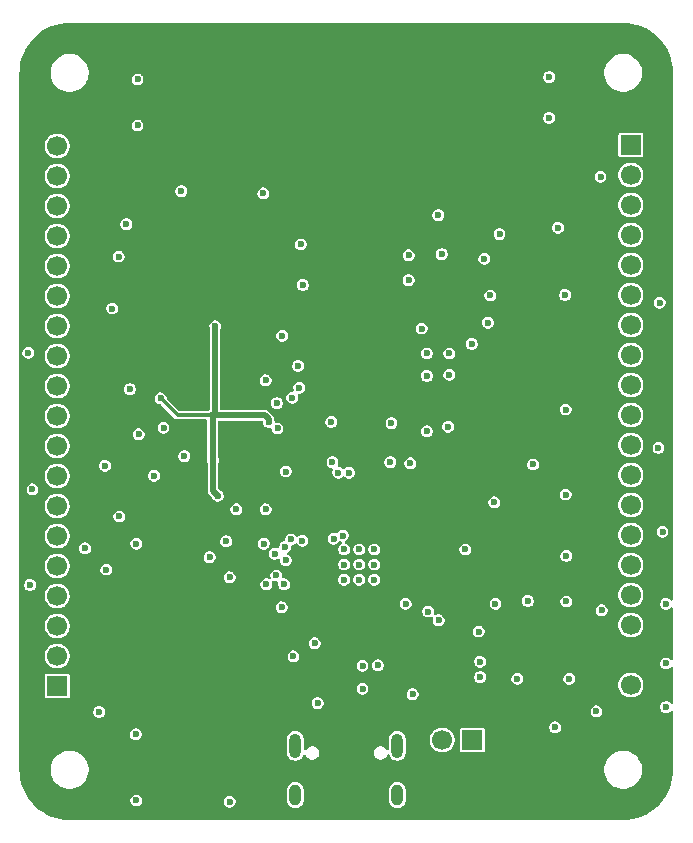
<source format=gbr>
%TF.GenerationSoftware,KiCad,Pcbnew,9.0.6*%
%TF.CreationDate,2025-11-30T17:52:57+02:00*%
%TF.ProjectId,laserboard,6c617365-7262-46f6-9172-642e6b696361,rev?*%
%TF.SameCoordinates,Original*%
%TF.FileFunction,Copper,L3,Inr*%
%TF.FilePolarity,Positive*%
%FSLAX46Y46*%
G04 Gerber Fmt 4.6, Leading zero omitted, Abs format (unit mm)*
G04 Created by KiCad (PCBNEW 9.0.6) date 2025-11-30 17:52:57*
%MOMM*%
%LPD*%
G01*
G04 APERTURE LIST*
%TA.AperFunction,ComponentPad*%
%ADD10R,1.700000X1.700000*%
%TD*%
%TA.AperFunction,ComponentPad*%
%ADD11C,1.700000*%
%TD*%
%TA.AperFunction,ComponentPad*%
%ADD12C,0.600000*%
%TD*%
%TA.AperFunction,HeatsinkPad*%
%ADD13O,1.000000X2.100000*%
%TD*%
%TA.AperFunction,HeatsinkPad*%
%ADD14O,1.000000X1.800000*%
%TD*%
%TA.AperFunction,ViaPad*%
%ADD15C,0.600000*%
%TD*%
%TA.AperFunction,Conductor*%
%ADD16C,0.300000*%
%TD*%
%TA.AperFunction,Conductor*%
%ADD17C,0.500000*%
%TD*%
G04 APERTURE END LIST*
D10*
%TO.N,GND*%
%TO.C,J4*%
X101800000Y-154300000D03*
D11*
%TO.N,/Didital/GPIO29_ADC3*%
X101800000Y-151760000D03*
%TO.N,/Didital/GPIO28_ADC2*%
X101800000Y-149220000D03*
%TO.N,/Didital/GPIO27_ADC1*%
X101800000Y-146680000D03*
%TO.N,/Didital/GPIO26_ADC0*%
X101800000Y-144140000D03*
%TO.N,/Didital/GPIO25*%
X101800000Y-141600000D03*
%TO.N,/Didital/GPIO24*%
X101800000Y-139060000D03*
%TO.N,/Didital/GPIO23*%
X101800000Y-136520000D03*
%TO.N,/Didital/GPIO22*%
X101800000Y-133980000D03*
%TO.N,/Didital/GPIO21*%
X101800000Y-131440000D03*
%TO.N,/Didital/GPIO20*%
X101800000Y-128900000D03*
%TO.N,/Didital/GPIO16*%
X101800000Y-126360000D03*
%TO.N,/Didital/RUN*%
X101800000Y-123820000D03*
%TO.N,/Didital/SWD*%
X101800000Y-121280000D03*
%TO.N,/Didital/SWCLK*%
X101800000Y-118740000D03*
%TO.N,GND*%
X101800000Y-116200000D03*
X101800000Y-113660000D03*
X101800000Y-111120000D03*
X101800000Y-108580000D03*
%TD*%
D12*
%TO.N,GND*%
%TO.C,U7*%
X128637500Y-145300000D03*
X128637500Y-144025000D03*
X128637500Y-142750000D03*
X127362500Y-145300000D03*
X127362500Y-144025000D03*
X127362500Y-142750000D03*
X126087500Y-145300000D03*
X126087500Y-144025000D03*
X126087500Y-142750000D03*
%TD*%
D13*
%TO.N,GND*%
%TO.C,J2*%
X121960000Y-159370000D03*
D14*
X121960000Y-163550000D03*
D13*
X130600000Y-159370000D03*
D14*
X130600000Y-163550000D03*
%TD*%
D10*
%TO.N,/Didital/~{USB_BOOT}*%
%TO.C,J1*%
X136950000Y-158875000D03*
D11*
%TO.N,GND*%
X134410000Y-158875000D03*
%TD*%
D10*
%TO.N,GND*%
%TO.C,J3*%
X150370000Y-108510000D03*
D11*
%TO.N,/Didital/GPIO15*%
X150370000Y-111050000D03*
%TO.N,/Didital/GPIO14*%
X150370000Y-113590000D03*
%TO.N,/Didital/GPIO13*%
X150370000Y-116130000D03*
%TO.N,/Didital/GPIO12*%
X150370000Y-118670000D03*
%TO.N,/Didital/GPIO11*%
X150370000Y-121210000D03*
%TO.N,/Didital/GPIO10*%
X150370000Y-123750000D03*
%TO.N,/Didital/GPIO9*%
X150370000Y-126290000D03*
%TO.N,/Didital/GPIO8*%
X150370000Y-128830000D03*
%TO.N,/Didital/GPIO7*%
X150370000Y-131370000D03*
%TO.N,/Didital/GPIO6*%
X150370000Y-133910000D03*
%TO.N,/Didital/GPIO5*%
X150370000Y-136450000D03*
%TO.N,/Didital/GPIO4*%
X150370000Y-138990000D03*
%TO.N,/Didital/GPIO3*%
X150370000Y-141530000D03*
%TO.N,/Didital/GPIO2*%
X150370000Y-144070000D03*
%TO.N,/Didital/GPIO1*%
X150370000Y-146610000D03*
%TO.N,/Didital/GPIO0*%
X150370000Y-149150000D03*
%TO.N,+3V3*%
X150370000Y-151690000D03*
%TO.N,+5V*%
X150370000Y-154230000D03*
%TD*%
D15*
%TO.N,/RX frontend/Vref_Filter*%
X119700000Y-131950000D03*
X110550000Y-129950000D03*
X115400000Y-138200000D03*
X115000000Y-135200000D03*
X115190000Y-123850000D03*
X114962500Y-131387500D03*
%TO.N,GND*%
X130100000Y-132050000D03*
X120800000Y-147650000D03*
X108600000Y-106850000D03*
X152800000Y-121850000D03*
X137475000Y-149700000D03*
X131900000Y-155000000D03*
X133200000Y-148000000D03*
X116400000Y-145100000D03*
X134060000Y-114440000D03*
X125100000Y-135350000D03*
X110800000Y-132450000D03*
X128950000Y-152550000D03*
X147800000Y-111200000D03*
X107950000Y-129175000D03*
X108500000Y-164000000D03*
X134360000Y-117740000D03*
X119450000Y-128425000D03*
X120850000Y-124650000D03*
X112558930Y-134841072D03*
X136350000Y-142750000D03*
X153350000Y-147350000D03*
X153350000Y-152400000D03*
X119450000Y-139350000D03*
X116100000Y-142050000D03*
X108500000Y-142250000D03*
X107650000Y-115200000D03*
X123600000Y-150700000D03*
X138460000Y-121240000D03*
X143450000Y-102750000D03*
X132660000Y-124040000D03*
X122425000Y-116925000D03*
X127650000Y-152600000D03*
X144900000Y-147150000D03*
X107000000Y-117950000D03*
X131560000Y-119940000D03*
X104150000Y-142650000D03*
X125600000Y-136240000D03*
X144800000Y-121200000D03*
X147450000Y-156450000D03*
X133100000Y-132750000D03*
X153050000Y-141250000D03*
X116400000Y-164100000D03*
X122200000Y-127200000D03*
X152700000Y-134150000D03*
X99700000Y-137650000D03*
X108450000Y-158400000D03*
X131560000Y-117840000D03*
X138260000Y-123540000D03*
X144900000Y-143300000D03*
X153350000Y-156100000D03*
X144850000Y-138100000D03*
X126500000Y-136240000D03*
X137960000Y-118140000D03*
X120450000Y-132500000D03*
X141650000Y-147100000D03*
X130000000Y-135350000D03*
X123850000Y-155750000D03*
X119250000Y-112600000D03*
X135000000Y-127950000D03*
X134900000Y-132350000D03*
X119300000Y-142250000D03*
X105850000Y-135650000D03*
X122600000Y-120350000D03*
X136900000Y-125350000D03*
X138900000Y-147350000D03*
X144200000Y-115500000D03*
X127650000Y-154550000D03*
X133100000Y-126150000D03*
X108600000Y-102950000D03*
X140750000Y-153700000D03*
X143450000Y-106200000D03*
X125000000Y-131950000D03*
X147900000Y-147900000D03*
X133100000Y-128050000D03*
X110000000Y-136500000D03*
X144850000Y-130900000D03*
X106450000Y-122350000D03*
X131700000Y-135450000D03*
X116958927Y-139341072D03*
X99350000Y-126100000D03*
X135000000Y-126150000D03*
X119500000Y-145700000D03*
X112300000Y-112400000D03*
X142087500Y-135550000D03*
X145150000Y-153700000D03*
X138802500Y-138750000D03*
X114700000Y-143400000D03*
X108700000Y-133000000D03*
X120400000Y-130350000D03*
X99500000Y-145750000D03*
X105950000Y-144450000D03*
X121800000Y-151800000D03*
X107050000Y-139950000D03*
X105350000Y-156500000D03*
%TO.N,+3V3*%
X129750000Y-143025000D03*
X115750000Y-133675000D03*
X122350000Y-139550000D03*
X116000000Y-139241072D03*
X133610000Y-155250000D03*
X127400000Y-141725000D03*
X124911500Y-143050000D03*
X107850000Y-127250000D03*
X119850000Y-148150000D03*
X127425000Y-149675000D03*
X129625000Y-146250000D03*
X119150000Y-118125000D03*
X121100000Y-141250000D03*
X135700000Y-149300000D03*
X119850000Y-135650000D03*
X114250000Y-148050000D03*
X108125000Y-124500000D03*
X129000000Y-153550000D03*
X124900000Y-146500000D03*
%TO.N,+5V*%
X143950000Y-157800000D03*
X139250000Y-116040000D03*
%TO.N,/Didital/RUN*%
X125982891Y-141574000D03*
%TO.N,/Didital/GPIO16*%
X121150000Y-136150000D03*
%TO.N,/Didital/SWD*%
X121700000Y-129900000D03*
%TO.N,/Didital/GPIO28_ADC2*%
X121000000Y-145700000D03*
%TO.N,/Didital/GPIO23*%
X121100000Y-142525000D03*
%TO.N,/Didital/GPIO24*%
X120200000Y-143100000D03*
%TO.N,/Didital/GPIO25*%
X121150000Y-143675000D03*
%TO.N,/Didital/GPIO21*%
X122550000Y-142000000D03*
%TO.N,/Didital/GPIO22*%
X121600000Y-141900000D03*
%TO.N,/Didital/GPIO20*%
X125200000Y-141850000D03*
%TO.N,/Didital/SWCLK*%
X122300000Y-129050000D03*
%TO.N,/Didital/GPIO27_ADC1*%
X120350000Y-144950000D03*
%TO.N,/Didital/QSPI_SS*%
X131300000Y-147350000D03*
X137600000Y-153550000D03*
%TO.N,/Didital/QSPI_SD1*%
X137600000Y-152250000D03*
X134100000Y-148750000D03*
%TD*%
D16*
%TO.N,/RX frontend/Vref_Filter*%
X115190000Y-123970000D02*
X115150000Y-124010000D01*
D17*
X115150000Y-124010000D02*
X115150000Y-131200000D01*
X119362573Y-131387500D02*
X114962500Y-131387500D01*
X114962500Y-135162500D02*
X115000000Y-135200000D01*
D16*
X111987500Y-131387500D02*
X110550000Y-129950000D01*
D17*
X119700000Y-131724927D02*
X119362573Y-131387500D01*
D16*
X115190000Y-123850000D02*
X115190000Y-123970000D01*
D17*
X119700000Y-131950000D02*
X119700000Y-131724927D01*
X114962500Y-131387500D02*
X114962500Y-135162500D01*
D16*
X114962500Y-131387500D02*
X111987500Y-131387500D01*
D17*
X115000000Y-135200000D02*
X115000000Y-137800000D01*
X115150000Y-131200000D02*
X114962500Y-131387500D01*
X115000000Y-137800000D02*
X115400000Y-138200000D01*
%TD*%
%TA.AperFunction,Conductor*%
%TO.N,+3V3*%
G36*
X149712856Y-98150631D02*
G01*
X150096378Y-98168362D01*
X150107768Y-98169418D01*
X150485176Y-98222064D01*
X150496420Y-98224166D01*
X150867361Y-98311410D01*
X150878351Y-98314537D01*
X151239679Y-98435642D01*
X151250333Y-98439770D01*
X151598922Y-98593687D01*
X151609170Y-98598790D01*
X151942061Y-98784210D01*
X151951799Y-98790239D01*
X152263421Y-99003704D01*
X152266172Y-99005588D01*
X152275312Y-99012491D01*
X152568459Y-99255918D01*
X152576923Y-99263634D01*
X152846365Y-99533076D01*
X152854081Y-99541540D01*
X153097508Y-99834687D01*
X153104411Y-99843827D01*
X153319760Y-100158200D01*
X153325789Y-100167938D01*
X153511209Y-100500829D01*
X153516314Y-100511082D01*
X153670224Y-100859653D01*
X153674362Y-100870333D01*
X153795458Y-101231635D01*
X153798592Y-101242651D01*
X153885831Y-101613571D01*
X153887936Y-101624830D01*
X153940580Y-102002224D01*
X153941637Y-102013628D01*
X153959368Y-102397142D01*
X153959500Y-102402869D01*
X153959500Y-146952324D01*
X153939815Y-147019363D01*
X153887011Y-147065118D01*
X153817853Y-147075062D01*
X153754297Y-147046037D01*
X153747819Y-147040005D01*
X153657316Y-146949502D01*
X153657314Y-146949500D01*
X153583380Y-146906814D01*
X153543187Y-146883608D01*
X153479539Y-146866554D01*
X153415892Y-146849500D01*
X153284108Y-146849500D01*
X153156812Y-146883608D01*
X153042686Y-146949500D01*
X153042683Y-146949502D01*
X152949502Y-147042683D01*
X152949500Y-147042686D01*
X152883608Y-147156812D01*
X152850693Y-147279655D01*
X152849500Y-147284108D01*
X152849500Y-147415892D01*
X152866554Y-147479539D01*
X152883608Y-147543187D01*
X152912185Y-147592683D01*
X152949500Y-147657314D01*
X153042686Y-147750500D01*
X153140221Y-147806812D01*
X153156810Y-147816390D01*
X153156814Y-147816392D01*
X153284108Y-147850500D01*
X153284110Y-147850500D01*
X153415890Y-147850500D01*
X153415892Y-147850500D01*
X153543186Y-147816392D01*
X153657314Y-147750500D01*
X153747819Y-147659995D01*
X153809142Y-147626510D01*
X153878834Y-147631494D01*
X153934767Y-147673366D01*
X153959184Y-147738830D01*
X153959500Y-147747676D01*
X153959500Y-152002324D01*
X153939815Y-152069363D01*
X153887011Y-152115118D01*
X153817853Y-152125062D01*
X153754297Y-152096037D01*
X153747819Y-152090005D01*
X153657316Y-151999502D01*
X153657314Y-151999500D01*
X153558910Y-151942686D01*
X153543187Y-151933608D01*
X153479539Y-151916554D01*
X153415892Y-151899500D01*
X153284108Y-151899500D01*
X153156812Y-151933608D01*
X153042686Y-151999500D01*
X153042683Y-151999502D01*
X152949502Y-152092683D01*
X152949500Y-152092686D01*
X152883608Y-152206812D01*
X152867644Y-152266392D01*
X152849500Y-152334108D01*
X152849500Y-152465892D01*
X152860803Y-152508074D01*
X152883608Y-152593187D01*
X152896717Y-152615892D01*
X152949500Y-152707314D01*
X153042686Y-152800500D01*
X153156814Y-152866392D01*
X153284108Y-152900500D01*
X153284110Y-152900500D01*
X153415890Y-152900500D01*
X153415892Y-152900500D01*
X153543186Y-152866392D01*
X153657314Y-152800500D01*
X153747819Y-152709995D01*
X153809142Y-152676510D01*
X153878834Y-152681494D01*
X153934767Y-152723366D01*
X153959184Y-152788830D01*
X153959500Y-152797676D01*
X153959500Y-155702324D01*
X153939815Y-155769363D01*
X153887011Y-155815118D01*
X153817853Y-155825062D01*
X153754297Y-155796037D01*
X153747819Y-155790005D01*
X153657316Y-155699502D01*
X153657314Y-155699500D01*
X153600250Y-155666554D01*
X153543187Y-155633608D01*
X153479539Y-155616554D01*
X153415892Y-155599500D01*
X153284108Y-155599500D01*
X153156812Y-155633608D01*
X153042686Y-155699500D01*
X153042683Y-155699502D01*
X152949502Y-155792683D01*
X152949500Y-155792686D01*
X152883608Y-155906812D01*
X152873862Y-155943186D01*
X152849500Y-156034108D01*
X152849500Y-156165892D01*
X152863031Y-156216391D01*
X152883608Y-156293187D01*
X152891475Y-156306812D01*
X152949500Y-156407314D01*
X153042686Y-156500500D01*
X153141521Y-156557563D01*
X153155944Y-156565890D01*
X153156814Y-156566392D01*
X153284108Y-156600500D01*
X153284110Y-156600500D01*
X153415890Y-156600500D01*
X153415892Y-156600500D01*
X153543186Y-156566392D01*
X153657314Y-156500500D01*
X153747819Y-156409995D01*
X153809142Y-156376510D01*
X153878834Y-156381494D01*
X153934767Y-156423366D01*
X153959184Y-156488830D01*
X153959500Y-156497676D01*
X153959500Y-161397128D01*
X153959368Y-161402855D01*
X153941636Y-161786370D01*
X153940579Y-161797774D01*
X153887935Y-162175169D01*
X153885830Y-162186428D01*
X153798591Y-162557347D01*
X153795457Y-162568363D01*
X153674361Y-162929665D01*
X153670223Y-162940345D01*
X153516313Y-163288917D01*
X153511208Y-163299170D01*
X153325789Y-163632060D01*
X153319760Y-163641798D01*
X153104410Y-163956171D01*
X153097507Y-163965311D01*
X152854080Y-164258459D01*
X152846364Y-164266923D01*
X152576923Y-164536364D01*
X152568459Y-164544080D01*
X152275311Y-164787507D01*
X152266171Y-164794410D01*
X151951798Y-165009760D01*
X151942060Y-165015789D01*
X151609170Y-165201208D01*
X151598917Y-165206313D01*
X151250345Y-165360223D01*
X151239665Y-165364361D01*
X150878363Y-165485457D01*
X150867347Y-165488591D01*
X150496428Y-165575830D01*
X150485169Y-165577935D01*
X150107774Y-165630579D01*
X150096370Y-165631636D01*
X149712855Y-165649368D01*
X149707128Y-165649500D01*
X102852849Y-165649500D01*
X102847122Y-165649368D01*
X102463628Y-165631637D01*
X102452224Y-165630580D01*
X102074830Y-165577936D01*
X102063571Y-165575831D01*
X101692651Y-165488592D01*
X101681635Y-165485458D01*
X101320333Y-165364362D01*
X101309653Y-165360224D01*
X100961082Y-165206314D01*
X100950829Y-165201209D01*
X100617938Y-165015789D01*
X100608200Y-165009760D01*
X100293827Y-164794411D01*
X100284687Y-164787508D01*
X99991540Y-164544081D01*
X99983076Y-164536365D01*
X99713634Y-164266923D01*
X99705918Y-164258459D01*
X99629050Y-164165891D01*
X99462489Y-163965309D01*
X99455588Y-163956172D01*
X99455587Y-163956171D01*
X99440474Y-163934108D01*
X107999500Y-163934108D01*
X107999500Y-164065891D01*
X108033608Y-164193187D01*
X108066554Y-164250250D01*
X108099500Y-164307314D01*
X108192686Y-164400500D01*
X108306814Y-164466392D01*
X108434108Y-164500500D01*
X108434110Y-164500500D01*
X108565890Y-164500500D01*
X108565892Y-164500500D01*
X108693186Y-164466392D01*
X108807314Y-164400500D01*
X108900500Y-164307314D01*
X108966392Y-164193186D01*
X109000500Y-164065892D01*
X109000500Y-164034108D01*
X115899500Y-164034108D01*
X115899500Y-164165891D01*
X115933608Y-164293187D01*
X115941766Y-164307316D01*
X115999500Y-164407314D01*
X116092686Y-164500500D01*
X116206814Y-164566392D01*
X116334108Y-164600500D01*
X116334110Y-164600500D01*
X116465890Y-164600500D01*
X116465892Y-164600500D01*
X116593186Y-164566392D01*
X116707314Y-164500500D01*
X116800500Y-164407314D01*
X116866392Y-164293186D01*
X116900500Y-164165892D01*
X116900500Y-164034108D01*
X116896451Y-164018995D01*
X121259499Y-164018995D01*
X121286418Y-164154322D01*
X121286421Y-164154332D01*
X121339221Y-164281804D01*
X121339228Y-164281817D01*
X121415885Y-164396541D01*
X121415888Y-164396545D01*
X121513454Y-164494111D01*
X121513458Y-164494114D01*
X121628182Y-164570771D01*
X121628195Y-164570778D01*
X121755667Y-164623578D01*
X121755672Y-164623580D01*
X121755676Y-164623580D01*
X121755677Y-164623581D01*
X121891004Y-164650500D01*
X121891007Y-164650500D01*
X122028995Y-164650500D01*
X122120041Y-164632389D01*
X122164328Y-164623580D01*
X122291811Y-164570775D01*
X122406542Y-164494114D01*
X122504114Y-164396542D01*
X122580775Y-164281811D01*
X122633580Y-164154328D01*
X122642389Y-164110041D01*
X122660500Y-164018995D01*
X129899499Y-164018995D01*
X129926418Y-164154322D01*
X129926421Y-164154332D01*
X129979221Y-164281804D01*
X129979228Y-164281817D01*
X130055885Y-164396541D01*
X130055888Y-164396545D01*
X130153454Y-164494111D01*
X130153458Y-164494114D01*
X130268182Y-164570771D01*
X130268195Y-164570778D01*
X130395667Y-164623578D01*
X130395672Y-164623580D01*
X130395676Y-164623580D01*
X130395677Y-164623581D01*
X130531004Y-164650500D01*
X130531007Y-164650500D01*
X130668995Y-164650500D01*
X130760041Y-164632389D01*
X130804328Y-164623580D01*
X130931811Y-164570775D01*
X131046542Y-164494114D01*
X131144114Y-164396542D01*
X131220775Y-164281811D01*
X131273580Y-164154328D01*
X131282389Y-164110041D01*
X131300500Y-164018995D01*
X131300500Y-163081004D01*
X131273581Y-162945677D01*
X131273580Y-162945676D01*
X131273580Y-162945672D01*
X131271374Y-162940346D01*
X131220778Y-162818195D01*
X131220771Y-162818182D01*
X131144114Y-162703458D01*
X131144111Y-162703454D01*
X131046545Y-162605888D01*
X131046541Y-162605885D01*
X130931817Y-162529228D01*
X130931804Y-162529221D01*
X130804332Y-162476421D01*
X130804322Y-162476418D01*
X130668995Y-162449500D01*
X130668993Y-162449500D01*
X130531007Y-162449500D01*
X130531005Y-162449500D01*
X130395677Y-162476418D01*
X130395667Y-162476421D01*
X130268195Y-162529221D01*
X130268182Y-162529228D01*
X130153458Y-162605885D01*
X130153454Y-162605888D01*
X130055888Y-162703454D01*
X130055885Y-162703458D01*
X129979228Y-162818182D01*
X129979221Y-162818195D01*
X129926421Y-162945667D01*
X129926418Y-162945677D01*
X129899500Y-163081004D01*
X129899500Y-163081007D01*
X129899500Y-164018993D01*
X129899500Y-164018995D01*
X129899499Y-164018995D01*
X122660500Y-164018995D01*
X122660500Y-163081004D01*
X122633581Y-162945677D01*
X122633580Y-162945676D01*
X122633580Y-162945672D01*
X122631374Y-162940346D01*
X122580778Y-162818195D01*
X122580771Y-162818182D01*
X122504114Y-162703458D01*
X122504111Y-162703454D01*
X122406545Y-162605888D01*
X122406541Y-162605885D01*
X122291817Y-162529228D01*
X122291804Y-162529221D01*
X122164332Y-162476421D01*
X122164322Y-162476418D01*
X122028995Y-162449500D01*
X122028993Y-162449500D01*
X121891007Y-162449500D01*
X121891005Y-162449500D01*
X121755677Y-162476418D01*
X121755667Y-162476421D01*
X121628195Y-162529221D01*
X121628182Y-162529228D01*
X121513458Y-162605885D01*
X121513454Y-162605888D01*
X121415888Y-162703454D01*
X121415885Y-162703458D01*
X121339228Y-162818182D01*
X121339221Y-162818195D01*
X121286421Y-162945667D01*
X121286418Y-162945677D01*
X121259500Y-163081004D01*
X121259500Y-163081007D01*
X121259500Y-164018993D01*
X121259500Y-164018995D01*
X121259499Y-164018995D01*
X116896451Y-164018995D01*
X116866392Y-163906814D01*
X116800500Y-163792686D01*
X116707314Y-163699500D01*
X116650250Y-163666554D01*
X116593187Y-163633608D01*
X116529539Y-163616554D01*
X116465892Y-163599500D01*
X116334108Y-163599500D01*
X116206812Y-163633608D01*
X116092686Y-163699500D01*
X116092683Y-163699502D01*
X115999502Y-163792683D01*
X115999500Y-163792686D01*
X115933608Y-163906812D01*
X115899500Y-164034108D01*
X109000500Y-164034108D01*
X109000500Y-163934108D01*
X108966392Y-163806814D01*
X108900500Y-163692686D01*
X108807314Y-163599500D01*
X108750250Y-163566554D01*
X108693187Y-163533608D01*
X108629539Y-163516554D01*
X108565892Y-163499500D01*
X108434108Y-163499500D01*
X108306812Y-163533608D01*
X108192686Y-163599500D01*
X108192683Y-163599502D01*
X108099502Y-163692683D01*
X108099500Y-163692686D01*
X108033608Y-163806812D01*
X107999500Y-163934108D01*
X99440474Y-163934108D01*
X99343596Y-163792683D01*
X99240239Y-163641799D01*
X99234210Y-163632061D01*
X99054951Y-163310231D01*
X99048788Y-163299166D01*
X99043685Y-163288917D01*
X98889770Y-162940333D01*
X98885642Y-162929679D01*
X98764537Y-162568351D01*
X98761410Y-162557361D01*
X98674166Y-162186420D01*
X98672063Y-162175169D01*
X98654603Y-162050004D01*
X98619418Y-161797768D01*
X98618362Y-161786371D01*
X98617826Y-161774785D01*
X98600631Y-161402855D01*
X98600499Y-161397129D01*
X98600499Y-161274038D01*
X101249500Y-161274038D01*
X101249500Y-161525961D01*
X101288910Y-161774785D01*
X101366760Y-162014383D01*
X101445413Y-162168747D01*
X101448685Y-162175169D01*
X101481132Y-162238848D01*
X101629201Y-162442649D01*
X101629205Y-162442654D01*
X101807345Y-162620794D01*
X101807350Y-162620798D01*
X101921117Y-162703454D01*
X102011155Y-162768870D01*
X102107961Y-162818195D01*
X102235616Y-162883239D01*
X102235618Y-162883239D01*
X102235621Y-162883241D01*
X102475215Y-162961090D01*
X102724038Y-163000500D01*
X102724039Y-163000500D01*
X102975961Y-163000500D01*
X102975962Y-163000500D01*
X103224785Y-162961090D01*
X103224788Y-162961089D01*
X103224789Y-162961089D01*
X103237422Y-162956984D01*
X103237423Y-162956984D01*
X103321501Y-162929665D01*
X103464379Y-162883241D01*
X103688845Y-162768870D01*
X103892656Y-162620793D01*
X104070793Y-162442656D01*
X104218870Y-162238845D01*
X104333241Y-162014379D01*
X104411090Y-161774785D01*
X104450500Y-161525962D01*
X104450500Y-161274038D01*
X148109500Y-161274038D01*
X148109500Y-161525961D01*
X148148910Y-161774785D01*
X148226760Y-162014383D01*
X148305413Y-162168747D01*
X148308685Y-162175169D01*
X148341132Y-162238848D01*
X148489201Y-162442649D01*
X148489205Y-162442654D01*
X148667345Y-162620794D01*
X148667350Y-162620798D01*
X148781117Y-162703454D01*
X148871155Y-162768870D01*
X148967961Y-162818195D01*
X149095616Y-162883239D01*
X149095618Y-162883239D01*
X149095621Y-162883241D01*
X149335215Y-162961090D01*
X149584038Y-163000500D01*
X149584039Y-163000500D01*
X149835961Y-163000500D01*
X149835962Y-163000500D01*
X150084785Y-162961090D01*
X150324379Y-162883241D01*
X150548845Y-162768870D01*
X150752656Y-162620793D01*
X150930793Y-162442656D01*
X151078870Y-162238845D01*
X151193241Y-162014379D01*
X151271090Y-161774785D01*
X151310500Y-161525962D01*
X151310500Y-161274038D01*
X151271090Y-161025215D01*
X151193241Y-160785621D01*
X151193239Y-160785618D01*
X151193239Y-160785616D01*
X151151747Y-160704184D01*
X151078870Y-160561155D01*
X151008364Y-160464111D01*
X150930798Y-160357350D01*
X150930794Y-160357345D01*
X150752654Y-160179205D01*
X150752649Y-160179201D01*
X150548848Y-160031132D01*
X150548847Y-160031131D01*
X150548845Y-160031130D01*
X150466150Y-159988995D01*
X150324383Y-159916760D01*
X150084785Y-159838910D01*
X149835962Y-159799500D01*
X149584038Y-159799500D01*
X149459626Y-159819205D01*
X149335214Y-159838910D01*
X149095616Y-159916760D01*
X148871151Y-160031132D01*
X148667350Y-160179201D01*
X148667345Y-160179205D01*
X148489205Y-160357345D01*
X148489201Y-160357350D01*
X148341132Y-160561151D01*
X148226760Y-160785616D01*
X148148910Y-161025214D01*
X148109500Y-161274038D01*
X104450500Y-161274038D01*
X104411090Y-161025215D01*
X104333241Y-160785621D01*
X104333239Y-160785618D01*
X104333239Y-160785616D01*
X104291747Y-160704184D01*
X104218870Y-160561155D01*
X104148364Y-160464111D01*
X104070798Y-160357350D01*
X104070794Y-160357345D01*
X103892654Y-160179205D01*
X103892649Y-160179201D01*
X103688848Y-160031132D01*
X103688847Y-160031131D01*
X103688845Y-160031130D01*
X103606150Y-159988995D01*
X121259499Y-159988995D01*
X121286418Y-160124322D01*
X121286421Y-160124332D01*
X121339221Y-160251804D01*
X121339228Y-160251817D01*
X121415885Y-160366541D01*
X121415888Y-160366545D01*
X121513454Y-160464111D01*
X121513458Y-160464114D01*
X121628182Y-160540771D01*
X121628195Y-160540778D01*
X121755667Y-160593578D01*
X121755672Y-160593580D01*
X121755676Y-160593580D01*
X121755677Y-160593581D01*
X121891004Y-160620500D01*
X121891007Y-160620500D01*
X122028995Y-160620500D01*
X122120041Y-160602389D01*
X122164328Y-160593580D01*
X122291811Y-160540775D01*
X122406542Y-160464114D01*
X122504114Y-160366542D01*
X122580775Y-160251811D01*
X122580777Y-160251807D01*
X122580778Y-160251805D01*
X122615613Y-160167704D01*
X122659453Y-160113300D01*
X122725747Y-160091235D01*
X122793447Y-160108514D01*
X122841057Y-160159651D01*
X122849948Y-160183061D01*
X122853719Y-160197135D01*
X122929485Y-160328365D01*
X123036635Y-160435515D01*
X123167865Y-160511281D01*
X123314234Y-160550500D01*
X123314236Y-160550500D01*
X123465764Y-160550500D01*
X123465766Y-160550500D01*
X123612135Y-160511281D01*
X123743365Y-160435515D01*
X123850515Y-160328365D01*
X123926281Y-160197135D01*
X123965500Y-160050766D01*
X123965500Y-159899234D01*
X128594500Y-159899234D01*
X128594500Y-160050765D01*
X128633719Y-160197136D01*
X128665282Y-160251804D01*
X128709485Y-160328365D01*
X128816635Y-160435515D01*
X128947865Y-160511281D01*
X129094234Y-160550500D01*
X129094236Y-160550500D01*
X129245764Y-160550500D01*
X129245766Y-160550500D01*
X129392135Y-160511281D01*
X129523365Y-160435515D01*
X129630515Y-160328365D01*
X129706281Y-160197135D01*
X129710051Y-160183063D01*
X129746410Y-160123406D01*
X129809256Y-160092874D01*
X129878632Y-160101165D01*
X129932512Y-160145648D01*
X129944386Y-160167703D01*
X129979223Y-160251807D01*
X129979228Y-160251817D01*
X130055885Y-160366541D01*
X130055888Y-160366545D01*
X130153454Y-160464111D01*
X130153458Y-160464114D01*
X130268182Y-160540771D01*
X130268195Y-160540778D01*
X130395667Y-160593578D01*
X130395672Y-160593580D01*
X130395676Y-160593580D01*
X130395677Y-160593581D01*
X130531004Y-160620500D01*
X130531007Y-160620500D01*
X130668995Y-160620500D01*
X130760041Y-160602389D01*
X130804328Y-160593580D01*
X130931811Y-160540775D01*
X131046542Y-160464114D01*
X131144114Y-160366542D01*
X131220775Y-160251811D01*
X131273580Y-160124328D01*
X131282389Y-160080041D01*
X131300500Y-159988995D01*
X131300500Y-158771530D01*
X133359500Y-158771530D01*
X133359500Y-158978469D01*
X133399868Y-159181412D01*
X133399870Y-159181420D01*
X133479058Y-159372596D01*
X133594024Y-159544657D01*
X133740342Y-159690975D01*
X133740345Y-159690977D01*
X133912402Y-159805941D01*
X134103580Y-159885130D01*
X134248052Y-159913867D01*
X134306530Y-159925499D01*
X134306534Y-159925500D01*
X134306535Y-159925500D01*
X134513466Y-159925500D01*
X134513467Y-159925499D01*
X134716420Y-159885130D01*
X134907598Y-159805941D01*
X135079655Y-159690977D01*
X135225977Y-159544655D01*
X135340941Y-159372598D01*
X135420130Y-159181420D01*
X135460500Y-158978465D01*
X135460500Y-158771535D01*
X135420130Y-158568580D01*
X135340941Y-158377402D01*
X135225977Y-158205345D01*
X135225975Y-158205342D01*
X135079657Y-158059024D01*
X134999173Y-158005247D01*
X135899500Y-158005247D01*
X135899500Y-159744752D01*
X135911131Y-159803229D01*
X135911132Y-159803230D01*
X135955447Y-159869552D01*
X136021769Y-159913867D01*
X136021770Y-159913868D01*
X136080247Y-159925499D01*
X136080250Y-159925500D01*
X136080252Y-159925500D01*
X137819750Y-159925500D01*
X137819751Y-159925499D01*
X137834568Y-159922552D01*
X137878229Y-159913868D01*
X137878229Y-159913867D01*
X137878231Y-159913867D01*
X137944552Y-159869552D01*
X137988867Y-159803231D01*
X137988867Y-159803229D01*
X137988868Y-159803229D01*
X138000499Y-159744752D01*
X138000500Y-159744750D01*
X138000500Y-158005249D01*
X138000499Y-158005247D01*
X137988868Y-157946770D01*
X137988867Y-157946769D01*
X137944552Y-157880447D01*
X137878230Y-157836132D01*
X137878228Y-157836131D01*
X137819752Y-157824500D01*
X137819748Y-157824500D01*
X136080252Y-157824500D01*
X136080247Y-157824500D01*
X136021770Y-157836131D01*
X136021769Y-157836132D01*
X135955447Y-157880447D01*
X135911132Y-157946769D01*
X135911131Y-157946770D01*
X135899500Y-158005247D01*
X134999173Y-158005247D01*
X134911655Y-157946770D01*
X134907598Y-157944059D01*
X134882367Y-157933608D01*
X134716420Y-157864870D01*
X134716412Y-157864868D01*
X134513469Y-157824500D01*
X134513465Y-157824500D01*
X134306535Y-157824500D01*
X134306530Y-157824500D01*
X134103587Y-157864868D01*
X134103579Y-157864870D01*
X133912403Y-157944058D01*
X133740342Y-158059024D01*
X133594024Y-158205342D01*
X133479058Y-158377403D01*
X133399870Y-158568579D01*
X133399868Y-158568587D01*
X133359500Y-158771530D01*
X131300500Y-158771530D01*
X131300500Y-158751004D01*
X131273581Y-158615677D01*
X131273580Y-158615676D01*
X131273580Y-158615672D01*
X131264267Y-158593188D01*
X131220778Y-158488195D01*
X131220771Y-158488182D01*
X131144114Y-158373458D01*
X131144111Y-158373454D01*
X131046545Y-158275888D01*
X131046541Y-158275885D01*
X130931817Y-158199228D01*
X130931804Y-158199221D01*
X130804332Y-158146421D01*
X130804322Y-158146418D01*
X130668995Y-158119500D01*
X130668993Y-158119500D01*
X130531007Y-158119500D01*
X130531005Y-158119500D01*
X130395677Y-158146418D01*
X130395667Y-158146421D01*
X130268195Y-158199221D01*
X130268182Y-158199228D01*
X130153458Y-158275885D01*
X130153454Y-158275888D01*
X130055888Y-158373454D01*
X130055885Y-158373458D01*
X129979228Y-158488182D01*
X129979221Y-158488195D01*
X129926421Y-158615667D01*
X129926418Y-158615677D01*
X129899500Y-158751004D01*
X129899500Y-159624755D01*
X129879815Y-159691794D01*
X129827011Y-159737549D01*
X129757853Y-159747493D01*
X129694297Y-159718468D01*
X129668113Y-159686756D01*
X129655731Y-159665310D01*
X129630515Y-159621635D01*
X129523365Y-159514485D01*
X129457750Y-159476602D01*
X129392136Y-159438719D01*
X129318950Y-159419109D01*
X129245766Y-159399500D01*
X129094234Y-159399500D01*
X128947863Y-159438719D01*
X128816635Y-159514485D01*
X128816632Y-159514487D01*
X128709487Y-159621632D01*
X128709485Y-159621635D01*
X128633719Y-159752863D01*
X128594500Y-159899234D01*
X123965500Y-159899234D01*
X123926281Y-159752865D01*
X123923179Y-159747493D01*
X123891021Y-159691794D01*
X123850515Y-159621635D01*
X123743365Y-159514485D01*
X123677750Y-159476602D01*
X123612136Y-159438719D01*
X123538950Y-159419109D01*
X123465766Y-159399500D01*
X123314234Y-159399500D01*
X123167863Y-159438719D01*
X123036635Y-159514485D01*
X123036632Y-159514487D01*
X122929487Y-159621632D01*
X122929485Y-159621635D01*
X122891887Y-159686756D01*
X122841319Y-159734971D01*
X122772712Y-159748193D01*
X122707847Y-159722225D01*
X122667319Y-159665310D01*
X122660500Y-159624755D01*
X122660500Y-158751004D01*
X122633581Y-158615677D01*
X122633580Y-158615676D01*
X122633580Y-158615672D01*
X122624267Y-158593188D01*
X122580778Y-158488195D01*
X122580771Y-158488182D01*
X122504114Y-158373458D01*
X122504111Y-158373454D01*
X122406545Y-158275888D01*
X122406541Y-158275885D01*
X122291817Y-158199228D01*
X122291804Y-158199221D01*
X122164332Y-158146421D01*
X122164322Y-158146418D01*
X122028995Y-158119500D01*
X122028993Y-158119500D01*
X121891007Y-158119500D01*
X121891005Y-158119500D01*
X121755677Y-158146418D01*
X121755667Y-158146421D01*
X121628195Y-158199221D01*
X121628182Y-158199228D01*
X121513458Y-158275885D01*
X121513454Y-158275888D01*
X121415888Y-158373454D01*
X121415885Y-158373458D01*
X121339228Y-158488182D01*
X121339221Y-158488195D01*
X121286421Y-158615667D01*
X121286418Y-158615677D01*
X121259500Y-158751004D01*
X121259500Y-158751007D01*
X121259500Y-159988993D01*
X121259500Y-159988995D01*
X121259499Y-159988995D01*
X103606150Y-159988995D01*
X103464383Y-159916760D01*
X103224785Y-159838910D01*
X102975962Y-159799500D01*
X102724038Y-159799500D01*
X102599626Y-159819205D01*
X102475214Y-159838910D01*
X102235616Y-159916760D01*
X102011151Y-160031132D01*
X101807350Y-160179201D01*
X101807345Y-160179205D01*
X101629205Y-160357345D01*
X101629201Y-160357350D01*
X101481132Y-160561151D01*
X101366760Y-160785616D01*
X101288910Y-161025214D01*
X101249500Y-161274038D01*
X98600499Y-161274038D01*
X98600499Y-158334108D01*
X107949500Y-158334108D01*
X107949500Y-158465892D01*
X107955476Y-158488195D01*
X107983608Y-158593187D01*
X107996587Y-158615667D01*
X108049500Y-158707314D01*
X108142686Y-158800500D01*
X108256814Y-158866392D01*
X108384108Y-158900500D01*
X108384110Y-158900500D01*
X108515890Y-158900500D01*
X108515892Y-158900500D01*
X108643186Y-158866392D01*
X108757314Y-158800500D01*
X108850500Y-158707314D01*
X108916392Y-158593186D01*
X108950500Y-158465892D01*
X108950500Y-158334108D01*
X108916392Y-158206814D01*
X108912010Y-158199225D01*
X108881522Y-158146418D01*
X108850500Y-158092686D01*
X108757314Y-157999500D01*
X108700250Y-157966554D01*
X108643187Y-157933608D01*
X108579539Y-157916554D01*
X108515892Y-157899500D01*
X108384108Y-157899500D01*
X108256812Y-157933608D01*
X108142686Y-157999500D01*
X108142683Y-157999502D01*
X108049502Y-158092683D01*
X108049500Y-158092686D01*
X107983608Y-158206812D01*
X107965100Y-158275886D01*
X107949500Y-158334108D01*
X98600499Y-158334108D01*
X98600499Y-157734108D01*
X143449500Y-157734108D01*
X143449500Y-157865891D01*
X143483608Y-157993187D01*
X143490574Y-158005252D01*
X143549500Y-158107314D01*
X143642686Y-158200500D01*
X143756814Y-158266392D01*
X143884108Y-158300500D01*
X143884110Y-158300500D01*
X144015890Y-158300500D01*
X144015892Y-158300500D01*
X144143186Y-158266392D01*
X144257314Y-158200500D01*
X144350500Y-158107314D01*
X144416392Y-157993186D01*
X144450500Y-157865892D01*
X144450500Y-157734108D01*
X144416392Y-157606814D01*
X144350500Y-157492686D01*
X144257314Y-157399500D01*
X144200250Y-157366554D01*
X144143187Y-157333608D01*
X144079539Y-157316554D01*
X144015892Y-157299500D01*
X143884108Y-157299500D01*
X143756812Y-157333608D01*
X143642686Y-157399500D01*
X143642683Y-157399502D01*
X143549502Y-157492683D01*
X143549500Y-157492686D01*
X143483608Y-157606812D01*
X143449500Y-157734108D01*
X98600499Y-157734108D01*
X98600499Y-156434108D01*
X104849500Y-156434108D01*
X104849500Y-156565891D01*
X104883608Y-156693187D01*
X104916554Y-156750250D01*
X104949500Y-156807314D01*
X105042686Y-156900500D01*
X105156814Y-156966392D01*
X105284108Y-157000500D01*
X105284110Y-157000500D01*
X105415890Y-157000500D01*
X105415892Y-157000500D01*
X105543186Y-156966392D01*
X105657314Y-156900500D01*
X105750500Y-156807314D01*
X105816392Y-156693186D01*
X105850500Y-156565892D01*
X105850500Y-156434108D01*
X105837103Y-156384108D01*
X146949500Y-156384108D01*
X146949500Y-156515891D01*
X146983608Y-156643187D01*
X147012476Y-156693186D01*
X147049500Y-156757314D01*
X147142686Y-156850500D01*
X147256814Y-156916392D01*
X147384108Y-156950500D01*
X147384110Y-156950500D01*
X147515890Y-156950500D01*
X147515892Y-156950500D01*
X147643186Y-156916392D01*
X147757314Y-156850500D01*
X147850500Y-156757314D01*
X147916392Y-156643186D01*
X147950500Y-156515892D01*
X147950500Y-156384108D01*
X147916392Y-156256814D01*
X147850500Y-156142686D01*
X147757314Y-156049500D01*
X147670712Y-155999500D01*
X147643187Y-155983608D01*
X147579539Y-155966554D01*
X147515892Y-155949500D01*
X147384108Y-155949500D01*
X147256812Y-155983608D01*
X147142686Y-156049500D01*
X147142683Y-156049502D01*
X147049502Y-156142683D01*
X147049500Y-156142686D01*
X146983608Y-156256812D01*
X146949500Y-156384108D01*
X105837103Y-156384108D01*
X105816392Y-156306814D01*
X105750500Y-156192686D01*
X105657314Y-156099500D01*
X105600250Y-156066554D01*
X105543187Y-156033608D01*
X105479539Y-156016554D01*
X105415892Y-155999500D01*
X105284108Y-155999500D01*
X105156812Y-156033608D01*
X105042686Y-156099500D01*
X105042683Y-156099502D01*
X104949502Y-156192683D01*
X104949500Y-156192686D01*
X104883608Y-156306812D01*
X104849500Y-156434108D01*
X98600499Y-156434108D01*
X98600499Y-155684108D01*
X123349500Y-155684108D01*
X123349500Y-155815891D01*
X123383608Y-155943187D01*
X123387253Y-155949500D01*
X123449500Y-156057314D01*
X123542686Y-156150500D01*
X123656814Y-156216392D01*
X123784108Y-156250500D01*
X123784110Y-156250500D01*
X123915890Y-156250500D01*
X123915892Y-156250500D01*
X124043186Y-156216392D01*
X124157314Y-156150500D01*
X124250500Y-156057314D01*
X124316392Y-155943186D01*
X124350500Y-155815892D01*
X124350500Y-155684108D01*
X124316392Y-155556814D01*
X124250500Y-155442686D01*
X124157314Y-155349500D01*
X124100250Y-155316554D01*
X124043187Y-155283608D01*
X123979539Y-155266554D01*
X123915892Y-155249500D01*
X123784108Y-155249500D01*
X123656812Y-155283608D01*
X123542686Y-155349500D01*
X123542683Y-155349502D01*
X123449502Y-155442683D01*
X123449500Y-155442686D01*
X123383608Y-155556812D01*
X123349500Y-155684108D01*
X98600499Y-155684108D01*
X98600499Y-153430247D01*
X100749500Y-153430247D01*
X100749500Y-155169752D01*
X100761131Y-155228229D01*
X100761132Y-155228230D01*
X100805447Y-155294552D01*
X100871769Y-155338867D01*
X100871770Y-155338868D01*
X100930247Y-155350499D01*
X100930250Y-155350500D01*
X100930252Y-155350500D01*
X102669750Y-155350500D01*
X102669751Y-155350499D01*
X102684568Y-155347552D01*
X102728229Y-155338868D01*
X102728229Y-155338867D01*
X102728231Y-155338867D01*
X102794552Y-155294552D01*
X102838867Y-155228231D01*
X102838867Y-155228229D01*
X102838868Y-155228229D01*
X102850499Y-155169752D01*
X102850500Y-155169750D01*
X102850500Y-154484108D01*
X127149500Y-154484108D01*
X127149500Y-154615891D01*
X127183608Y-154743187D01*
X127216554Y-154800250D01*
X127249500Y-154857314D01*
X127342686Y-154950500D01*
X127456814Y-155016392D01*
X127584108Y-155050500D01*
X127584110Y-155050500D01*
X127715890Y-155050500D01*
X127715892Y-155050500D01*
X127843186Y-155016392D01*
X127957314Y-154950500D01*
X127973706Y-154934108D01*
X131399500Y-154934108D01*
X131399500Y-155065891D01*
X131433608Y-155193187D01*
X131453841Y-155228231D01*
X131499500Y-155307314D01*
X131592686Y-155400500D01*
X131706814Y-155466392D01*
X131834108Y-155500500D01*
X131834110Y-155500500D01*
X131965890Y-155500500D01*
X131965892Y-155500500D01*
X132093186Y-155466392D01*
X132207314Y-155400500D01*
X132300500Y-155307314D01*
X132366392Y-155193186D01*
X132400500Y-155065892D01*
X132400500Y-154934108D01*
X132366392Y-154806814D01*
X132300500Y-154692686D01*
X132207314Y-154599500D01*
X132098057Y-154536420D01*
X132093187Y-154533608D01*
X132029539Y-154516554D01*
X131965892Y-154499500D01*
X131834108Y-154499500D01*
X131706812Y-154533608D01*
X131592686Y-154599500D01*
X131592683Y-154599502D01*
X131499502Y-154692683D01*
X131499500Y-154692686D01*
X131433608Y-154806812D01*
X131399500Y-154934108D01*
X127973706Y-154934108D01*
X128050500Y-154857314D01*
X128116392Y-154743186D01*
X128150500Y-154615892D01*
X128150500Y-154484108D01*
X128116392Y-154356814D01*
X128050500Y-154242686D01*
X127957314Y-154149500D01*
X127872439Y-154100497D01*
X127843187Y-154083608D01*
X127779539Y-154066554D01*
X127715892Y-154049500D01*
X127584108Y-154049500D01*
X127456812Y-154083608D01*
X127342686Y-154149500D01*
X127342683Y-154149502D01*
X127249502Y-154242683D01*
X127249500Y-154242686D01*
X127183608Y-154356812D01*
X127149500Y-154484108D01*
X102850500Y-154484108D01*
X102850500Y-153484108D01*
X137099500Y-153484108D01*
X137099500Y-153615892D01*
X137116554Y-153679539D01*
X137133608Y-153743187D01*
X137146717Y-153765892D01*
X137199500Y-153857314D01*
X137292686Y-153950500D01*
X137406814Y-154016392D01*
X137534108Y-154050500D01*
X137534110Y-154050500D01*
X137665890Y-154050500D01*
X137665892Y-154050500D01*
X137793186Y-154016392D01*
X137907314Y-153950500D01*
X138000500Y-153857314D01*
X138066392Y-153743186D01*
X138095619Y-153634108D01*
X140249500Y-153634108D01*
X140249500Y-153765891D01*
X140283608Y-153893187D01*
X140301155Y-153923579D01*
X140349500Y-154007314D01*
X140442686Y-154100500D01*
X140556814Y-154166392D01*
X140684108Y-154200500D01*
X140684110Y-154200500D01*
X140815890Y-154200500D01*
X140815892Y-154200500D01*
X140943186Y-154166392D01*
X141057314Y-154100500D01*
X141150500Y-154007314D01*
X141216392Y-153893186D01*
X141250500Y-153765892D01*
X141250500Y-153634108D01*
X144649500Y-153634108D01*
X144649500Y-153765891D01*
X144683608Y-153893187D01*
X144701155Y-153923579D01*
X144749500Y-154007314D01*
X144842686Y-154100500D01*
X144956814Y-154166392D01*
X145084108Y-154200500D01*
X145084110Y-154200500D01*
X145215890Y-154200500D01*
X145215892Y-154200500D01*
X145343186Y-154166392D01*
X145412229Y-154126530D01*
X149319500Y-154126530D01*
X149319500Y-154333469D01*
X149359868Y-154536412D01*
X149359870Y-154536420D01*
X149439059Y-154727598D01*
X149491988Y-154806812D01*
X149554024Y-154899657D01*
X149700342Y-155045975D01*
X149700345Y-155045977D01*
X149872402Y-155160941D01*
X150063580Y-155240130D01*
X150266530Y-155280499D01*
X150266534Y-155280500D01*
X150266535Y-155280500D01*
X150473466Y-155280500D01*
X150473467Y-155280499D01*
X150676420Y-155240130D01*
X150867598Y-155160941D01*
X151039655Y-155045977D01*
X151185977Y-154899655D01*
X151300941Y-154727598D01*
X151380130Y-154536420D01*
X151420500Y-154333465D01*
X151420500Y-154126535D01*
X151380130Y-153923580D01*
X151300941Y-153732402D01*
X151185977Y-153560345D01*
X151185975Y-153560342D01*
X151039657Y-153414024D01*
X150953626Y-153356541D01*
X150867598Y-153299059D01*
X150676420Y-153219870D01*
X150676412Y-153219868D01*
X150473469Y-153179500D01*
X150473465Y-153179500D01*
X150266535Y-153179500D01*
X150266530Y-153179500D01*
X150063587Y-153219868D01*
X150063579Y-153219870D01*
X149872403Y-153299058D01*
X149700342Y-153414024D01*
X149554024Y-153560342D01*
X149439058Y-153732403D01*
X149359870Y-153923579D01*
X149359868Y-153923587D01*
X149319500Y-154126530D01*
X145412229Y-154126530D01*
X145457314Y-154100500D01*
X145550500Y-154007314D01*
X145616392Y-153893186D01*
X145650500Y-153765892D01*
X145650500Y-153634108D01*
X145616392Y-153506814D01*
X145550500Y-153392686D01*
X145457314Y-153299500D01*
X145358910Y-153242686D01*
X145343187Y-153233608D01*
X145279539Y-153216554D01*
X145215892Y-153199500D01*
X145084108Y-153199500D01*
X144956812Y-153233608D01*
X144842686Y-153299500D01*
X144842683Y-153299502D01*
X144749502Y-153392683D01*
X144749500Y-153392686D01*
X144683608Y-153506812D01*
X144649500Y-153634108D01*
X141250500Y-153634108D01*
X141216392Y-153506814D01*
X141150500Y-153392686D01*
X141057314Y-153299500D01*
X140958910Y-153242686D01*
X140943187Y-153233608D01*
X140879539Y-153216554D01*
X140815892Y-153199500D01*
X140684108Y-153199500D01*
X140556812Y-153233608D01*
X140442686Y-153299500D01*
X140442683Y-153299502D01*
X140349502Y-153392683D01*
X140349500Y-153392686D01*
X140283608Y-153506812D01*
X140249500Y-153634108D01*
X138095619Y-153634108D01*
X138100500Y-153615892D01*
X138100500Y-153484108D01*
X138066392Y-153356814D01*
X138000500Y-153242686D01*
X137907314Y-153149500D01*
X137822442Y-153100499D01*
X137793187Y-153083608D01*
X137728931Y-153066391D01*
X137665892Y-153049500D01*
X137534108Y-153049500D01*
X137406812Y-153083608D01*
X137292686Y-153149500D01*
X137292683Y-153149502D01*
X137199502Y-153242683D01*
X137199500Y-153242686D01*
X137133608Y-153356812D01*
X137099500Y-153484108D01*
X102850500Y-153484108D01*
X102850500Y-153430249D01*
X102850499Y-153430247D01*
X102838868Y-153371770D01*
X102838867Y-153371769D01*
X102794552Y-153305447D01*
X102728230Y-153261132D01*
X102728229Y-153261131D01*
X102669752Y-153249500D01*
X102669748Y-153249500D01*
X100930252Y-153249500D01*
X100930247Y-153249500D01*
X100871770Y-153261131D01*
X100871769Y-153261132D01*
X100805447Y-153305447D01*
X100761132Y-153371769D01*
X100761131Y-153371770D01*
X100749500Y-153430247D01*
X98600499Y-153430247D01*
X98600499Y-151656530D01*
X100749500Y-151656530D01*
X100749500Y-151863469D01*
X100789868Y-152066412D01*
X100789870Y-152066420D01*
X100848022Y-152206812D01*
X100869059Y-152257598D01*
X100874935Y-152266392D01*
X100984024Y-152429657D01*
X101130342Y-152575975D01*
X101130345Y-152575977D01*
X101302402Y-152690941D01*
X101493580Y-152770130D01*
X101696530Y-152810499D01*
X101696534Y-152810500D01*
X101696535Y-152810500D01*
X101903466Y-152810500D01*
X101903467Y-152810499D01*
X102106420Y-152770130D01*
X102297598Y-152690941D01*
X102469655Y-152575977D01*
X102511524Y-152534108D01*
X127149500Y-152534108D01*
X127149500Y-152665892D01*
X127161317Y-152709995D01*
X127183608Y-152793187D01*
X127193604Y-152810500D01*
X127249500Y-152907314D01*
X127342686Y-153000500D01*
X127456814Y-153066392D01*
X127584108Y-153100500D01*
X127584110Y-153100500D01*
X127715890Y-153100500D01*
X127715892Y-153100500D01*
X127843186Y-153066392D01*
X127957314Y-153000500D01*
X128050500Y-152907314D01*
X128116392Y-152793186D01*
X128150500Y-152665892D01*
X128150500Y-152534108D01*
X128137103Y-152484108D01*
X128449500Y-152484108D01*
X128449500Y-152615891D01*
X128483608Y-152743187D01*
X128509961Y-152788830D01*
X128549500Y-152857314D01*
X128642686Y-152950500D01*
X128756814Y-153016392D01*
X128884108Y-153050500D01*
X128884110Y-153050500D01*
X129015890Y-153050500D01*
X129015892Y-153050500D01*
X129143186Y-153016392D01*
X129257314Y-152950500D01*
X129350500Y-152857314D01*
X129416392Y-152743186D01*
X129450500Y-152615892D01*
X129450500Y-152484108D01*
X129416392Y-152356814D01*
X129392764Y-152315890D01*
X129350503Y-152242691D01*
X129350502Y-152242690D01*
X129350500Y-152242686D01*
X129291922Y-152184108D01*
X137099500Y-152184108D01*
X137099500Y-152315891D01*
X137133608Y-152443187D01*
X137166554Y-152500250D01*
X137199500Y-152557314D01*
X137292686Y-152650500D01*
X137406814Y-152716392D01*
X137534108Y-152750500D01*
X137534110Y-152750500D01*
X137665890Y-152750500D01*
X137665892Y-152750500D01*
X137793186Y-152716392D01*
X137907314Y-152650500D01*
X138000500Y-152557314D01*
X138066392Y-152443186D01*
X138100500Y-152315892D01*
X138100500Y-152184108D01*
X138066392Y-152056814D01*
X138000500Y-151942686D01*
X137907314Y-151849500D01*
X137850250Y-151816554D01*
X137793187Y-151783608D01*
X137729539Y-151766554D01*
X137665892Y-151749500D01*
X137534108Y-151749500D01*
X137406812Y-151783608D01*
X137292686Y-151849500D01*
X137292683Y-151849502D01*
X137199502Y-151942683D01*
X137199500Y-151942686D01*
X137133608Y-152056812D01*
X137099500Y-152184108D01*
X129291922Y-152184108D01*
X129257314Y-152149500D01*
X129197763Y-152115118D01*
X129143187Y-152083608D01*
X129043188Y-152056814D01*
X129015892Y-152049500D01*
X128884108Y-152049500D01*
X128756812Y-152083608D01*
X128642686Y-152149500D01*
X128642683Y-152149502D01*
X128549502Y-152242683D01*
X128549500Y-152242686D01*
X128483608Y-152356812D01*
X128449500Y-152484108D01*
X128137103Y-152484108D01*
X128116392Y-152406814D01*
X128050500Y-152292686D01*
X127957314Y-152199500D01*
X127900250Y-152166554D01*
X127843187Y-152133608D01*
X127774180Y-152115118D01*
X127715892Y-152099500D01*
X127584108Y-152099500D01*
X127456812Y-152133608D01*
X127342686Y-152199500D01*
X127342683Y-152199502D01*
X127249502Y-152292683D01*
X127249500Y-152292686D01*
X127183608Y-152406812D01*
X127167778Y-152465892D01*
X127149500Y-152534108D01*
X102511524Y-152534108D01*
X102537558Y-152508074D01*
X102607333Y-152438300D01*
X102615974Y-152429658D01*
X102615975Y-152429657D01*
X102615977Y-152429655D01*
X102730941Y-152257598D01*
X102810130Y-152066420D01*
X102850500Y-151863465D01*
X102850500Y-151734108D01*
X121299500Y-151734108D01*
X121299500Y-151865891D01*
X121333608Y-151993187D01*
X121366121Y-152049500D01*
X121399500Y-152107314D01*
X121492686Y-152200500D01*
X121606814Y-152266392D01*
X121734108Y-152300500D01*
X121734110Y-152300500D01*
X121865890Y-152300500D01*
X121865892Y-152300500D01*
X121993186Y-152266392D01*
X122107314Y-152200500D01*
X122200500Y-152107314D01*
X122266392Y-151993186D01*
X122300500Y-151865892D01*
X122300500Y-151734108D01*
X122266392Y-151606814D01*
X122200500Y-151492686D01*
X122107314Y-151399500D01*
X122050250Y-151366554D01*
X121993187Y-151333608D01*
X121929539Y-151316554D01*
X121865892Y-151299500D01*
X121734108Y-151299500D01*
X121606812Y-151333608D01*
X121492686Y-151399500D01*
X121492683Y-151399502D01*
X121399502Y-151492683D01*
X121399500Y-151492686D01*
X121333608Y-151606812D01*
X121299500Y-151734108D01*
X102850500Y-151734108D01*
X102850500Y-151656535D01*
X102810130Y-151453580D01*
X102730941Y-151262402D01*
X102615977Y-151090345D01*
X102615975Y-151090342D01*
X102469657Y-150944024D01*
X102383626Y-150886541D01*
X102297598Y-150829059D01*
X102145095Y-150765890D01*
X102106420Y-150749870D01*
X102106412Y-150749868D01*
X102095000Y-150747598D01*
X101903469Y-150709500D01*
X101903465Y-150709500D01*
X101696535Y-150709500D01*
X101696530Y-150709500D01*
X101493587Y-150749868D01*
X101493579Y-150749870D01*
X101302403Y-150829058D01*
X101130342Y-150944024D01*
X100984024Y-151090342D01*
X100869058Y-151262403D01*
X100789870Y-151453579D01*
X100789868Y-151453587D01*
X100749500Y-151656530D01*
X98600499Y-151656530D01*
X98600499Y-150634108D01*
X123099500Y-150634108D01*
X123099500Y-150765891D01*
X123133608Y-150893187D01*
X123162959Y-150944023D01*
X123199500Y-151007314D01*
X123292686Y-151100500D01*
X123406814Y-151166392D01*
X123534108Y-151200500D01*
X123534110Y-151200500D01*
X123665890Y-151200500D01*
X123665892Y-151200500D01*
X123793186Y-151166392D01*
X123907314Y-151100500D01*
X124000500Y-151007314D01*
X124066392Y-150893186D01*
X124100500Y-150765892D01*
X124100500Y-150634108D01*
X124066392Y-150506814D01*
X124000500Y-150392686D01*
X123907314Y-150299500D01*
X123850250Y-150266554D01*
X123793187Y-150233608D01*
X123729539Y-150216554D01*
X123665892Y-150199500D01*
X123534108Y-150199500D01*
X123406812Y-150233608D01*
X123292686Y-150299500D01*
X123292683Y-150299502D01*
X123199502Y-150392683D01*
X123199500Y-150392686D01*
X123133608Y-150506812D01*
X123099500Y-150634108D01*
X98600499Y-150634108D01*
X98600499Y-149116530D01*
X100749500Y-149116530D01*
X100749500Y-149323469D01*
X100785970Y-149506814D01*
X100789870Y-149526420D01*
X100869059Y-149717598D01*
X100901327Y-149765891D01*
X100984024Y-149889657D01*
X101130342Y-150035975D01*
X101130345Y-150035977D01*
X101302402Y-150150941D01*
X101493580Y-150230130D01*
X101696530Y-150270499D01*
X101696534Y-150270500D01*
X101696535Y-150270500D01*
X101903466Y-150270500D01*
X101903467Y-150270499D01*
X102106420Y-150230130D01*
X102297598Y-150150941D01*
X102469655Y-150035977D01*
X102615977Y-149889655D01*
X102730941Y-149717598D01*
X102765524Y-149634108D01*
X136974500Y-149634108D01*
X136974500Y-149765891D01*
X137008608Y-149893187D01*
X137041554Y-149950250D01*
X137074500Y-150007314D01*
X137167686Y-150100500D01*
X137281814Y-150166392D01*
X137409108Y-150200500D01*
X137409110Y-150200500D01*
X137540890Y-150200500D01*
X137540892Y-150200500D01*
X137668186Y-150166392D01*
X137782314Y-150100500D01*
X137875500Y-150007314D01*
X137941392Y-149893186D01*
X137975500Y-149765892D01*
X137975500Y-149634108D01*
X137941392Y-149506814D01*
X137875500Y-149392686D01*
X137782314Y-149299500D01*
X137725250Y-149266554D01*
X137668187Y-149233608D01*
X137603931Y-149216391D01*
X137540892Y-149199500D01*
X137409108Y-149199500D01*
X137281812Y-149233608D01*
X137167686Y-149299500D01*
X137167683Y-149299502D01*
X137074502Y-149392683D01*
X137074500Y-149392686D01*
X137008608Y-149506812D01*
X136974500Y-149634108D01*
X102765524Y-149634108D01*
X102810130Y-149526420D01*
X102850500Y-149323465D01*
X102850500Y-149116535D01*
X102810130Y-148913580D01*
X102730941Y-148722402D01*
X102615977Y-148550345D01*
X102615975Y-148550342D01*
X102469657Y-148404024D01*
X102364892Y-148334023D01*
X102297598Y-148289059D01*
X102284438Y-148283608D01*
X102106420Y-148209870D01*
X102106412Y-148209868D01*
X101903469Y-148169500D01*
X101903465Y-148169500D01*
X101696535Y-148169500D01*
X101696530Y-148169500D01*
X101493587Y-148209868D01*
X101493579Y-148209870D01*
X101302403Y-148289058D01*
X101130342Y-148404024D01*
X100984024Y-148550342D01*
X100869058Y-148722403D01*
X100789870Y-148913579D01*
X100789868Y-148913587D01*
X100749500Y-149116530D01*
X98600499Y-149116530D01*
X98600499Y-146576530D01*
X100749500Y-146576530D01*
X100749500Y-146783469D01*
X100789868Y-146986412D01*
X100789870Y-146986420D01*
X100860449Y-147156813D01*
X100869059Y-147177598D01*
X100894646Y-147215892D01*
X100984024Y-147349657D01*
X101130342Y-147495975D01*
X101130345Y-147495977D01*
X101302402Y-147610941D01*
X101493580Y-147690130D01*
X101696530Y-147730499D01*
X101696534Y-147730500D01*
X101696535Y-147730500D01*
X101903466Y-147730500D01*
X101903467Y-147730499D01*
X102106420Y-147690130D01*
X102297598Y-147610941D01*
X102337757Y-147584108D01*
X120299500Y-147584108D01*
X120299500Y-147715892D01*
X120308772Y-147750497D01*
X120333608Y-147843187D01*
X120366554Y-147900250D01*
X120399500Y-147957314D01*
X120492686Y-148050500D01*
X120606814Y-148116392D01*
X120734108Y-148150500D01*
X120734110Y-148150500D01*
X120865890Y-148150500D01*
X120865892Y-148150500D01*
X120993186Y-148116392D01*
X121107314Y-148050500D01*
X121200500Y-147957314D01*
X121213898Y-147934108D01*
X132699500Y-147934108D01*
X132699500Y-148065891D01*
X132733608Y-148193187D01*
X132748545Y-148219058D01*
X132799500Y-148307314D01*
X132892686Y-148400500D01*
X133006814Y-148466392D01*
X133134108Y-148500500D01*
X133134110Y-148500500D01*
X133265890Y-148500500D01*
X133265892Y-148500500D01*
X133393186Y-148466392D01*
X133447015Y-148435313D01*
X133514913Y-148418840D01*
X133580940Y-148441691D01*
X133624132Y-148496612D01*
X133630775Y-148566165D01*
X133628790Y-148574792D01*
X133599500Y-148684106D01*
X133599500Y-148815891D01*
X133633608Y-148943187D01*
X133653962Y-148978440D01*
X133699500Y-149057314D01*
X133792686Y-149150500D01*
X133906814Y-149216392D01*
X134034108Y-149250500D01*
X134034110Y-149250500D01*
X134165890Y-149250500D01*
X134165892Y-149250500D01*
X134293186Y-149216392D01*
X134407314Y-149150500D01*
X134500500Y-149057314D01*
X134506726Y-149046530D01*
X149319500Y-149046530D01*
X149319500Y-149253469D01*
X149359868Y-149456412D01*
X149359870Y-149456420D01*
X149439058Y-149647596D01*
X149554024Y-149819657D01*
X149700342Y-149965975D01*
X149700345Y-149965977D01*
X149872402Y-150080941D01*
X150063580Y-150160130D01*
X150261508Y-150199500D01*
X150266530Y-150200499D01*
X150266534Y-150200500D01*
X150266535Y-150200500D01*
X150473466Y-150200500D01*
X150473467Y-150200499D01*
X150676420Y-150160130D01*
X150867598Y-150080941D01*
X151039655Y-149965977D01*
X151185977Y-149819655D01*
X151300941Y-149647598D01*
X151380130Y-149456420D01*
X151420500Y-149253465D01*
X151420500Y-149046535D01*
X151380130Y-148843580D01*
X151300941Y-148652402D01*
X151185977Y-148480345D01*
X151185975Y-148480342D01*
X151039657Y-148334024D01*
X150913156Y-148249500D01*
X150867598Y-148219059D01*
X150839243Y-148207314D01*
X150676420Y-148139870D01*
X150676412Y-148139868D01*
X150473469Y-148099500D01*
X150473465Y-148099500D01*
X150266535Y-148099500D01*
X150266530Y-148099500D01*
X150063587Y-148139868D01*
X150063579Y-148139870D01*
X149872403Y-148219058D01*
X149700342Y-148334024D01*
X149554024Y-148480342D01*
X149439058Y-148652403D01*
X149359870Y-148843579D01*
X149359868Y-148843587D01*
X149319500Y-149046530D01*
X134506726Y-149046530D01*
X134566392Y-148943186D01*
X134600500Y-148815892D01*
X134600500Y-148684108D01*
X134566392Y-148556814D01*
X134500500Y-148442686D01*
X134407314Y-148349500D01*
X134335964Y-148308306D01*
X134293187Y-148283608D01*
X134229539Y-148266554D01*
X134165892Y-148249500D01*
X134034108Y-148249500D01*
X133906814Y-148283608D01*
X133906813Y-148283608D01*
X133906811Y-148283609D01*
X133906810Y-148283609D01*
X133852984Y-148314686D01*
X133785084Y-148331159D01*
X133719057Y-148308306D01*
X133675866Y-148253385D01*
X133669225Y-148183832D01*
X133671203Y-148175229D01*
X133700500Y-148065892D01*
X133700500Y-147934108D01*
X133666392Y-147806814D01*
X133600500Y-147692686D01*
X133507314Y-147599500D01*
X133422439Y-147550497D01*
X133393187Y-147533608D01*
X133329539Y-147516554D01*
X133265892Y-147499500D01*
X133134108Y-147499500D01*
X133006812Y-147533608D01*
X132892686Y-147599500D01*
X132892683Y-147599502D01*
X132799502Y-147692683D01*
X132799500Y-147692686D01*
X132733608Y-147806812D01*
X132699500Y-147934108D01*
X121213898Y-147934108D01*
X121266392Y-147843186D01*
X121300500Y-147715892D01*
X121300500Y-147584108D01*
X121266392Y-147456814D01*
X121242764Y-147415890D01*
X121200503Y-147342691D01*
X121200502Y-147342690D01*
X121200500Y-147342686D01*
X121141922Y-147284108D01*
X130799500Y-147284108D01*
X130799500Y-147415892D01*
X130816554Y-147479539D01*
X130833608Y-147543187D01*
X130862185Y-147592683D01*
X130899500Y-147657314D01*
X130992686Y-147750500D01*
X131090221Y-147806812D01*
X131106810Y-147816390D01*
X131106814Y-147816392D01*
X131234108Y-147850500D01*
X131234110Y-147850500D01*
X131365890Y-147850500D01*
X131365892Y-147850500D01*
X131493186Y-147816392D01*
X131607314Y-147750500D01*
X131700500Y-147657314D01*
X131766392Y-147543186D01*
X131800500Y-147415892D01*
X131800500Y-147284108D01*
X138399500Y-147284108D01*
X138399500Y-147415892D01*
X138416554Y-147479539D01*
X138433608Y-147543187D01*
X138462185Y-147592683D01*
X138499500Y-147657314D01*
X138592686Y-147750500D01*
X138690221Y-147806812D01*
X138706810Y-147816390D01*
X138706814Y-147816392D01*
X138834108Y-147850500D01*
X138834110Y-147850500D01*
X138965890Y-147850500D01*
X138965892Y-147850500D01*
X139027068Y-147834108D01*
X147399500Y-147834108D01*
X147399500Y-147965891D01*
X147433608Y-148093187D01*
X147437253Y-148099500D01*
X147499500Y-148207314D01*
X147592686Y-148300500D01*
X147706814Y-148366392D01*
X147834108Y-148400500D01*
X147834110Y-148400500D01*
X147965890Y-148400500D01*
X147965892Y-148400500D01*
X148093186Y-148366392D01*
X148207314Y-148300500D01*
X148300500Y-148207314D01*
X148366392Y-148093186D01*
X148400500Y-147965892D01*
X148400500Y-147834108D01*
X148366392Y-147706814D01*
X148300500Y-147592686D01*
X148207314Y-147499500D01*
X148150250Y-147466554D01*
X148093187Y-147433608D01*
X148027061Y-147415890D01*
X147965892Y-147399500D01*
X147834108Y-147399500D01*
X147706812Y-147433608D01*
X147592686Y-147499500D01*
X147592683Y-147499502D01*
X147499502Y-147592683D01*
X147499500Y-147592686D01*
X147433608Y-147706812D01*
X147399500Y-147834108D01*
X139027068Y-147834108D01*
X139093186Y-147816392D01*
X139207314Y-147750500D01*
X139300500Y-147657314D01*
X139366392Y-147543186D01*
X139400500Y-147415892D01*
X139400500Y-147284108D01*
X139366392Y-147156814D01*
X139300500Y-147042686D01*
X139291922Y-147034108D01*
X141149500Y-147034108D01*
X141149500Y-147165891D01*
X141183608Y-147293187D01*
X141212185Y-147342683D01*
X141249500Y-147407314D01*
X141342686Y-147500500D01*
X141456814Y-147566392D01*
X141584108Y-147600500D01*
X141584110Y-147600500D01*
X141715890Y-147600500D01*
X141715892Y-147600500D01*
X141843186Y-147566392D01*
X141957314Y-147500500D01*
X142050500Y-147407314D01*
X142116392Y-147293186D01*
X142150500Y-147165892D01*
X142150500Y-147084108D01*
X144399500Y-147084108D01*
X144399500Y-147215891D01*
X144433608Y-147343187D01*
X144466121Y-147399500D01*
X144499500Y-147457314D01*
X144592686Y-147550500D01*
X144706814Y-147616392D01*
X144834108Y-147650500D01*
X144834110Y-147650500D01*
X144965890Y-147650500D01*
X144965892Y-147650500D01*
X145093186Y-147616392D01*
X145207314Y-147550500D01*
X145300500Y-147457314D01*
X145366392Y-147343186D01*
X145400500Y-147215892D01*
X145400500Y-147084108D01*
X145366392Y-146956814D01*
X145300500Y-146842686D01*
X145207314Y-146749500D01*
X145144907Y-146713469D01*
X145093187Y-146683608D01*
X145029539Y-146666554D01*
X144965892Y-146649500D01*
X144834108Y-146649500D01*
X144706812Y-146683608D01*
X144592686Y-146749500D01*
X144592683Y-146749502D01*
X144499502Y-146842683D01*
X144499500Y-146842686D01*
X144433608Y-146956812D01*
X144399500Y-147084108D01*
X142150500Y-147084108D01*
X142150500Y-147034108D01*
X142116392Y-146906814D01*
X142050500Y-146792686D01*
X141957314Y-146699500D01*
X141870712Y-146649500D01*
X141843187Y-146633608D01*
X141822049Y-146627944D01*
X141715892Y-146599500D01*
X141584108Y-146599500D01*
X141456812Y-146633608D01*
X141342686Y-146699500D01*
X141342683Y-146699502D01*
X141249502Y-146792683D01*
X141249500Y-146792686D01*
X141183608Y-146906812D01*
X141149500Y-147034108D01*
X139291922Y-147034108D01*
X139207314Y-146949500D01*
X139133380Y-146906814D01*
X139093187Y-146883608D01*
X139029539Y-146866554D01*
X138965892Y-146849500D01*
X138834108Y-146849500D01*
X138706812Y-146883608D01*
X138592686Y-146949500D01*
X138592683Y-146949502D01*
X138499502Y-147042683D01*
X138499500Y-147042686D01*
X138433608Y-147156812D01*
X138400693Y-147279655D01*
X138399500Y-147284108D01*
X131800500Y-147284108D01*
X131766392Y-147156814D01*
X131700500Y-147042686D01*
X131607314Y-146949500D01*
X131533380Y-146906814D01*
X131493187Y-146883608D01*
X131429539Y-146866554D01*
X131365892Y-146849500D01*
X131234108Y-146849500D01*
X131106812Y-146883608D01*
X130992686Y-146949500D01*
X130992683Y-146949502D01*
X130899502Y-147042683D01*
X130899500Y-147042686D01*
X130833608Y-147156812D01*
X130800693Y-147279655D01*
X130799500Y-147284108D01*
X121141922Y-147284108D01*
X121107314Y-147249500D01*
X121049100Y-147215890D01*
X120993187Y-147183608D01*
X120893188Y-147156814D01*
X120865892Y-147149500D01*
X120734108Y-147149500D01*
X120606812Y-147183608D01*
X120492686Y-147249500D01*
X120492683Y-147249502D01*
X120399502Y-147342683D01*
X120399500Y-147342686D01*
X120333608Y-147456812D01*
X120308506Y-147550497D01*
X120299500Y-147584108D01*
X102337757Y-147584108D01*
X102469655Y-147495977D01*
X102469658Y-147495974D01*
X102477333Y-147488300D01*
X102615974Y-147349658D01*
X102615975Y-147349657D01*
X102615977Y-147349655D01*
X102730941Y-147177598D01*
X102810130Y-146986420D01*
X102850500Y-146783465D01*
X102850500Y-146576535D01*
X102836575Y-146506530D01*
X149319500Y-146506530D01*
X149319500Y-146713469D01*
X149359868Y-146916412D01*
X149359870Y-146916420D01*
X149439058Y-147107596D01*
X149554024Y-147279657D01*
X149700342Y-147425975D01*
X149700345Y-147425977D01*
X149872402Y-147540941D01*
X150063580Y-147620130D01*
X150250513Y-147657313D01*
X150266530Y-147660499D01*
X150266534Y-147660500D01*
X150266535Y-147660500D01*
X150473466Y-147660500D01*
X150473467Y-147660499D01*
X150676420Y-147620130D01*
X150867598Y-147540941D01*
X151039655Y-147425977D01*
X151185977Y-147279655D01*
X151300941Y-147107598D01*
X151380130Y-146916420D01*
X151420500Y-146713465D01*
X151420500Y-146506535D01*
X151380130Y-146303580D01*
X151300941Y-146112402D01*
X151185977Y-145940345D01*
X151185975Y-145940342D01*
X151039657Y-145794024D01*
X150875154Y-145684108D01*
X150867598Y-145679059D01*
X150759077Y-145634108D01*
X150676420Y-145599870D01*
X150676412Y-145599868D01*
X150473469Y-145559500D01*
X150473465Y-145559500D01*
X150266535Y-145559500D01*
X150266530Y-145559500D01*
X150063587Y-145599868D01*
X150063579Y-145599870D01*
X149872403Y-145679058D01*
X149700342Y-145794024D01*
X149554024Y-145940342D01*
X149439058Y-146112403D01*
X149359870Y-146303579D01*
X149359868Y-146303587D01*
X149319500Y-146506530D01*
X102836575Y-146506530D01*
X102810130Y-146373580D01*
X102730941Y-146182402D01*
X102615977Y-146010345D01*
X102615975Y-146010342D01*
X102469657Y-145864024D01*
X102364892Y-145794023D01*
X102297598Y-145749059D01*
X102180364Y-145700499D01*
X102106420Y-145669870D01*
X102106412Y-145669868D01*
X101926635Y-145634108D01*
X118999500Y-145634108D01*
X118999500Y-145765891D01*
X119033608Y-145893187D01*
X119060835Y-145940345D01*
X119099500Y-146007314D01*
X119192686Y-146100500D01*
X119306814Y-146166392D01*
X119434108Y-146200500D01*
X119434110Y-146200500D01*
X119565890Y-146200500D01*
X119565892Y-146200500D01*
X119693186Y-146166392D01*
X119807314Y-146100500D01*
X119900500Y-146007314D01*
X119966392Y-145893186D01*
X120000500Y-145765892D01*
X120000500Y-145634108D01*
X119980359Y-145558940D01*
X119982022Y-145489095D01*
X120021184Y-145431233D01*
X120085412Y-145403728D01*
X120148838Y-145414393D01*
X120149300Y-145413280D01*
X120154139Y-145415284D01*
X120154315Y-145415314D01*
X120154684Y-145415509D01*
X120156809Y-145416389D01*
X120156814Y-145416392D01*
X120284108Y-145450500D01*
X120284110Y-145450500D01*
X120387098Y-145450500D01*
X120454137Y-145470185D01*
X120499892Y-145522989D01*
X120509836Y-145592147D01*
X120506874Y-145606585D01*
X120506679Y-145607316D01*
X120499500Y-145634108D01*
X120499500Y-145765891D01*
X120533608Y-145893187D01*
X120560835Y-145940345D01*
X120599500Y-146007314D01*
X120692686Y-146100500D01*
X120806814Y-146166392D01*
X120934108Y-146200500D01*
X120934110Y-146200500D01*
X121065890Y-146200500D01*
X121065892Y-146200500D01*
X121193186Y-146166392D01*
X121307314Y-146100500D01*
X121400500Y-146007314D01*
X121466392Y-145893186D01*
X121500500Y-145765892D01*
X121500500Y-145634108D01*
X121466392Y-145506814D01*
X121400500Y-145392686D01*
X121307314Y-145299500D01*
X121220712Y-145249500D01*
X121194053Y-145234108D01*
X125587000Y-145234108D01*
X125587000Y-145365892D01*
X125600295Y-145415509D01*
X125621108Y-145493187D01*
X125628975Y-145506812D01*
X125687000Y-145607314D01*
X125780186Y-145700500D01*
X125879021Y-145757563D01*
X125893444Y-145765890D01*
X125894314Y-145766392D01*
X126021608Y-145800500D01*
X126021610Y-145800500D01*
X126153390Y-145800500D01*
X126153392Y-145800500D01*
X126280686Y-145766392D01*
X126394814Y-145700500D01*
X126488000Y-145607314D01*
X126553892Y-145493186D01*
X126588000Y-145365892D01*
X126588000Y-145234108D01*
X126862000Y-145234108D01*
X126862000Y-145365892D01*
X126875295Y-145415509D01*
X126896108Y-145493187D01*
X126903975Y-145506812D01*
X126962000Y-145607314D01*
X127055186Y-145700500D01*
X127154021Y-145757563D01*
X127168444Y-145765890D01*
X127169314Y-145766392D01*
X127296608Y-145800500D01*
X127296610Y-145800500D01*
X127428390Y-145800500D01*
X127428392Y-145800500D01*
X127555686Y-145766392D01*
X127669814Y-145700500D01*
X127763000Y-145607314D01*
X127828892Y-145493186D01*
X127863000Y-145365892D01*
X127863000Y-145234108D01*
X128137000Y-145234108D01*
X128137000Y-145365892D01*
X128150295Y-145415509D01*
X128171108Y-145493187D01*
X128178975Y-145506812D01*
X128237000Y-145607314D01*
X128330186Y-145700500D01*
X128429021Y-145757563D01*
X128443444Y-145765890D01*
X128444314Y-145766392D01*
X128571608Y-145800500D01*
X128571610Y-145800500D01*
X128703390Y-145800500D01*
X128703392Y-145800500D01*
X128830686Y-145766392D01*
X128944814Y-145700500D01*
X129038000Y-145607314D01*
X129103892Y-145493186D01*
X129138000Y-145365892D01*
X129138000Y-145234108D01*
X129103892Y-145106814D01*
X129038000Y-144992686D01*
X128944814Y-144899500D01*
X128887750Y-144866554D01*
X128830687Y-144833608D01*
X128767039Y-144816554D01*
X128703392Y-144799500D01*
X128571608Y-144799500D01*
X128444312Y-144833608D01*
X128330186Y-144899500D01*
X128330183Y-144899502D01*
X128237002Y-144992683D01*
X128237000Y-144992686D01*
X128171108Y-145106812D01*
X128146273Y-145199500D01*
X128137000Y-145234108D01*
X127863000Y-145234108D01*
X127828892Y-145106814D01*
X127763000Y-144992686D01*
X127669814Y-144899500D01*
X127612750Y-144866554D01*
X127555687Y-144833608D01*
X127492039Y-144816554D01*
X127428392Y-144799500D01*
X127296608Y-144799500D01*
X127169312Y-144833608D01*
X127055186Y-144899500D01*
X127055183Y-144899502D01*
X126962002Y-144992683D01*
X126962000Y-144992686D01*
X126896108Y-145106812D01*
X126871273Y-145199500D01*
X126862000Y-145234108D01*
X126588000Y-145234108D01*
X126553892Y-145106814D01*
X126488000Y-144992686D01*
X126394814Y-144899500D01*
X126337750Y-144866554D01*
X126280687Y-144833608D01*
X126217039Y-144816554D01*
X126153392Y-144799500D01*
X126021608Y-144799500D01*
X125894312Y-144833608D01*
X125780186Y-144899500D01*
X125780183Y-144899502D01*
X125687002Y-144992683D01*
X125687000Y-144992686D01*
X125621108Y-145106812D01*
X125596273Y-145199500D01*
X125587000Y-145234108D01*
X121194053Y-145234108D01*
X121193187Y-145233608D01*
X121129539Y-145216554D01*
X121065892Y-145199500D01*
X120962902Y-145199500D01*
X120895863Y-145179815D01*
X120850108Y-145127011D01*
X120840164Y-145057853D01*
X120843127Y-145043407D01*
X120850500Y-145015892D01*
X120850500Y-144884108D01*
X120816392Y-144756814D01*
X120750500Y-144642686D01*
X120657314Y-144549500D01*
X120599100Y-144515890D01*
X120543187Y-144483608D01*
X120479539Y-144466554D01*
X120415892Y-144449500D01*
X120284108Y-144449500D01*
X120156812Y-144483608D01*
X120042686Y-144549500D01*
X120042683Y-144549502D01*
X119949502Y-144642683D01*
X119949500Y-144642686D01*
X119883608Y-144756812D01*
X119849500Y-144884108D01*
X119849500Y-145015892D01*
X119866712Y-145080130D01*
X119869640Y-145091055D01*
X119867977Y-145160905D01*
X119828814Y-145218767D01*
X119764586Y-145246271D01*
X119701161Y-145235605D01*
X119700700Y-145236720D01*
X119695852Y-145234712D01*
X119695684Y-145234684D01*
X119695327Y-145234494D01*
X119693188Y-145233609D01*
X119693187Y-145233608D01*
X119693186Y-145233608D01*
X119565892Y-145199500D01*
X119434108Y-145199500D01*
X119306812Y-145233608D01*
X119192686Y-145299500D01*
X119192683Y-145299502D01*
X119099502Y-145392683D01*
X119099500Y-145392686D01*
X119033608Y-145506812D01*
X118999500Y-145634108D01*
X101926635Y-145634108D01*
X101903469Y-145629500D01*
X101903465Y-145629500D01*
X101696535Y-145629500D01*
X101696530Y-145629500D01*
X101493587Y-145669868D01*
X101493579Y-145669870D01*
X101302403Y-145749058D01*
X101130342Y-145864024D01*
X100984024Y-146010342D01*
X100869058Y-146182403D01*
X100789870Y-146373579D01*
X100789868Y-146373587D01*
X100749500Y-146576530D01*
X98600499Y-146576530D01*
X98600499Y-145684108D01*
X98999500Y-145684108D01*
X98999500Y-145815891D01*
X99033608Y-145943187D01*
X99066554Y-146000250D01*
X99099500Y-146057314D01*
X99192686Y-146150500D01*
X99306814Y-146216392D01*
X99434108Y-146250500D01*
X99434110Y-146250500D01*
X99565890Y-146250500D01*
X99565892Y-146250500D01*
X99693186Y-146216392D01*
X99807314Y-146150500D01*
X99900500Y-146057314D01*
X99966392Y-145943186D01*
X100000500Y-145815892D01*
X100000500Y-145684108D01*
X99966392Y-145556814D01*
X99900500Y-145442686D01*
X99807314Y-145349500D01*
X99750250Y-145316554D01*
X99693187Y-145283608D01*
X99629539Y-145266554D01*
X99565892Y-145249500D01*
X99434108Y-145249500D01*
X99306812Y-145283608D01*
X99192686Y-145349500D01*
X99192683Y-145349502D01*
X99099502Y-145442683D01*
X99099500Y-145442686D01*
X99033608Y-145556812D01*
X98999500Y-145684108D01*
X98600499Y-145684108D01*
X98600499Y-144036530D01*
X100749500Y-144036530D01*
X100749500Y-144243469D01*
X100789868Y-144446412D01*
X100789870Y-144446420D01*
X100869059Y-144637598D01*
X100910420Y-144699500D01*
X100984024Y-144809657D01*
X101130342Y-144955975D01*
X101130345Y-144955977D01*
X101302402Y-145070941D01*
X101493580Y-145150130D01*
X101642818Y-145179815D01*
X101696530Y-145190499D01*
X101696534Y-145190500D01*
X101696535Y-145190500D01*
X101903466Y-145190500D01*
X101903467Y-145190499D01*
X102106420Y-145150130D01*
X102297598Y-145070941D01*
X102352723Y-145034108D01*
X115899500Y-145034108D01*
X115899500Y-145165892D01*
X115906094Y-145190500D01*
X115933608Y-145293187D01*
X115966121Y-145349500D01*
X115999500Y-145407314D01*
X116092686Y-145500500D01*
X116190221Y-145556812D01*
X116206810Y-145566390D01*
X116206814Y-145566392D01*
X116334108Y-145600500D01*
X116334110Y-145600500D01*
X116465890Y-145600500D01*
X116465892Y-145600500D01*
X116593186Y-145566392D01*
X116707314Y-145500500D01*
X116800500Y-145407314D01*
X116866392Y-145293186D01*
X116900500Y-145165892D01*
X116900500Y-145034108D01*
X116866392Y-144906814D01*
X116800500Y-144792686D01*
X116707314Y-144699500D01*
X116650250Y-144666554D01*
X116593187Y-144633608D01*
X116529539Y-144616554D01*
X116465892Y-144599500D01*
X116334108Y-144599500D01*
X116206812Y-144633608D01*
X116092686Y-144699500D01*
X116092683Y-144699502D01*
X115999502Y-144792683D01*
X115999500Y-144792686D01*
X115933608Y-144906812D01*
X115921902Y-144950500D01*
X115899500Y-145034108D01*
X102352723Y-145034108D01*
X102469655Y-144955977D01*
X102615977Y-144809655D01*
X102730941Y-144637598D01*
X102810130Y-144446420D01*
X102822525Y-144384108D01*
X105449500Y-144384108D01*
X105449500Y-144515892D01*
X105458505Y-144549500D01*
X105483608Y-144643187D01*
X105516121Y-144699500D01*
X105549500Y-144757314D01*
X105642686Y-144850500D01*
X105727560Y-144899502D01*
X105756810Y-144916390D01*
X105756814Y-144916392D01*
X105884108Y-144950500D01*
X105884110Y-144950500D01*
X106015890Y-144950500D01*
X106015892Y-144950500D01*
X106143186Y-144916392D01*
X106257314Y-144850500D01*
X106350500Y-144757314D01*
X106416392Y-144643186D01*
X106450500Y-144515892D01*
X106450500Y-144384108D01*
X106416392Y-144256814D01*
X106350500Y-144142686D01*
X106257314Y-144049500D01*
X106200250Y-144016554D01*
X106143187Y-143983608D01*
X106051757Y-143959110D01*
X106015892Y-143949500D01*
X105884108Y-143949500D01*
X105756812Y-143983608D01*
X105642686Y-144049500D01*
X105642683Y-144049502D01*
X105549502Y-144142683D01*
X105549500Y-144142686D01*
X105483608Y-144256812D01*
X105463378Y-144332313D01*
X105449500Y-144384108D01*
X102822525Y-144384108D01*
X102850500Y-144243465D01*
X102850500Y-144036535D01*
X102810130Y-143833580D01*
X102730941Y-143642402D01*
X102615977Y-143470345D01*
X102615975Y-143470342D01*
X102479741Y-143334108D01*
X114199500Y-143334108D01*
X114199500Y-143465892D01*
X114200693Y-143470345D01*
X114233608Y-143593187D01*
X114266554Y-143650250D01*
X114299500Y-143707314D01*
X114392686Y-143800500D01*
X114506814Y-143866392D01*
X114634108Y-143900500D01*
X114634110Y-143900500D01*
X114765890Y-143900500D01*
X114765892Y-143900500D01*
X114893186Y-143866392D01*
X115007314Y-143800500D01*
X115100500Y-143707314D01*
X115166392Y-143593186D01*
X115200500Y-143465892D01*
X115200500Y-143334108D01*
X115166392Y-143206814D01*
X115165633Y-143205500D01*
X115146126Y-143171712D01*
X115100500Y-143092686D01*
X115041922Y-143034108D01*
X119699500Y-143034108D01*
X119699500Y-143165892D01*
X119713031Y-143216391D01*
X119733608Y-143293187D01*
X119766554Y-143350250D01*
X119799500Y-143407314D01*
X119892686Y-143500500D01*
X120006814Y-143566392D01*
X120134108Y-143600500D01*
X120134110Y-143600500D01*
X120265890Y-143600500D01*
X120265892Y-143600500D01*
X120393186Y-143566392D01*
X120463500Y-143525795D01*
X120531399Y-143509323D01*
X120597426Y-143532175D01*
X120640617Y-143587096D01*
X120649500Y-143633183D01*
X120649500Y-143740892D01*
X120665472Y-143800500D01*
X120683608Y-143868187D01*
X120716554Y-143925250D01*
X120749500Y-143982314D01*
X120842686Y-144075500D01*
X120956814Y-144141392D01*
X121084108Y-144175500D01*
X121084110Y-144175500D01*
X121215890Y-144175500D01*
X121215892Y-144175500D01*
X121343186Y-144141392D01*
X121457314Y-144075500D01*
X121550500Y-143982314D01*
X121563898Y-143959108D01*
X125587000Y-143959108D01*
X125587000Y-144090891D01*
X125621108Y-144218187D01*
X125635703Y-144243465D01*
X125687000Y-144332314D01*
X125780186Y-144425500D01*
X125894314Y-144491392D01*
X126021608Y-144525500D01*
X126021610Y-144525500D01*
X126153390Y-144525500D01*
X126153392Y-144525500D01*
X126280686Y-144491392D01*
X126394814Y-144425500D01*
X126488000Y-144332314D01*
X126553892Y-144218186D01*
X126588000Y-144090892D01*
X126588000Y-143959108D01*
X126862000Y-143959108D01*
X126862000Y-144090891D01*
X126896108Y-144218187D01*
X126910703Y-144243465D01*
X126962000Y-144332314D01*
X127055186Y-144425500D01*
X127169314Y-144491392D01*
X127296608Y-144525500D01*
X127296610Y-144525500D01*
X127428390Y-144525500D01*
X127428392Y-144525500D01*
X127555686Y-144491392D01*
X127669814Y-144425500D01*
X127763000Y-144332314D01*
X127828892Y-144218186D01*
X127863000Y-144090892D01*
X127863000Y-143959108D01*
X128137000Y-143959108D01*
X128137000Y-144090891D01*
X128171108Y-144218187D01*
X128185703Y-144243465D01*
X128237000Y-144332314D01*
X128330186Y-144425500D01*
X128444314Y-144491392D01*
X128571608Y-144525500D01*
X128571610Y-144525500D01*
X128703390Y-144525500D01*
X128703392Y-144525500D01*
X128830686Y-144491392D01*
X128944814Y-144425500D01*
X129038000Y-144332314D01*
X129103892Y-144218186D01*
X129138000Y-144090892D01*
X129138000Y-143966530D01*
X149319500Y-143966530D01*
X149319500Y-144173469D01*
X149359868Y-144376412D01*
X149359870Y-144376420D01*
X149439058Y-144567596D01*
X149554024Y-144739657D01*
X149700342Y-144885975D01*
X149700345Y-144885977D01*
X149872402Y-145000941D01*
X150063580Y-145080130D01*
X150266530Y-145120499D01*
X150266534Y-145120500D01*
X150266535Y-145120500D01*
X150473466Y-145120500D01*
X150473467Y-145120499D01*
X150676420Y-145080130D01*
X150867598Y-145000941D01*
X151039655Y-144885977D01*
X151185977Y-144739655D01*
X151300941Y-144567598D01*
X151380130Y-144376420D01*
X151420500Y-144173465D01*
X151420500Y-143966535D01*
X151380130Y-143763580D01*
X151300941Y-143572402D01*
X151185977Y-143400345D01*
X151185975Y-143400342D01*
X151039657Y-143254024D01*
X150953626Y-143196541D01*
X150867598Y-143139059D01*
X150812875Y-143116392D01*
X150676420Y-143059870D01*
X150676412Y-143059868D01*
X150473469Y-143019500D01*
X150473465Y-143019500D01*
X150266535Y-143019500D01*
X150266530Y-143019500D01*
X150063587Y-143059868D01*
X150063579Y-143059870D01*
X149872403Y-143139058D01*
X149700342Y-143254024D01*
X149554024Y-143400342D01*
X149439058Y-143572403D01*
X149359870Y-143763579D01*
X149359868Y-143763587D01*
X149319500Y-143966530D01*
X129138000Y-143966530D01*
X129138000Y-143959108D01*
X129103892Y-143831814D01*
X129038000Y-143717686D01*
X128944814Y-143624500D01*
X128854578Y-143572402D01*
X128830687Y-143558608D01*
X128767039Y-143541554D01*
X128703392Y-143524500D01*
X128571608Y-143524500D01*
X128444312Y-143558608D01*
X128330186Y-143624500D01*
X128330183Y-143624502D01*
X128237002Y-143717683D01*
X128237000Y-143717686D01*
X128171108Y-143831812D01*
X128137000Y-143959108D01*
X127863000Y-143959108D01*
X127828892Y-143831814D01*
X127763000Y-143717686D01*
X127669814Y-143624500D01*
X127579578Y-143572402D01*
X127555687Y-143558608D01*
X127492039Y-143541554D01*
X127428392Y-143524500D01*
X127296608Y-143524500D01*
X127169312Y-143558608D01*
X127055186Y-143624500D01*
X127055183Y-143624502D01*
X126962002Y-143717683D01*
X126962000Y-143717686D01*
X126896108Y-143831812D01*
X126862000Y-143959108D01*
X126588000Y-143959108D01*
X126553892Y-143831814D01*
X126488000Y-143717686D01*
X126394814Y-143624500D01*
X126304578Y-143572402D01*
X126280687Y-143558608D01*
X126217039Y-143541554D01*
X126153392Y-143524500D01*
X126021608Y-143524500D01*
X125894312Y-143558608D01*
X125780186Y-143624500D01*
X125780183Y-143624502D01*
X125687002Y-143717683D01*
X125687000Y-143717686D01*
X125621108Y-143831812D01*
X125587000Y-143959108D01*
X121563898Y-143959108D01*
X121616392Y-143868186D01*
X121650500Y-143740892D01*
X121650500Y-143609108D01*
X121616392Y-143481814D01*
X121550500Y-143367686D01*
X121457314Y-143274500D01*
X121387353Y-143234108D01*
X121343185Y-143208607D01*
X121341220Y-143208081D01*
X121339749Y-143207184D01*
X121335682Y-143205500D01*
X121335944Y-143204865D01*
X121281562Y-143171712D01*
X121251037Y-143108863D01*
X121259336Y-143039488D01*
X121303825Y-142985613D01*
X121311306Y-142980930D01*
X121407314Y-142925500D01*
X121500500Y-142832314D01*
X121566392Y-142718186D01*
X121600500Y-142590892D01*
X121600500Y-142513170D01*
X121620185Y-142446131D01*
X121672989Y-142400376D01*
X121692402Y-142393396D01*
X121793186Y-142366392D01*
X121907314Y-142300500D01*
X121944092Y-142263721D01*
X122005412Y-142230237D01*
X122075104Y-142235221D01*
X122131038Y-142277091D01*
X122139159Y-142289403D01*
X122149500Y-142307314D01*
X122242686Y-142400500D01*
X122356814Y-142466392D01*
X122484108Y-142500500D01*
X122484110Y-142500500D01*
X122615890Y-142500500D01*
X122615892Y-142500500D01*
X122743186Y-142466392D01*
X122857314Y-142400500D01*
X122950500Y-142307314D01*
X123016392Y-142193186D01*
X123050500Y-142065892D01*
X123050500Y-141934108D01*
X123016392Y-141806814D01*
X123003283Y-141784108D01*
X124699500Y-141784108D01*
X124699500Y-141915892D01*
X124706680Y-141942689D01*
X124733608Y-142043187D01*
X124746717Y-142065892D01*
X124799500Y-142157314D01*
X124892686Y-142250500D01*
X124991084Y-142307310D01*
X125005944Y-142315890D01*
X125006814Y-142316392D01*
X125134108Y-142350500D01*
X125134110Y-142350500D01*
X125265890Y-142350500D01*
X125265892Y-142350500D01*
X125393186Y-142316392D01*
X125507314Y-142250500D01*
X125600500Y-142157314D01*
X125637121Y-142093883D01*
X125657644Y-142074314D01*
X125675889Y-142052601D01*
X125682600Y-142050518D01*
X125687685Y-142045671D01*
X125715531Y-142040303D01*
X125742621Y-142031900D01*
X125750911Y-142033483D01*
X125756291Y-142032447D01*
X125777629Y-142036392D01*
X125787530Y-142039136D01*
X125789705Y-142040392D01*
X125860316Y-142059312D01*
X125860749Y-142059432D01*
X125890009Y-142077613D01*
X125919379Y-142095515D01*
X125919621Y-142096014D01*
X125920094Y-142096308D01*
X125934858Y-142127379D01*
X125949909Y-142158362D01*
X125949842Y-142158914D01*
X125950081Y-142159416D01*
X125945707Y-142193504D01*
X125941615Y-142227737D01*
X125941260Y-142228166D01*
X125941190Y-142228717D01*
X125919050Y-142255065D01*
X125897130Y-142281616D01*
X125896313Y-142282126D01*
X125896243Y-142282211D01*
X125896116Y-142282250D01*
X125889627Y-142286312D01*
X125780192Y-142349495D01*
X125780183Y-142349502D01*
X125687002Y-142442683D01*
X125687000Y-142442686D01*
X125621108Y-142556812D01*
X125587000Y-142684108D01*
X125587000Y-142815891D01*
X125621108Y-142943187D01*
X125629266Y-142957316D01*
X125687000Y-143057314D01*
X125780186Y-143150500D01*
X125894314Y-143216392D01*
X126021608Y-143250500D01*
X126021610Y-143250500D01*
X126153390Y-143250500D01*
X126153392Y-143250500D01*
X126280686Y-143216392D01*
X126394814Y-143150500D01*
X126488000Y-143057314D01*
X126553892Y-142943186D01*
X126588000Y-142815892D01*
X126588000Y-142684108D01*
X126862000Y-142684108D01*
X126862000Y-142815891D01*
X126896108Y-142943187D01*
X126904266Y-142957316D01*
X126962000Y-143057314D01*
X127055186Y-143150500D01*
X127169314Y-143216392D01*
X127296608Y-143250500D01*
X127296610Y-143250500D01*
X127428390Y-143250500D01*
X127428392Y-143250500D01*
X127555686Y-143216392D01*
X127669814Y-143150500D01*
X127763000Y-143057314D01*
X127828892Y-142943186D01*
X127863000Y-142815892D01*
X127863000Y-142684108D01*
X128137000Y-142684108D01*
X128137000Y-142815891D01*
X128171108Y-142943187D01*
X128179266Y-142957316D01*
X128237000Y-143057314D01*
X128330186Y-143150500D01*
X128444314Y-143216392D01*
X128571608Y-143250500D01*
X128571610Y-143250500D01*
X128703390Y-143250500D01*
X128703392Y-143250500D01*
X128830686Y-143216392D01*
X128944814Y-143150500D01*
X129038000Y-143057314D01*
X129103892Y-142943186D01*
X129138000Y-142815892D01*
X129138000Y-142684108D01*
X135849500Y-142684108D01*
X135849500Y-142815891D01*
X135883608Y-142943187D01*
X135891766Y-142957316D01*
X135949500Y-143057314D01*
X136042686Y-143150500D01*
X136156814Y-143216392D01*
X136284108Y-143250500D01*
X136284110Y-143250500D01*
X136415890Y-143250500D01*
X136415892Y-143250500D01*
X136477068Y-143234108D01*
X144399500Y-143234108D01*
X144399500Y-143365892D01*
X144416554Y-143429539D01*
X144433608Y-143493187D01*
X144451687Y-143524500D01*
X144499500Y-143607314D01*
X144592686Y-143700500D01*
X144662647Y-143740892D01*
X144701955Y-143763587D01*
X144706814Y-143766392D01*
X144834108Y-143800500D01*
X144834110Y-143800500D01*
X144965890Y-143800500D01*
X144965892Y-143800500D01*
X145093186Y-143766392D01*
X145207314Y-143700500D01*
X145300500Y-143607314D01*
X145366392Y-143493186D01*
X145400500Y-143365892D01*
X145400500Y-143234108D01*
X145366392Y-143106814D01*
X145300500Y-142992686D01*
X145207314Y-142899500D01*
X145150250Y-142866554D01*
X145093187Y-142833608D01*
X145027061Y-142815890D01*
X144965892Y-142799500D01*
X144834108Y-142799500D01*
X144706812Y-142833608D01*
X144592686Y-142899500D01*
X144592683Y-142899502D01*
X144499502Y-142992683D01*
X144499500Y-142992686D01*
X144433608Y-143106812D01*
X144407165Y-143205500D01*
X144399500Y-143234108D01*
X136477068Y-143234108D01*
X136543186Y-143216392D01*
X136657314Y-143150500D01*
X136750500Y-143057314D01*
X136816392Y-142943186D01*
X136850500Y-142815892D01*
X136850500Y-142684108D01*
X136816392Y-142556814D01*
X136750500Y-142442686D01*
X136657314Y-142349500D01*
X136599100Y-142315890D01*
X136543187Y-142283608D01*
X136468973Y-142263723D01*
X136415892Y-142249500D01*
X136284108Y-142249500D01*
X136156812Y-142283608D01*
X136042686Y-142349500D01*
X136042683Y-142349502D01*
X135949502Y-142442683D01*
X135949500Y-142442686D01*
X135883608Y-142556812D01*
X135849500Y-142684108D01*
X129138000Y-142684108D01*
X129103892Y-142556814D01*
X129038000Y-142442686D01*
X128944814Y-142349500D01*
X128886600Y-142315890D01*
X128830687Y-142283608D01*
X128756473Y-142263723D01*
X128703392Y-142249500D01*
X128571608Y-142249500D01*
X128444312Y-142283608D01*
X128330186Y-142349500D01*
X128330183Y-142349502D01*
X128237002Y-142442683D01*
X128237000Y-142442686D01*
X128171108Y-142556812D01*
X128137000Y-142684108D01*
X127863000Y-142684108D01*
X127828892Y-142556814D01*
X127763000Y-142442686D01*
X127669814Y-142349500D01*
X127611600Y-142315890D01*
X127555687Y-142283608D01*
X127481473Y-142263723D01*
X127428392Y-142249500D01*
X127296608Y-142249500D01*
X127169312Y-142283608D01*
X127055186Y-142349500D01*
X127055183Y-142349502D01*
X126962002Y-142442683D01*
X126962000Y-142442686D01*
X126896108Y-142556812D01*
X126862000Y-142684108D01*
X126588000Y-142684108D01*
X126553892Y-142556814D01*
X126488000Y-142442686D01*
X126394814Y-142349500D01*
X126336600Y-142315890D01*
X126280687Y-142283608D01*
X126246710Y-142274504D01*
X126210670Y-142264847D01*
X126151010Y-142228483D01*
X126120481Y-142165636D01*
X126128776Y-142096261D01*
X126173261Y-142042383D01*
X126180764Y-142037686D01*
X126189838Y-142032447D01*
X126290205Y-141974500D01*
X126383391Y-141881314D01*
X126449283Y-141767186D01*
X126483391Y-141639892D01*
X126483391Y-141508108D01*
X126461532Y-141426530D01*
X149319500Y-141426530D01*
X149319500Y-141633469D01*
X149359868Y-141836412D01*
X149359870Y-141836420D01*
X149421045Y-141984110D01*
X149439059Y-142027598D01*
X149470398Y-142074500D01*
X149554024Y-142199657D01*
X149700342Y-142345975D01*
X149700345Y-142345977D01*
X149872402Y-142460941D01*
X150063580Y-142540130D01*
X150266530Y-142580499D01*
X150266534Y-142580500D01*
X150266535Y-142580500D01*
X150473466Y-142580500D01*
X150473467Y-142580499D01*
X150676420Y-142540130D01*
X150867598Y-142460941D01*
X151039655Y-142345977D01*
X151185977Y-142199655D01*
X151300941Y-142027598D01*
X151380130Y-141836420D01*
X151420500Y-141633465D01*
X151420500Y-141426535D01*
X151380130Y-141223580D01*
X151363780Y-141184108D01*
X152549500Y-141184108D01*
X152549500Y-141315891D01*
X152583608Y-141443187D01*
X152614406Y-141496530D01*
X152649500Y-141557314D01*
X152742686Y-141650500D01*
X152856814Y-141716392D01*
X152984108Y-141750500D01*
X152984110Y-141750500D01*
X153115890Y-141750500D01*
X153115892Y-141750500D01*
X153243186Y-141716392D01*
X153357314Y-141650500D01*
X153450500Y-141557314D01*
X153516392Y-141443186D01*
X153550500Y-141315892D01*
X153550500Y-141184108D01*
X153516392Y-141056814D01*
X153450500Y-140942686D01*
X153357314Y-140849500D01*
X153300250Y-140816554D01*
X153243187Y-140783608D01*
X153179539Y-140766554D01*
X153115892Y-140749500D01*
X152984108Y-140749500D01*
X152856812Y-140783608D01*
X152742686Y-140849500D01*
X152742683Y-140849502D01*
X152649502Y-140942683D01*
X152649500Y-140942686D01*
X152583608Y-141056812D01*
X152549500Y-141184108D01*
X151363780Y-141184108D01*
X151300941Y-141032402D01*
X151185977Y-140860345D01*
X151185975Y-140860342D01*
X151039657Y-140714024D01*
X150953626Y-140656541D01*
X150867598Y-140599059D01*
X150676420Y-140519870D01*
X150676412Y-140519868D01*
X150473469Y-140479500D01*
X150473465Y-140479500D01*
X150266535Y-140479500D01*
X150266530Y-140479500D01*
X150063587Y-140519868D01*
X150063579Y-140519870D01*
X149872403Y-140599058D01*
X149700342Y-140714024D01*
X149554024Y-140860342D01*
X149439058Y-141032403D01*
X149359870Y-141223579D01*
X149359868Y-141223587D01*
X149319500Y-141426530D01*
X126461532Y-141426530D01*
X126449283Y-141380814D01*
X126383391Y-141266686D01*
X126290205Y-141173500D01*
X126233141Y-141140554D01*
X126176078Y-141107608D01*
X126112430Y-141090554D01*
X126048783Y-141073500D01*
X125916999Y-141073500D01*
X125789703Y-141107608D01*
X125675577Y-141173500D01*
X125675574Y-141173502D01*
X125582393Y-141266683D01*
X125582389Y-141266689D01*
X125545769Y-141330115D01*
X125495201Y-141378329D01*
X125426594Y-141391551D01*
X125401168Y-141385222D01*
X125401037Y-141385712D01*
X125393187Y-141383608D01*
X125393186Y-141383608D01*
X125265892Y-141349500D01*
X125134108Y-141349500D01*
X125006812Y-141383608D01*
X124892686Y-141449500D01*
X124892683Y-141449502D01*
X124799502Y-141542683D01*
X124799500Y-141542686D01*
X124733608Y-141656812D01*
X124717644Y-141716392D01*
X124699500Y-141784108D01*
X123003283Y-141784108D01*
X122950500Y-141692686D01*
X122857314Y-141599500D01*
X122800250Y-141566554D01*
X122743187Y-141533608D01*
X122648025Y-141508110D01*
X122615892Y-141499500D01*
X122484108Y-141499500D01*
X122356812Y-141533608D01*
X122242686Y-141599500D01*
X122242682Y-141599503D01*
X122205907Y-141636278D01*
X122144584Y-141669763D01*
X122074892Y-141664777D01*
X122018959Y-141622905D01*
X122010845Y-141610604D01*
X122000500Y-141592686D01*
X121907314Y-141499500D01*
X121825972Y-141452537D01*
X121793187Y-141433608D01*
X121729539Y-141416554D01*
X121665892Y-141399500D01*
X121534108Y-141399500D01*
X121406812Y-141433608D01*
X121292686Y-141499500D01*
X121292683Y-141499502D01*
X121199502Y-141592683D01*
X121199500Y-141592686D01*
X121133608Y-141706812D01*
X121099500Y-141834108D01*
X121099500Y-141911829D01*
X121079815Y-141978868D01*
X121027011Y-142024623D01*
X121007594Y-142031604D01*
X120967367Y-142042383D01*
X120906814Y-142058608D01*
X120906812Y-142058608D01*
X120906812Y-142058609D01*
X120792686Y-142124500D01*
X120792683Y-142124502D01*
X120699502Y-142217683D01*
X120699500Y-142217686D01*
X120633608Y-142331812D01*
X120599500Y-142459108D01*
X120599500Y-142537948D01*
X120579815Y-142604987D01*
X120527011Y-142650742D01*
X120457853Y-142660686D01*
X120413502Y-142645336D01*
X120393191Y-142633610D01*
X120393188Y-142633609D01*
X120393187Y-142633608D01*
X120393186Y-142633608D01*
X120265892Y-142599500D01*
X120134108Y-142599500D01*
X120006812Y-142633608D01*
X119919346Y-142684108D01*
X119892686Y-142699500D01*
X119799500Y-142792686D01*
X119781232Y-142824326D01*
X119781230Y-142824329D01*
X119733609Y-142906810D01*
X119733609Y-142906811D01*
X119733608Y-142906813D01*
X119733608Y-142906814D01*
X119699500Y-143034108D01*
X115041922Y-143034108D01*
X115007314Y-142999500D01*
X114950250Y-142966554D01*
X114893187Y-142933608D01*
X114793177Y-142906811D01*
X114765892Y-142899500D01*
X114634108Y-142899500D01*
X114506812Y-142933608D01*
X114392686Y-142999500D01*
X114392683Y-142999502D01*
X114299502Y-143092683D01*
X114299500Y-143092686D01*
X114233608Y-143206812D01*
X114202202Y-143324023D01*
X114199500Y-143334108D01*
X102479741Y-143334108D01*
X102469657Y-143324024D01*
X102359618Y-143250499D01*
X102297598Y-143209059D01*
X102296509Y-143208608D01*
X102106420Y-143129870D01*
X102106412Y-143129868D01*
X101903469Y-143089500D01*
X101903465Y-143089500D01*
X101696535Y-143089500D01*
X101696530Y-143089500D01*
X101493587Y-143129868D01*
X101493579Y-143129870D01*
X101302403Y-143209058D01*
X101130342Y-143324024D01*
X100984024Y-143470342D01*
X100869058Y-143642403D01*
X100789870Y-143833579D01*
X100789868Y-143833587D01*
X100749500Y-144036530D01*
X98600499Y-144036530D01*
X98600499Y-141496530D01*
X100749500Y-141496530D01*
X100749500Y-141703469D01*
X100789868Y-141906412D01*
X100789870Y-141906420D01*
X100869058Y-142097596D01*
X100984024Y-142269657D01*
X101130342Y-142415975D01*
X101130345Y-142415977D01*
X101302402Y-142530941D01*
X101493580Y-142610130D01*
X101670574Y-142645336D01*
X101696530Y-142650499D01*
X101696534Y-142650500D01*
X101696535Y-142650500D01*
X101903466Y-142650500D01*
X101903467Y-142650499D01*
X102106420Y-142610130D01*
X102169242Y-142584108D01*
X103649500Y-142584108D01*
X103649500Y-142715891D01*
X103683608Y-142843187D01*
X103716121Y-142899500D01*
X103749500Y-142957314D01*
X103842686Y-143050500D01*
X103956814Y-143116392D01*
X104084108Y-143150500D01*
X104084110Y-143150500D01*
X104215890Y-143150500D01*
X104215892Y-143150500D01*
X104343186Y-143116392D01*
X104457314Y-143050500D01*
X104550500Y-142957314D01*
X104616392Y-142843186D01*
X104650500Y-142715892D01*
X104650500Y-142584108D01*
X104616392Y-142456814D01*
X104550500Y-142342686D01*
X104457314Y-142249500D01*
X104370984Y-142199657D01*
X104344053Y-142184108D01*
X107999500Y-142184108D01*
X107999500Y-142315892D01*
X108013031Y-142366391D01*
X108033608Y-142443187D01*
X108066554Y-142500250D01*
X108099500Y-142557314D01*
X108192686Y-142650500D01*
X108291521Y-142707563D01*
X108305944Y-142715890D01*
X108306814Y-142716392D01*
X108434108Y-142750500D01*
X108434110Y-142750500D01*
X108565890Y-142750500D01*
X108565892Y-142750500D01*
X108693186Y-142716392D01*
X108807314Y-142650500D01*
X108900500Y-142557314D01*
X108966392Y-142443186D01*
X109000500Y-142315892D01*
X109000500Y-142184108D01*
X108966392Y-142056814D01*
X108963960Y-142052601D01*
X108955520Y-142037982D01*
X108955519Y-142037981D01*
X108924415Y-141984108D01*
X115599500Y-141984108D01*
X115599500Y-142115892D01*
X115610880Y-142158362D01*
X115633608Y-142243187D01*
X115656946Y-142283608D01*
X115699500Y-142357314D01*
X115792686Y-142450500D01*
X115906814Y-142516392D01*
X116034108Y-142550500D01*
X116034110Y-142550500D01*
X116165890Y-142550500D01*
X116165892Y-142550500D01*
X116293186Y-142516392D01*
X116407314Y-142450500D01*
X116500500Y-142357314D01*
X116566392Y-142243186D01*
X116582222Y-142184108D01*
X118799500Y-142184108D01*
X118799500Y-142315892D01*
X118813031Y-142366391D01*
X118833608Y-142443187D01*
X118866554Y-142500250D01*
X118899500Y-142557314D01*
X118992686Y-142650500D01*
X119091521Y-142707563D01*
X119105944Y-142715890D01*
X119106814Y-142716392D01*
X119234108Y-142750500D01*
X119234110Y-142750500D01*
X119365890Y-142750500D01*
X119365892Y-142750500D01*
X119493186Y-142716392D01*
X119607314Y-142650500D01*
X119700500Y-142557314D01*
X119766392Y-142443186D01*
X119800500Y-142315892D01*
X119800500Y-142184108D01*
X119766392Y-142056814D01*
X119700500Y-141942686D01*
X119607314Y-141849500D01*
X119550250Y-141816554D01*
X119493187Y-141783608D01*
X119429539Y-141766554D01*
X119365892Y-141749500D01*
X119234108Y-141749500D01*
X119106812Y-141783608D01*
X118992686Y-141849500D01*
X118992683Y-141849502D01*
X118899502Y-141942683D01*
X118899500Y-141942686D01*
X118833608Y-142056812D01*
X118799634Y-142183608D01*
X118799500Y-142184108D01*
X116582222Y-142184108D01*
X116600500Y-142115892D01*
X116600500Y-141984108D01*
X116566392Y-141856814D01*
X116500500Y-141742686D01*
X116407314Y-141649500D01*
X116320717Y-141599503D01*
X116293187Y-141583608D01*
X116229539Y-141566554D01*
X116165892Y-141549500D01*
X116034108Y-141549500D01*
X115906812Y-141583608D01*
X115792686Y-141649500D01*
X115792683Y-141649502D01*
X115699502Y-141742683D01*
X115699500Y-141742686D01*
X115633608Y-141856812D01*
X115617778Y-141915892D01*
X115599500Y-141984108D01*
X108924415Y-141984108D01*
X108921529Y-141979109D01*
X108900500Y-141942686D01*
X108807314Y-141849500D01*
X108750250Y-141816554D01*
X108693187Y-141783608D01*
X108629539Y-141766554D01*
X108565892Y-141749500D01*
X108434108Y-141749500D01*
X108306812Y-141783608D01*
X108192686Y-141849500D01*
X108192683Y-141849502D01*
X108099502Y-141942683D01*
X108099500Y-141942686D01*
X108033608Y-142056812D01*
X107999634Y-142183608D01*
X107999500Y-142184108D01*
X104344053Y-142184108D01*
X104343187Y-142183608D01*
X104252899Y-142159416D01*
X104215892Y-142149500D01*
X104084108Y-142149500D01*
X103956812Y-142183608D01*
X103842686Y-142249500D01*
X103842683Y-142249502D01*
X103749502Y-142342683D01*
X103749500Y-142342686D01*
X103683608Y-142456812D01*
X103649500Y-142584108D01*
X102169242Y-142584108D01*
X102297598Y-142530941D01*
X102405105Y-142459108D01*
X102429686Y-142442683D01*
X102469655Y-142415977D01*
X102615977Y-142269655D01*
X102730941Y-142097598D01*
X102810130Y-141906420D01*
X102850500Y-141703465D01*
X102850500Y-141496535D01*
X102810130Y-141293580D01*
X102730941Y-141102402D01*
X102615977Y-140930345D01*
X102615975Y-140930342D01*
X102469657Y-140784024D01*
X102364892Y-140714023D01*
X102297598Y-140669059D01*
X102106420Y-140589870D01*
X102106412Y-140589868D01*
X101903469Y-140549500D01*
X101903465Y-140549500D01*
X101696535Y-140549500D01*
X101696530Y-140549500D01*
X101493587Y-140589868D01*
X101493579Y-140589870D01*
X101302403Y-140669058D01*
X101130342Y-140784024D01*
X100984024Y-140930342D01*
X100869058Y-141102403D01*
X100789870Y-141293579D01*
X100789868Y-141293587D01*
X100749500Y-141496530D01*
X98600499Y-141496530D01*
X98600499Y-138956530D01*
X100749500Y-138956530D01*
X100749500Y-139163469D01*
X100789868Y-139366412D01*
X100789870Y-139366420D01*
X100869058Y-139557596D01*
X100984024Y-139729657D01*
X101130342Y-139875975D01*
X101130345Y-139875977D01*
X101302402Y-139990941D01*
X101493580Y-140070130D01*
X101696530Y-140110499D01*
X101696534Y-140110500D01*
X101696535Y-140110500D01*
X101903466Y-140110500D01*
X101903467Y-140110499D01*
X102106420Y-140070130D01*
X102297598Y-139990941D01*
X102457486Y-139884108D01*
X106549500Y-139884108D01*
X106549500Y-140015892D01*
X106556094Y-140040500D01*
X106583608Y-140143187D01*
X106616554Y-140200250D01*
X106649500Y-140257314D01*
X106742686Y-140350500D01*
X106856814Y-140416392D01*
X106984108Y-140450500D01*
X106984110Y-140450500D01*
X107115890Y-140450500D01*
X107115892Y-140450500D01*
X107243186Y-140416392D01*
X107357314Y-140350500D01*
X107450500Y-140257314D01*
X107516392Y-140143186D01*
X107550500Y-140015892D01*
X107550500Y-139884108D01*
X107516392Y-139756814D01*
X107450500Y-139642686D01*
X107357314Y-139549500D01*
X107300250Y-139516554D01*
X107243187Y-139483608D01*
X107179539Y-139466554D01*
X107115892Y-139449500D01*
X106984108Y-139449500D01*
X106856812Y-139483608D01*
X106742686Y-139549500D01*
X106742683Y-139549502D01*
X106649502Y-139642683D01*
X106649500Y-139642686D01*
X106583608Y-139756812D01*
X106560897Y-139841572D01*
X106549500Y-139884108D01*
X102457486Y-139884108D01*
X102469655Y-139875977D01*
X102504061Y-139841571D01*
X102557333Y-139788300D01*
X102615974Y-139729658D01*
X102615975Y-139729657D01*
X102615977Y-139729655D01*
X102730941Y-139557598D01*
X102810130Y-139366420D01*
X102824054Y-139296420D01*
X102828279Y-139275180D01*
X116458427Y-139275180D01*
X116458427Y-139406963D01*
X116492535Y-139534259D01*
X116497690Y-139543187D01*
X116558427Y-139648386D01*
X116651613Y-139741572D01*
X116765741Y-139807464D01*
X116893035Y-139841572D01*
X116893037Y-139841572D01*
X117024817Y-139841572D01*
X117024819Y-139841572D01*
X117152113Y-139807464D01*
X117266241Y-139741572D01*
X117359427Y-139648386D01*
X117425319Y-139534258D01*
X117459427Y-139406964D01*
X117459427Y-139284108D01*
X118949500Y-139284108D01*
X118949500Y-139415891D01*
X118983608Y-139543187D01*
X119016554Y-139600250D01*
X119049500Y-139657314D01*
X119142686Y-139750500D01*
X119256814Y-139816392D01*
X119384108Y-139850500D01*
X119384110Y-139850500D01*
X119515890Y-139850500D01*
X119515892Y-139850500D01*
X119643186Y-139816392D01*
X119757314Y-139750500D01*
X119850500Y-139657314D01*
X119916392Y-139543186D01*
X119950500Y-139415892D01*
X119950500Y-139284108D01*
X119916392Y-139156814D01*
X119850500Y-139042686D01*
X119757314Y-138949500D01*
X119700250Y-138916554D01*
X119643187Y-138883608D01*
X119579539Y-138866554D01*
X119515892Y-138849500D01*
X119384108Y-138849500D01*
X119256812Y-138883608D01*
X119142686Y-138949500D01*
X119142683Y-138949502D01*
X119049502Y-139042683D01*
X119049500Y-139042686D01*
X118983608Y-139156812D01*
X118949500Y-139284108D01*
X117459427Y-139284108D01*
X117459427Y-139275180D01*
X117425319Y-139147886D01*
X117359427Y-139033758D01*
X117266241Y-138940572D01*
X117209177Y-138907626D01*
X117152114Y-138874680D01*
X117053843Y-138848349D01*
X117024819Y-138840572D01*
X116893035Y-138840572D01*
X116765739Y-138874680D01*
X116651613Y-138940572D01*
X116651610Y-138940574D01*
X116558429Y-139033755D01*
X116558427Y-139033758D01*
X116492535Y-139147884D01*
X116458427Y-139275180D01*
X102828279Y-139275180D01*
X102834702Y-139242891D01*
X102834707Y-139242863D01*
X102850500Y-139163463D01*
X102850500Y-138956534D01*
X102850499Y-138956530D01*
X102834218Y-138874680D01*
X102810130Y-138753580D01*
X102730941Y-138562402D01*
X102615977Y-138390345D01*
X102615975Y-138390342D01*
X102469657Y-138244024D01*
X102305154Y-138134108D01*
X102297598Y-138129059D01*
X102267017Y-138116392D01*
X102106420Y-138049870D01*
X102106412Y-138049868D01*
X101903469Y-138009500D01*
X101903465Y-138009500D01*
X101696535Y-138009500D01*
X101696530Y-138009500D01*
X101493587Y-138049868D01*
X101493579Y-138049870D01*
X101302403Y-138129058D01*
X101130342Y-138244024D01*
X100984024Y-138390342D01*
X100869058Y-138562403D01*
X100789870Y-138753579D01*
X100789868Y-138753587D01*
X100749500Y-138956530D01*
X98600499Y-138956530D01*
X98600499Y-137584108D01*
X99199500Y-137584108D01*
X99199500Y-137715891D01*
X99233608Y-137843187D01*
X99262185Y-137892683D01*
X99299500Y-137957314D01*
X99392686Y-138050500D01*
X99506814Y-138116392D01*
X99634108Y-138150500D01*
X99634110Y-138150500D01*
X99765890Y-138150500D01*
X99765892Y-138150500D01*
X99893186Y-138116392D01*
X100007314Y-138050500D01*
X100100500Y-137957314D01*
X100166392Y-137843186D01*
X100200500Y-137715892D01*
X100200500Y-137584108D01*
X100166392Y-137456814D01*
X100100500Y-137342686D01*
X100007314Y-137249500D01*
X99950250Y-137216554D01*
X99893187Y-137183608D01*
X99829539Y-137166554D01*
X99765892Y-137149500D01*
X99634108Y-137149500D01*
X99506812Y-137183608D01*
X99392686Y-137249500D01*
X99392683Y-137249502D01*
X99299502Y-137342683D01*
X99299500Y-137342686D01*
X99233608Y-137456812D01*
X99199500Y-137584108D01*
X98600499Y-137584108D01*
X98600499Y-136416530D01*
X100749500Y-136416530D01*
X100749500Y-136623469D01*
X100789868Y-136826412D01*
X100789870Y-136826420D01*
X100869058Y-137017596D01*
X100984024Y-137189657D01*
X101130342Y-137335975D01*
X101130345Y-137335977D01*
X101302402Y-137450941D01*
X101493580Y-137530130D01*
X101696530Y-137570499D01*
X101696534Y-137570500D01*
X101696535Y-137570500D01*
X101903466Y-137570500D01*
X101903467Y-137570499D01*
X102106420Y-137530130D01*
X102297598Y-137450941D01*
X102469655Y-137335977D01*
X102615977Y-137189655D01*
X102730941Y-137017598D01*
X102810130Y-136826420D01*
X102850500Y-136623465D01*
X102850500Y-136434108D01*
X109499500Y-136434108D01*
X109499500Y-136565892D01*
X109514927Y-136623466D01*
X109533608Y-136693187D01*
X109560924Y-136740499D01*
X109599500Y-136807314D01*
X109692686Y-136900500D01*
X109806814Y-136966392D01*
X109934108Y-137000500D01*
X109934110Y-137000500D01*
X110065890Y-137000500D01*
X110065892Y-137000500D01*
X110193186Y-136966392D01*
X110307314Y-136900500D01*
X110400500Y-136807314D01*
X110466392Y-136693186D01*
X110500500Y-136565892D01*
X110500500Y-136434108D01*
X110466392Y-136306814D01*
X110400500Y-136192686D01*
X110307314Y-136099500D01*
X110222439Y-136050497D01*
X110193187Y-136033608D01*
X110128931Y-136016391D01*
X110065892Y-135999500D01*
X109934108Y-135999500D01*
X109806812Y-136033608D01*
X109692686Y-136099500D01*
X109692683Y-136099502D01*
X109599502Y-136192683D01*
X109599500Y-136192686D01*
X109533608Y-136306812D01*
X109533196Y-136308350D01*
X109499500Y-136434108D01*
X102850500Y-136434108D01*
X102850500Y-136416535D01*
X102810130Y-136213580D01*
X102730941Y-136022402D01*
X102615977Y-135850345D01*
X102615975Y-135850342D01*
X102469655Y-135704022D01*
X102432330Y-135679083D01*
X102310759Y-135597853D01*
X102297598Y-135589059D01*
X102285650Y-135584110D01*
X102285645Y-135584108D01*
X105349500Y-135584108D01*
X105349500Y-135715892D01*
X105364965Y-135773608D01*
X105383608Y-135843187D01*
X105391766Y-135857316D01*
X105449500Y-135957314D01*
X105542686Y-136050500D01*
X105656814Y-136116392D01*
X105784108Y-136150500D01*
X105784110Y-136150500D01*
X105915890Y-136150500D01*
X105915892Y-136150500D01*
X106043186Y-136116392D01*
X106157314Y-136050500D01*
X106250500Y-135957314D01*
X106316392Y-135843186D01*
X106350500Y-135715892D01*
X106350500Y-135584108D01*
X106316392Y-135456814D01*
X106314730Y-135453936D01*
X106295458Y-135420555D01*
X106250500Y-135342686D01*
X106157314Y-135249500D01*
X106100250Y-135216554D01*
X106043187Y-135183608D01*
X105943188Y-135156814D01*
X105915892Y-135149500D01*
X105784108Y-135149500D01*
X105656812Y-135183608D01*
X105542686Y-135249500D01*
X105542683Y-135249502D01*
X105449502Y-135342683D01*
X105449500Y-135342686D01*
X105383608Y-135456812D01*
X105357701Y-135553501D01*
X105349500Y-135584108D01*
X102285645Y-135584108D01*
X102106420Y-135509870D01*
X102106412Y-135509868D01*
X101903469Y-135469500D01*
X101903465Y-135469500D01*
X101696535Y-135469500D01*
X101696530Y-135469500D01*
X101493587Y-135509868D01*
X101493579Y-135509870D01*
X101302403Y-135589058D01*
X101130342Y-135704024D01*
X100984024Y-135850342D01*
X100869058Y-136022403D01*
X100789870Y-136213579D01*
X100789868Y-136213587D01*
X100749500Y-136416530D01*
X98600499Y-136416530D01*
X98600499Y-133876530D01*
X100749500Y-133876530D01*
X100749500Y-134083469D01*
X100789868Y-134286412D01*
X100789870Y-134286420D01*
X100869058Y-134477596D01*
X100984024Y-134649657D01*
X101130342Y-134795975D01*
X101130345Y-134795977D01*
X101302402Y-134910941D01*
X101493580Y-134990130D01*
X101696530Y-135030499D01*
X101696534Y-135030500D01*
X101696535Y-135030500D01*
X101903466Y-135030500D01*
X101903467Y-135030499D01*
X102106420Y-134990130D01*
X102297598Y-134910941D01*
X102469655Y-134795977D01*
X102490452Y-134775180D01*
X112058430Y-134775180D01*
X112058430Y-134906964D01*
X112061958Y-134920129D01*
X112092538Y-135034259D01*
X112101338Y-135049500D01*
X112158430Y-135148386D01*
X112251616Y-135241572D01*
X112365744Y-135307464D01*
X112493038Y-135341572D01*
X112493040Y-135341572D01*
X112624820Y-135341572D01*
X112624822Y-135341572D01*
X112752116Y-135307464D01*
X112866244Y-135241572D01*
X112959430Y-135148386D01*
X113025322Y-135034258D01*
X113059430Y-134906964D01*
X113059430Y-134775180D01*
X113025322Y-134647886D01*
X112959430Y-134533758D01*
X112866244Y-134440572D01*
X112809128Y-134407596D01*
X112752117Y-134374680D01*
X112634581Y-134343187D01*
X112624822Y-134340572D01*
X112493038Y-134340572D01*
X112365742Y-134374680D01*
X112251616Y-134440572D01*
X112251613Y-134440574D01*
X112158432Y-134533755D01*
X112158430Y-134533758D01*
X112092538Y-134647884D01*
X112084101Y-134679372D01*
X112058430Y-134775180D01*
X102490452Y-134775180D01*
X102586261Y-134679372D01*
X102615974Y-134649658D01*
X102615975Y-134649657D01*
X102615977Y-134649655D01*
X102730941Y-134477598D01*
X102810130Y-134286420D01*
X102850500Y-134083465D01*
X102850500Y-133876535D01*
X102810130Y-133673580D01*
X102730941Y-133482402D01*
X102615977Y-133310345D01*
X102615975Y-133310342D01*
X102469657Y-133164024D01*
X102297595Y-133049057D01*
X102277037Y-133040542D01*
X102106420Y-132969870D01*
X102106412Y-132969868D01*
X101926635Y-132934108D01*
X108199500Y-132934108D01*
X108199500Y-133065891D01*
X108233608Y-133193187D01*
X108260835Y-133240345D01*
X108299500Y-133307314D01*
X108392686Y-133400500D01*
X108506814Y-133466392D01*
X108634108Y-133500500D01*
X108634110Y-133500500D01*
X108765890Y-133500500D01*
X108765892Y-133500500D01*
X108893186Y-133466392D01*
X109007314Y-133400500D01*
X109100500Y-133307314D01*
X109166392Y-133193186D01*
X109200500Y-133065892D01*
X109200500Y-132934108D01*
X109166392Y-132806814D01*
X109100500Y-132692686D01*
X109007314Y-132599500D01*
X108933380Y-132556814D01*
X108893187Y-132533608D01*
X108827061Y-132515890D01*
X108765892Y-132499500D01*
X108634108Y-132499500D01*
X108506812Y-132533608D01*
X108392686Y-132599500D01*
X108392683Y-132599502D01*
X108299502Y-132692683D01*
X108299500Y-132692686D01*
X108233608Y-132806812D01*
X108199500Y-132934108D01*
X101926635Y-132934108D01*
X101903469Y-132929500D01*
X101903465Y-132929500D01*
X101696535Y-132929500D01*
X101696530Y-132929500D01*
X101493587Y-132969868D01*
X101493579Y-132969870D01*
X101302403Y-133049058D01*
X101130342Y-133164024D01*
X100984024Y-133310342D01*
X100869058Y-133482403D01*
X100789870Y-133673579D01*
X100789868Y-133673587D01*
X100749500Y-133876530D01*
X98600499Y-133876530D01*
X98600499Y-131336530D01*
X100749500Y-131336530D01*
X100749500Y-131543469D01*
X100789868Y-131746412D01*
X100789870Y-131746420D01*
X100862829Y-131922559D01*
X100869059Y-131937598D01*
X100909353Y-131997902D01*
X100984024Y-132109657D01*
X101130342Y-132255975D01*
X101130345Y-132255977D01*
X101302402Y-132370941D01*
X101493580Y-132450130D01*
X101663616Y-132483952D01*
X101696530Y-132490499D01*
X101696534Y-132490500D01*
X101696535Y-132490500D01*
X101903466Y-132490500D01*
X101903467Y-132490499D01*
X102106420Y-132450130D01*
X102265810Y-132384108D01*
X110299500Y-132384108D01*
X110299500Y-132515891D01*
X110333608Y-132643187D01*
X110362185Y-132692683D01*
X110399500Y-132757314D01*
X110492686Y-132850500D01*
X110606814Y-132916392D01*
X110734108Y-132950500D01*
X110734110Y-132950500D01*
X110865890Y-132950500D01*
X110865892Y-132950500D01*
X110993186Y-132916392D01*
X111107314Y-132850500D01*
X111200500Y-132757314D01*
X111266392Y-132643186D01*
X111300500Y-132515892D01*
X111300500Y-132384108D01*
X111266392Y-132256814D01*
X111200500Y-132142686D01*
X111107314Y-132049500D01*
X111040478Y-132010912D01*
X110993187Y-131983608D01*
X110912543Y-131962000D01*
X110865892Y-131949500D01*
X110734108Y-131949500D01*
X110606812Y-131983608D01*
X110492686Y-132049500D01*
X110492683Y-132049502D01*
X110399502Y-132142683D01*
X110399500Y-132142686D01*
X110333608Y-132256812D01*
X110299500Y-132384108D01*
X102265810Y-132384108D01*
X102297598Y-132370941D01*
X102469655Y-132255977D01*
X102615977Y-132109655D01*
X102730941Y-131937598D01*
X102810130Y-131746420D01*
X102850500Y-131543465D01*
X102850500Y-131336535D01*
X102810130Y-131133580D01*
X102730941Y-130942402D01*
X102615977Y-130770345D01*
X102615975Y-130770342D01*
X102469657Y-130624024D01*
X102364892Y-130554023D01*
X102297598Y-130509059D01*
X102243906Y-130486819D01*
X102106420Y-130429870D01*
X102106412Y-130429868D01*
X101903469Y-130389500D01*
X101903465Y-130389500D01*
X101696535Y-130389500D01*
X101696530Y-130389500D01*
X101493587Y-130429868D01*
X101493579Y-130429870D01*
X101302403Y-130509058D01*
X101130342Y-130624024D01*
X100984024Y-130770342D01*
X100869058Y-130942403D01*
X100789870Y-131133579D01*
X100789868Y-131133587D01*
X100749500Y-131336530D01*
X98600499Y-131336530D01*
X98600499Y-128796530D01*
X100749500Y-128796530D01*
X100749500Y-129003469D01*
X100789868Y-129206412D01*
X100789870Y-129206420D01*
X100869058Y-129397596D01*
X100984024Y-129569657D01*
X101130342Y-129715975D01*
X101130345Y-129715977D01*
X101302402Y-129830941D01*
X101493580Y-129910130D01*
X101691508Y-129949500D01*
X101696530Y-129950499D01*
X101696534Y-129950500D01*
X101696535Y-129950500D01*
X101903466Y-129950500D01*
X101903467Y-129950499D01*
X102106420Y-129910130D01*
X102169242Y-129884108D01*
X110049500Y-129884108D01*
X110049500Y-130015892D01*
X110066554Y-130079539D01*
X110083608Y-130143187D01*
X110091475Y-130156812D01*
X110149500Y-130257314D01*
X110242686Y-130350500D01*
X110341521Y-130407563D01*
X110355944Y-130415890D01*
X110356814Y-130416392D01*
X110484108Y-130450500D01*
X110503456Y-130450500D01*
X110570495Y-130470185D01*
X110591137Y-130486819D01*
X111772288Y-131667970D01*
X111834845Y-131704087D01*
X111852212Y-131714114D01*
X111941356Y-131738000D01*
X114388000Y-131738000D01*
X114455039Y-131757685D01*
X114500794Y-131810489D01*
X114512000Y-131862000D01*
X114512000Y-135071132D01*
X114507775Y-135103223D01*
X114499500Y-135134104D01*
X114499500Y-135134108D01*
X114499500Y-135265892D01*
X114510639Y-135307463D01*
X114533608Y-135393186D01*
X114536718Y-135400693D01*
X114535381Y-135401246D01*
X114549500Y-135453936D01*
X114549500Y-137859309D01*
X114558443Y-137892686D01*
X114570987Y-137939501D01*
X114580200Y-137973885D01*
X114580200Y-137973886D01*
X114600762Y-138009500D01*
X114639511Y-138076614D01*
X114639513Y-138076616D01*
X114901887Y-138338990D01*
X114929163Y-138386233D01*
X114930499Y-138385680D01*
X114933607Y-138393185D01*
X114941764Y-138407313D01*
X114999500Y-138507314D01*
X115092686Y-138600500D01*
X115206814Y-138666392D01*
X115334108Y-138700500D01*
X115334110Y-138700500D01*
X115465890Y-138700500D01*
X115465892Y-138700500D01*
X115527068Y-138684108D01*
X138302000Y-138684108D01*
X138302000Y-138815892D01*
X138308613Y-138840572D01*
X138336108Y-138943187D01*
X138343812Y-138956530D01*
X138402000Y-139057314D01*
X138495186Y-139150500D01*
X138609314Y-139216392D01*
X138736608Y-139250500D01*
X138736610Y-139250500D01*
X138868390Y-139250500D01*
X138868392Y-139250500D01*
X138995686Y-139216392D01*
X139109814Y-139150500D01*
X139203000Y-139057314D01*
X139268892Y-138943186D01*
X139284073Y-138886530D01*
X149319500Y-138886530D01*
X149319500Y-139093469D01*
X149357421Y-139284108D01*
X149359870Y-139296420D01*
X149439059Y-139487598D01*
X149476202Y-139543187D01*
X149554024Y-139659657D01*
X149700342Y-139805975D01*
X149700345Y-139805977D01*
X149872402Y-139920941D01*
X150063580Y-140000130D01*
X150266530Y-140040499D01*
X150266534Y-140040500D01*
X150266535Y-140040500D01*
X150473466Y-140040500D01*
X150473467Y-140040499D01*
X150676420Y-140000130D01*
X150867598Y-139920941D01*
X151039655Y-139805977D01*
X151185977Y-139659655D01*
X151300941Y-139487598D01*
X151380130Y-139296420D01*
X151420500Y-139093465D01*
X151420500Y-138886535D01*
X151380130Y-138683580D01*
X151300941Y-138492402D01*
X151185977Y-138320345D01*
X151185975Y-138320342D01*
X151039657Y-138174024D01*
X150893871Y-138076614D01*
X150867598Y-138059059D01*
X150846932Y-138050499D01*
X150676420Y-137979870D01*
X150676412Y-137979868D01*
X150473469Y-137939500D01*
X150473465Y-137939500D01*
X150266535Y-137939500D01*
X150266530Y-137939500D01*
X150063587Y-137979868D01*
X150063579Y-137979870D01*
X149872403Y-138059058D01*
X149700342Y-138174024D01*
X149554024Y-138320342D01*
X149439058Y-138492403D01*
X149359870Y-138683579D01*
X149359868Y-138683587D01*
X149319500Y-138886530D01*
X139284073Y-138886530D01*
X139303000Y-138815892D01*
X139303000Y-138684108D01*
X139268892Y-138556814D01*
X139203000Y-138442686D01*
X139109814Y-138349500D01*
X139052750Y-138316554D01*
X138995687Y-138283608D01*
X138929561Y-138265890D01*
X138868392Y-138249500D01*
X138736608Y-138249500D01*
X138609312Y-138283608D01*
X138495186Y-138349500D01*
X138495183Y-138349502D01*
X138402002Y-138442683D01*
X138402000Y-138442686D01*
X138336108Y-138556812D01*
X138324402Y-138600500D01*
X138302000Y-138684108D01*
X115527068Y-138684108D01*
X115593186Y-138666392D01*
X115707314Y-138600500D01*
X115800500Y-138507314D01*
X115866392Y-138393186D01*
X115900500Y-138265892D01*
X115900500Y-138134108D01*
X115873705Y-138034108D01*
X144349500Y-138034108D01*
X144349500Y-138165891D01*
X144383608Y-138293187D01*
X144399288Y-138320345D01*
X144449500Y-138407314D01*
X144542686Y-138500500D01*
X144656814Y-138566392D01*
X144784108Y-138600500D01*
X144784110Y-138600500D01*
X144915890Y-138600500D01*
X144915892Y-138600500D01*
X145043186Y-138566392D01*
X145157314Y-138500500D01*
X145250500Y-138407314D01*
X145316392Y-138293186D01*
X145350500Y-138165892D01*
X145350500Y-138034108D01*
X145316392Y-137906814D01*
X145250500Y-137792686D01*
X145157314Y-137699500D01*
X145071086Y-137649716D01*
X145043187Y-137633608D01*
X144967757Y-137613397D01*
X144915892Y-137599500D01*
X144784108Y-137599500D01*
X144656812Y-137633608D01*
X144542686Y-137699500D01*
X144542683Y-137699502D01*
X144449502Y-137792683D01*
X144449500Y-137792686D01*
X144383608Y-137906812D01*
X144349500Y-138034108D01*
X115873705Y-138034108D01*
X115866392Y-138006814D01*
X115800500Y-137892686D01*
X115707314Y-137799500D01*
X115641421Y-137761456D01*
X115593185Y-137733607D01*
X115585680Y-137730499D01*
X115586233Y-137729163D01*
X115580689Y-137725962D01*
X115567244Y-137723038D01*
X115538990Y-137701887D01*
X115486819Y-137649716D01*
X115453334Y-137588393D01*
X115450500Y-137562035D01*
X115450500Y-136084108D01*
X120649500Y-136084108D01*
X120649500Y-136215891D01*
X120683608Y-136343187D01*
X120716554Y-136400250D01*
X120749500Y-136457314D01*
X120842686Y-136550500D01*
X120956814Y-136616392D01*
X121084108Y-136650500D01*
X121084110Y-136650500D01*
X121215890Y-136650500D01*
X121215892Y-136650500D01*
X121343186Y-136616392D01*
X121457314Y-136550500D01*
X121550500Y-136457314D01*
X121616392Y-136343186D01*
X121650500Y-136215892D01*
X121650500Y-136084108D01*
X121616392Y-135956814D01*
X121550500Y-135842686D01*
X121457314Y-135749500D01*
X121399100Y-135715890D01*
X121343187Y-135683608D01*
X121279539Y-135666554D01*
X121215892Y-135649500D01*
X121084108Y-135649500D01*
X120956812Y-135683608D01*
X120842686Y-135749500D01*
X120842683Y-135749502D01*
X120749502Y-135842683D01*
X120749500Y-135842686D01*
X120683608Y-135956812D01*
X120649500Y-136084108D01*
X115450500Y-136084108D01*
X115450500Y-135453936D01*
X115455078Y-135420555D01*
X115459289Y-135405487D01*
X115466392Y-135393186D01*
X115495619Y-135284108D01*
X124599500Y-135284108D01*
X124599500Y-135415892D01*
X124600791Y-135420711D01*
X124633608Y-135543187D01*
X124660092Y-135589058D01*
X124699500Y-135657314D01*
X124792686Y-135750500D01*
X124906814Y-135816392D01*
X125034108Y-135850500D01*
X125034116Y-135850500D01*
X125042168Y-135851561D01*
X125041930Y-135853364D01*
X125099214Y-135870185D01*
X125144969Y-135922989D01*
X125154913Y-135992147D01*
X125139563Y-136036499D01*
X125133608Y-136046812D01*
X125099500Y-136174108D01*
X125099500Y-136305891D01*
X125133608Y-136433187D01*
X125166554Y-136490250D01*
X125199500Y-136547314D01*
X125292686Y-136640500D01*
X125406814Y-136706392D01*
X125534108Y-136740500D01*
X125534110Y-136740500D01*
X125665890Y-136740500D01*
X125665892Y-136740500D01*
X125793186Y-136706392D01*
X125907314Y-136640500D01*
X125962319Y-136585495D01*
X126023642Y-136552010D01*
X126093334Y-136556994D01*
X126137681Y-136585495D01*
X126192686Y-136640500D01*
X126306814Y-136706392D01*
X126434108Y-136740500D01*
X126434110Y-136740500D01*
X126565890Y-136740500D01*
X126565892Y-136740500D01*
X126693186Y-136706392D01*
X126807314Y-136640500D01*
X126900500Y-136547314D01*
X126966392Y-136433186D01*
X126989611Y-136346530D01*
X149319500Y-136346530D01*
X149319500Y-136553469D01*
X149359868Y-136756412D01*
X149359870Y-136756420D01*
X149439058Y-136947596D01*
X149554024Y-137119657D01*
X149700342Y-137265975D01*
X149700345Y-137265977D01*
X149872402Y-137380941D01*
X150063580Y-137460130D01*
X150266530Y-137500499D01*
X150266534Y-137500500D01*
X150266535Y-137500500D01*
X150473466Y-137500500D01*
X150473467Y-137500499D01*
X150676420Y-137460130D01*
X150867598Y-137380941D01*
X151039655Y-137265977D01*
X151185977Y-137119655D01*
X151300941Y-136947598D01*
X151380130Y-136756420D01*
X151420500Y-136553465D01*
X151420500Y-136346535D01*
X151380130Y-136143580D01*
X151300941Y-135952402D01*
X151185977Y-135780345D01*
X151185975Y-135780342D01*
X151039657Y-135634024D01*
X150903707Y-135543186D01*
X150867598Y-135519059D01*
X150859952Y-135515892D01*
X150676420Y-135439870D01*
X150676412Y-135439868D01*
X150473469Y-135399500D01*
X150473465Y-135399500D01*
X150266535Y-135399500D01*
X150266530Y-135399500D01*
X150063587Y-135439868D01*
X150063579Y-135439870D01*
X149872403Y-135519058D01*
X149700342Y-135634024D01*
X149554024Y-135780342D01*
X149439058Y-135952403D01*
X149359870Y-136143579D01*
X149359868Y-136143587D01*
X149319500Y-136346530D01*
X126989611Y-136346530D01*
X127000500Y-136305892D01*
X127000500Y-136174108D01*
X126966392Y-136046814D01*
X126958767Y-136033608D01*
X126934830Y-135992147D01*
X126900500Y-135932686D01*
X126807314Y-135839500D01*
X126750250Y-135806554D01*
X126693187Y-135773608D01*
X126606941Y-135750499D01*
X126565892Y-135739500D01*
X126434108Y-135739500D01*
X126306812Y-135773608D01*
X126192686Y-135839500D01*
X126192683Y-135839502D01*
X126137681Y-135894505D01*
X126076358Y-135927990D01*
X126006666Y-135923006D01*
X125962319Y-135894505D01*
X125907316Y-135839502D01*
X125907314Y-135839500D01*
X125850250Y-135806554D01*
X125793187Y-135773608D01*
X125706941Y-135750499D01*
X125665892Y-135739500D01*
X125665891Y-135739500D01*
X125657832Y-135738439D01*
X125658069Y-135736635D01*
X125600786Y-135719815D01*
X125555031Y-135667011D01*
X125545087Y-135597853D01*
X125560437Y-135553501D01*
X125566391Y-135543187D01*
X125566392Y-135543186D01*
X125600500Y-135415892D01*
X125600500Y-135284108D01*
X129499500Y-135284108D01*
X129499500Y-135415892D01*
X129500791Y-135420711D01*
X129533608Y-135543187D01*
X129560092Y-135589058D01*
X129599500Y-135657314D01*
X129692686Y-135750500D01*
X129806814Y-135816392D01*
X129934108Y-135850500D01*
X129934110Y-135850500D01*
X130065890Y-135850500D01*
X130065892Y-135850500D01*
X130193186Y-135816392D01*
X130307314Y-135750500D01*
X130400500Y-135657314D01*
X130466392Y-135543186D01*
X130500500Y-135415892D01*
X130500500Y-135384108D01*
X131199500Y-135384108D01*
X131199500Y-135515892D01*
X131200349Y-135519059D01*
X131233608Y-135643187D01*
X131241766Y-135657316D01*
X131299500Y-135757314D01*
X131392686Y-135850500D01*
X131506814Y-135916392D01*
X131634108Y-135950500D01*
X131634110Y-135950500D01*
X131765890Y-135950500D01*
X131765892Y-135950500D01*
X131893186Y-135916392D01*
X132007314Y-135850500D01*
X132100500Y-135757314D01*
X132166392Y-135643186D01*
X132200500Y-135515892D01*
X132200500Y-135484108D01*
X141587000Y-135484108D01*
X141587000Y-135615892D01*
X141600697Y-135667011D01*
X141621108Y-135743187D01*
X141629266Y-135757316D01*
X141687000Y-135857314D01*
X141780186Y-135950500D01*
X141894314Y-136016392D01*
X142021608Y-136050500D01*
X142021610Y-136050500D01*
X142153390Y-136050500D01*
X142153392Y-136050500D01*
X142280686Y-136016392D01*
X142394814Y-135950500D01*
X142488000Y-135857314D01*
X142553892Y-135743186D01*
X142588000Y-135615892D01*
X142588000Y-135484108D01*
X142553892Y-135356814D01*
X142488000Y-135242686D01*
X142394814Y-135149500D01*
X142314660Y-135103223D01*
X142280687Y-135083608D01*
X142217039Y-135066554D01*
X142153392Y-135049500D01*
X142021608Y-135049500D01*
X141894312Y-135083608D01*
X141780186Y-135149500D01*
X141780183Y-135149502D01*
X141687002Y-135242683D01*
X141687000Y-135242686D01*
X141621108Y-135356812D01*
X141605278Y-135415892D01*
X141587000Y-135484108D01*
X132200500Y-135484108D01*
X132200500Y-135384108D01*
X132166392Y-135256814D01*
X132100500Y-135142686D01*
X132007314Y-135049500D01*
X131933368Y-135006807D01*
X131893187Y-134983608D01*
X131806941Y-134960499D01*
X131765892Y-134949500D01*
X131634108Y-134949500D01*
X131506812Y-134983608D01*
X131392686Y-135049500D01*
X131392683Y-135049502D01*
X131299502Y-135142683D01*
X131299500Y-135142686D01*
X131233608Y-135256812D01*
X131210897Y-135341572D01*
X131199500Y-135384108D01*
X130500500Y-135384108D01*
X130500500Y-135284108D01*
X130466392Y-135156814D01*
X130400500Y-135042686D01*
X130307314Y-134949500D01*
X130233638Y-134906963D01*
X130193187Y-134883608D01*
X130129539Y-134866554D01*
X130065892Y-134849500D01*
X129934108Y-134849500D01*
X129806812Y-134883608D01*
X129692686Y-134949500D01*
X129692683Y-134949502D01*
X129599502Y-135042683D01*
X129599500Y-135042686D01*
X129533608Y-135156812D01*
X129506814Y-135256812D01*
X129499500Y-135284108D01*
X125600500Y-135284108D01*
X125566392Y-135156814D01*
X125500500Y-135042686D01*
X125407314Y-134949500D01*
X125333638Y-134906963D01*
X125293187Y-134883608D01*
X125229539Y-134866554D01*
X125165892Y-134849500D01*
X125034108Y-134849500D01*
X124906812Y-134883608D01*
X124792686Y-134949500D01*
X124792683Y-134949502D01*
X124699502Y-135042683D01*
X124699500Y-135042686D01*
X124633608Y-135156812D01*
X124606814Y-135256812D01*
X124599500Y-135284108D01*
X115495619Y-135284108D01*
X115500500Y-135265892D01*
X115500500Y-135134108D01*
X115466392Y-135006814D01*
X115439653Y-134960500D01*
X115429613Y-134943109D01*
X115413000Y-134881110D01*
X115413000Y-133806530D01*
X149319500Y-133806530D01*
X149319500Y-134013469D01*
X149359868Y-134216412D01*
X149359870Y-134216420D01*
X149412378Y-134343186D01*
X149439059Y-134407598D01*
X149461093Y-134440574D01*
X149554024Y-134579657D01*
X149700342Y-134725975D01*
X149700345Y-134725977D01*
X149872402Y-134840941D01*
X150063580Y-134920130D01*
X150266530Y-134960499D01*
X150266534Y-134960500D01*
X150266535Y-134960500D01*
X150473466Y-134960500D01*
X150473467Y-134960499D01*
X150676420Y-134920130D01*
X150867598Y-134840941D01*
X151039655Y-134725977D01*
X151185977Y-134579655D01*
X151300941Y-134407598D01*
X151380130Y-134216420D01*
X151406448Y-134084108D01*
X152199500Y-134084108D01*
X152199500Y-134215892D01*
X152216554Y-134279539D01*
X152233608Y-134343187D01*
X152251791Y-134374680D01*
X152299500Y-134457314D01*
X152392686Y-134550500D01*
X152506814Y-134616392D01*
X152634108Y-134650500D01*
X152634110Y-134650500D01*
X152765890Y-134650500D01*
X152765892Y-134650500D01*
X152893186Y-134616392D01*
X153007314Y-134550500D01*
X153100500Y-134457314D01*
X153166392Y-134343186D01*
X153200500Y-134215892D01*
X153200500Y-134084108D01*
X153166392Y-133956814D01*
X153100500Y-133842686D01*
X153007314Y-133749500D01*
X152950250Y-133716554D01*
X152893187Y-133683608D01*
X152829539Y-133666554D01*
X152765892Y-133649500D01*
X152634108Y-133649500D01*
X152506812Y-133683608D01*
X152392686Y-133749500D01*
X152392683Y-133749502D01*
X152299502Y-133842683D01*
X152299500Y-133842686D01*
X152233608Y-133956812D01*
X152218428Y-134013466D01*
X152199500Y-134084108D01*
X151406448Y-134084108D01*
X151412877Y-134051790D01*
X151412877Y-134051789D01*
X151413477Y-134048767D01*
X151420500Y-134013465D01*
X151420500Y-133806535D01*
X151380130Y-133603580D01*
X151300941Y-133412402D01*
X151185977Y-133240345D01*
X151185975Y-133240342D01*
X151039657Y-133094024D01*
X150899685Y-133000499D01*
X150867598Y-132979059D01*
X150837017Y-132966392D01*
X150676420Y-132899870D01*
X150676412Y-132899868D01*
X150473469Y-132859500D01*
X150473465Y-132859500D01*
X150266535Y-132859500D01*
X150266530Y-132859500D01*
X150063587Y-132899868D01*
X150063579Y-132899870D01*
X149872403Y-132979058D01*
X149700342Y-133094024D01*
X149554024Y-133240342D01*
X149439058Y-133412403D01*
X149359870Y-133603579D01*
X149359868Y-133603587D01*
X149319500Y-133806530D01*
X115413000Y-133806530D01*
X115413000Y-131962000D01*
X115432685Y-131894961D01*
X115485489Y-131849206D01*
X115537000Y-131838000D01*
X119075500Y-131838000D01*
X119142539Y-131857685D01*
X119188294Y-131910489D01*
X119199500Y-131962000D01*
X119199500Y-132015892D01*
X119208505Y-132049500D01*
X119233608Y-132143187D01*
X119241475Y-132156812D01*
X119299500Y-132257314D01*
X119392686Y-132350500D01*
X119491521Y-132407563D01*
X119505944Y-132415890D01*
X119506814Y-132416392D01*
X119634108Y-132450500D01*
X119634110Y-132450500D01*
X119765890Y-132450500D01*
X119765892Y-132450500D01*
X119793408Y-132443127D01*
X119863256Y-132444790D01*
X119921119Y-132483952D01*
X119948623Y-132548181D01*
X119949500Y-132562902D01*
X119949500Y-132565891D01*
X119983608Y-132693187D01*
X120016554Y-132750250D01*
X120049500Y-132807314D01*
X120142686Y-132900500D01*
X120256814Y-132966392D01*
X120384108Y-133000500D01*
X120384110Y-133000500D01*
X120515890Y-133000500D01*
X120515892Y-133000500D01*
X120643186Y-132966392D01*
X120757314Y-132900500D01*
X120850500Y-132807314D01*
X120916392Y-132693186D01*
X120918824Y-132684108D01*
X132599500Y-132684108D01*
X132599500Y-132815891D01*
X132633608Y-132943187D01*
X132647005Y-132966391D01*
X132699500Y-133057314D01*
X132792686Y-133150500D01*
X132906814Y-133216392D01*
X133034108Y-133250500D01*
X133034110Y-133250500D01*
X133165890Y-133250500D01*
X133165892Y-133250500D01*
X133293186Y-133216392D01*
X133407314Y-133150500D01*
X133500500Y-133057314D01*
X133566392Y-132943186D01*
X133600500Y-132815892D01*
X133600500Y-132684108D01*
X133566392Y-132556814D01*
X133500500Y-132442686D01*
X133407314Y-132349500D01*
X133333380Y-132306814D01*
X133294053Y-132284108D01*
X134399500Y-132284108D01*
X134399500Y-132415892D01*
X134406798Y-132443127D01*
X134433608Y-132543187D01*
X134446717Y-132565892D01*
X134499500Y-132657314D01*
X134592686Y-132750500D01*
X134690221Y-132806812D01*
X134705944Y-132815890D01*
X134706814Y-132816392D01*
X134834108Y-132850500D01*
X134834110Y-132850500D01*
X134965890Y-132850500D01*
X134965892Y-132850500D01*
X135093186Y-132816392D01*
X135207314Y-132750500D01*
X135300500Y-132657314D01*
X135366392Y-132543186D01*
X135400500Y-132415892D01*
X135400500Y-132284108D01*
X135366392Y-132156814D01*
X135300500Y-132042686D01*
X135207314Y-131949500D01*
X135139745Y-131910489D01*
X135093187Y-131883608D01*
X134993188Y-131856814D01*
X134965892Y-131849500D01*
X134834108Y-131849500D01*
X134706812Y-131883608D01*
X134592686Y-131949500D01*
X134592683Y-131949502D01*
X134499502Y-132042683D01*
X134499500Y-132042686D01*
X134433608Y-132156812D01*
X134406814Y-132256812D01*
X134399500Y-132284108D01*
X133294053Y-132284108D01*
X133293187Y-132283608D01*
X133229539Y-132266554D01*
X133165892Y-132249500D01*
X133034108Y-132249500D01*
X132906812Y-132283608D01*
X132792686Y-132349500D01*
X132792683Y-132349502D01*
X132699502Y-132442683D01*
X132699500Y-132442686D01*
X132633608Y-132556812D01*
X132599500Y-132684108D01*
X120918824Y-132684108D01*
X120950500Y-132565892D01*
X120950500Y-132434108D01*
X120916392Y-132306814D01*
X120850500Y-132192686D01*
X120757314Y-132099500D01*
X120700250Y-132066554D01*
X120643187Y-132033608D01*
X120519954Y-132000588D01*
X120519952Y-132000588D01*
X120515892Y-131999500D01*
X120384108Y-131999500D01*
X120344146Y-132010207D01*
X120331274Y-132010912D01*
X120309303Y-132005745D01*
X120286740Y-132005208D01*
X120275946Y-131997902D01*
X120263259Y-131994919D01*
X120247568Y-131978694D01*
X120228879Y-131966044D01*
X120223749Y-131954063D01*
X120214688Y-131944694D01*
X120210259Y-131922559D01*
X120201377Y-131901815D01*
X120200500Y-131887097D01*
X120200500Y-131884110D01*
X120200500Y-131884108D01*
X124499500Y-131884108D01*
X124499500Y-132015892D01*
X124508505Y-132049500D01*
X124533608Y-132143187D01*
X124541475Y-132156812D01*
X124599500Y-132257314D01*
X124692686Y-132350500D01*
X124791521Y-132407563D01*
X124805944Y-132415890D01*
X124806814Y-132416392D01*
X124934108Y-132450500D01*
X124934110Y-132450500D01*
X125065890Y-132450500D01*
X125065892Y-132450500D01*
X125193186Y-132416392D01*
X125307314Y-132350500D01*
X125400500Y-132257314D01*
X125466392Y-132143186D01*
X125500500Y-132015892D01*
X125500500Y-131984108D01*
X129599500Y-131984108D01*
X129599500Y-132115892D01*
X129606813Y-132143186D01*
X129633608Y-132243187D01*
X129666554Y-132300250D01*
X129699500Y-132357314D01*
X129792686Y-132450500D01*
X129891521Y-132507563D01*
X129905944Y-132515890D01*
X129906814Y-132516392D01*
X130034108Y-132550500D01*
X130034110Y-132550500D01*
X130165890Y-132550500D01*
X130165892Y-132550500D01*
X130293186Y-132516392D01*
X130407314Y-132450500D01*
X130500500Y-132357314D01*
X130566392Y-132243186D01*
X130600500Y-132115892D01*
X130600500Y-131984108D01*
X130566392Y-131856814D01*
X130500500Y-131742686D01*
X130407314Y-131649500D01*
X130350250Y-131616554D01*
X130293187Y-131583608D01*
X130229539Y-131566554D01*
X130165892Y-131549500D01*
X130034108Y-131549500D01*
X129906812Y-131583608D01*
X129792686Y-131649500D01*
X129792683Y-131649502D01*
X129699502Y-131742683D01*
X129699500Y-131742686D01*
X129633608Y-131856812D01*
X129607550Y-131954063D01*
X129599500Y-131984108D01*
X125500500Y-131984108D01*
X125500500Y-131884108D01*
X125466392Y-131756814D01*
X125400500Y-131642686D01*
X125307314Y-131549500D01*
X125250250Y-131516554D01*
X125193187Y-131483608D01*
X125129539Y-131466554D01*
X125065892Y-131449500D01*
X124934108Y-131449500D01*
X124806812Y-131483608D01*
X124692686Y-131549500D01*
X124692683Y-131549502D01*
X124599502Y-131642683D01*
X124599500Y-131642686D01*
X124533608Y-131756812D01*
X124519226Y-131810489D01*
X124499500Y-131884108D01*
X120200500Y-131884108D01*
X120166392Y-131756814D01*
X120166388Y-131756807D01*
X120163281Y-131749304D01*
X120163750Y-131749109D01*
X120152843Y-131720052D01*
X120150500Y-131708170D01*
X120150500Y-131665618D01*
X120119799Y-131551041D01*
X120119799Y-131551040D01*
X120115426Y-131543466D01*
X120060492Y-131448316D01*
X120060488Y-131448311D01*
X119639189Y-131027013D01*
X119639187Y-131027011D01*
X119569887Y-130987000D01*
X119536461Y-130967701D01*
X119524353Y-130964457D01*
X119512246Y-130961213D01*
X119512243Y-130961212D01*
X119442046Y-130942403D01*
X119421882Y-130937000D01*
X119421881Y-130937000D01*
X115724500Y-130937000D01*
X115657461Y-130917315D01*
X115611706Y-130864511D01*
X115600500Y-130813000D01*
X115600500Y-130284108D01*
X119899500Y-130284108D01*
X119899500Y-130415892D01*
X119904247Y-130433608D01*
X119933608Y-130543187D01*
X119939865Y-130554024D01*
X119999500Y-130657314D01*
X120092686Y-130750500D01*
X120206814Y-130816392D01*
X120334108Y-130850500D01*
X120334110Y-130850500D01*
X120465890Y-130850500D01*
X120465892Y-130850500D01*
X120527068Y-130834108D01*
X144349500Y-130834108D01*
X144349500Y-130965891D01*
X144383608Y-131093187D01*
X144416554Y-131150250D01*
X144449500Y-131207314D01*
X144542686Y-131300500D01*
X144656814Y-131366392D01*
X144784108Y-131400500D01*
X144784110Y-131400500D01*
X144915890Y-131400500D01*
X144915892Y-131400500D01*
X145043186Y-131366392D01*
X145157314Y-131300500D01*
X145191284Y-131266530D01*
X149319500Y-131266530D01*
X149319500Y-131473469D01*
X149359868Y-131676412D01*
X149359870Y-131676420D01*
X149431562Y-131849500D01*
X149439059Y-131867598D01*
X149450091Y-131884108D01*
X149554024Y-132039657D01*
X149700342Y-132185975D01*
X149700345Y-132185977D01*
X149872402Y-132300941D01*
X150063580Y-132380130D01*
X150243359Y-132415890D01*
X150266530Y-132420499D01*
X150266534Y-132420500D01*
X150266535Y-132420500D01*
X150473466Y-132420500D01*
X150473467Y-132420499D01*
X150676420Y-132380130D01*
X150867598Y-132300941D01*
X151039655Y-132185977D01*
X151185977Y-132039655D01*
X151300941Y-131867598D01*
X151380130Y-131676420D01*
X151420500Y-131473465D01*
X151420500Y-131266535D01*
X151380130Y-131063580D01*
X151300941Y-130872402D01*
X151185977Y-130700345D01*
X151185975Y-130700342D01*
X151039657Y-130554024D01*
X150939076Y-130486819D01*
X150867598Y-130439059D01*
X150854438Y-130433608D01*
X150676420Y-130359870D01*
X150676412Y-130359868D01*
X150473469Y-130319500D01*
X150473465Y-130319500D01*
X150266535Y-130319500D01*
X150266530Y-130319500D01*
X150063587Y-130359868D01*
X150063579Y-130359870D01*
X149872403Y-130439058D01*
X149700342Y-130554024D01*
X149554024Y-130700342D01*
X149439058Y-130872403D01*
X149359870Y-131063579D01*
X149359868Y-131063587D01*
X149319500Y-131266530D01*
X145191284Y-131266530D01*
X145250500Y-131207314D01*
X145316392Y-131093186D01*
X145350500Y-130965892D01*
X145350500Y-130834108D01*
X145316392Y-130706814D01*
X145250500Y-130592686D01*
X145157314Y-130499500D01*
X145072442Y-130450499D01*
X145043187Y-130433608D01*
X144977061Y-130415890D01*
X144915892Y-130399500D01*
X144784108Y-130399500D01*
X144656812Y-130433608D01*
X144542686Y-130499500D01*
X144542683Y-130499502D01*
X144449502Y-130592683D01*
X144449500Y-130592686D01*
X144383608Y-130706812D01*
X144349500Y-130834108D01*
X120527068Y-130834108D01*
X120593186Y-130816392D01*
X120707314Y-130750500D01*
X120800500Y-130657314D01*
X120866392Y-130543186D01*
X120900500Y-130415892D01*
X120900500Y-130284108D01*
X120866392Y-130156814D01*
X120800500Y-130042686D01*
X120707314Y-129949500D01*
X120679371Y-129933367D01*
X120679370Y-129933366D01*
X120593188Y-129883609D01*
X120593187Y-129883608D01*
X120593186Y-129883608D01*
X120465892Y-129849500D01*
X120334108Y-129849500D01*
X120206812Y-129883608D01*
X120092686Y-129949500D01*
X120092683Y-129949502D01*
X119999502Y-130042683D01*
X119999500Y-130042686D01*
X119933608Y-130156812D01*
X119920076Y-130207316D01*
X119899500Y-130284108D01*
X115600500Y-130284108D01*
X115600500Y-129834108D01*
X121199500Y-129834108D01*
X121199500Y-129965891D01*
X121233608Y-130093187D01*
X121262476Y-130143186D01*
X121299500Y-130207314D01*
X121392686Y-130300500D01*
X121506814Y-130366392D01*
X121634108Y-130400500D01*
X121634110Y-130400500D01*
X121765890Y-130400500D01*
X121765892Y-130400500D01*
X121893186Y-130366392D01*
X122007314Y-130300500D01*
X122100500Y-130207314D01*
X122166392Y-130093186D01*
X122200500Y-129965892D01*
X122200500Y-129834108D01*
X122166392Y-129706814D01*
X122166390Y-129706810D01*
X122166332Y-129706594D01*
X122167995Y-129636744D01*
X122207157Y-129578881D01*
X122271386Y-129551377D01*
X122286107Y-129550500D01*
X122365890Y-129550500D01*
X122365892Y-129550500D01*
X122493186Y-129516392D01*
X122607314Y-129450500D01*
X122700500Y-129357314D01*
X122766392Y-129243186D01*
X122800500Y-129115892D01*
X122800500Y-128984108D01*
X122766392Y-128856814D01*
X122700500Y-128742686D01*
X122684344Y-128726530D01*
X149319500Y-128726530D01*
X149319500Y-128933469D01*
X149359868Y-129136412D01*
X149359870Y-129136420D01*
X149403143Y-129240891D01*
X149439059Y-129327598D01*
X149458916Y-129357316D01*
X149554024Y-129499657D01*
X149700342Y-129645975D01*
X149700345Y-129645977D01*
X149872402Y-129760941D01*
X150063580Y-129840130D01*
X150266530Y-129880499D01*
X150266534Y-129880500D01*
X150266535Y-129880500D01*
X150473466Y-129880500D01*
X150473467Y-129880499D01*
X150676420Y-129840130D01*
X150867598Y-129760941D01*
X151039655Y-129645977D01*
X151185977Y-129499655D01*
X151300941Y-129327598D01*
X151380130Y-129136420D01*
X151420500Y-128933465D01*
X151420500Y-128726535D01*
X151380130Y-128523580D01*
X151300941Y-128332402D01*
X151185977Y-128160345D01*
X151185975Y-128160342D01*
X151039657Y-128014024D01*
X150881090Y-127908074D01*
X150867598Y-127899059D01*
X150831503Y-127884108D01*
X150676420Y-127819870D01*
X150676412Y-127819868D01*
X150473469Y-127779500D01*
X150473465Y-127779500D01*
X150266535Y-127779500D01*
X150266530Y-127779500D01*
X150063587Y-127819868D01*
X150063579Y-127819870D01*
X149872403Y-127899058D01*
X149700342Y-128014024D01*
X149554024Y-128160342D01*
X149439058Y-128332403D01*
X149359870Y-128523579D01*
X149359868Y-128523587D01*
X149319500Y-128726530D01*
X122684344Y-128726530D01*
X122607314Y-128649500D01*
X122550250Y-128616554D01*
X122493187Y-128583608D01*
X122429539Y-128566554D01*
X122365892Y-128549500D01*
X122234108Y-128549500D01*
X122106812Y-128583608D01*
X121992686Y-128649500D01*
X121992683Y-128649502D01*
X121899502Y-128742683D01*
X121899500Y-128742686D01*
X121833608Y-128856812D01*
X121800115Y-128981812D01*
X121799500Y-128984108D01*
X121799500Y-129115892D01*
X121833608Y-129243186D01*
X121833609Y-129243187D01*
X121833668Y-129243406D01*
X121832005Y-129313256D01*
X121792843Y-129371119D01*
X121728614Y-129398623D01*
X121713893Y-129399500D01*
X121634108Y-129399500D01*
X121506812Y-129433608D01*
X121392686Y-129499500D01*
X121392683Y-129499502D01*
X121299502Y-129592683D01*
X121299500Y-129592686D01*
X121233608Y-129706812D01*
X121199500Y-129834108D01*
X115600500Y-129834108D01*
X115600500Y-128359108D01*
X118949500Y-128359108D01*
X118949500Y-128490892D01*
X118965472Y-128550500D01*
X118983608Y-128618187D01*
X119001687Y-128649500D01*
X119049500Y-128732314D01*
X119142686Y-128825500D01*
X119256814Y-128891392D01*
X119384108Y-128925500D01*
X119384110Y-128925500D01*
X119515890Y-128925500D01*
X119515892Y-128925500D01*
X119643186Y-128891392D01*
X119757314Y-128825500D01*
X119850500Y-128732314D01*
X119916392Y-128618186D01*
X119950500Y-128490892D01*
X119950500Y-128359108D01*
X119916392Y-128231814D01*
X119850500Y-128117686D01*
X119757314Y-128024500D01*
X119687353Y-127984108D01*
X132599500Y-127984108D01*
X132599500Y-128115891D01*
X132633608Y-128243187D01*
X132641766Y-128257316D01*
X132699500Y-128357314D01*
X132792686Y-128450500D01*
X132906814Y-128516392D01*
X133034108Y-128550500D01*
X133034110Y-128550500D01*
X133165890Y-128550500D01*
X133165892Y-128550500D01*
X133293186Y-128516392D01*
X133407314Y-128450500D01*
X133500500Y-128357314D01*
X133566392Y-128243186D01*
X133600500Y-128115892D01*
X133600500Y-127984108D01*
X133573705Y-127884108D01*
X134499500Y-127884108D01*
X134499500Y-128015892D01*
X134501807Y-128024502D01*
X134533608Y-128143187D01*
X134566554Y-128200250D01*
X134599500Y-128257314D01*
X134692686Y-128350500D01*
X134806814Y-128416392D01*
X134934108Y-128450500D01*
X134934110Y-128450500D01*
X135065890Y-128450500D01*
X135065892Y-128450500D01*
X135193186Y-128416392D01*
X135307314Y-128350500D01*
X135400500Y-128257314D01*
X135466392Y-128143186D01*
X135500500Y-128015892D01*
X135500500Y-127884108D01*
X135466392Y-127756814D01*
X135400500Y-127642686D01*
X135307314Y-127549500D01*
X135250250Y-127516554D01*
X135193187Y-127483608D01*
X135129539Y-127466554D01*
X135065892Y-127449500D01*
X134934108Y-127449500D01*
X134806812Y-127483608D01*
X134692686Y-127549500D01*
X134692683Y-127549502D01*
X134599502Y-127642683D01*
X134599500Y-127642686D01*
X134533608Y-127756812D01*
X134527529Y-127779500D01*
X134499500Y-127884108D01*
X133573705Y-127884108D01*
X133566392Y-127856814D01*
X133500500Y-127742686D01*
X133407314Y-127649500D01*
X133322439Y-127600497D01*
X133293187Y-127583608D01*
X133229539Y-127566554D01*
X133165892Y-127549500D01*
X133034108Y-127549500D01*
X132906812Y-127583608D01*
X132792686Y-127649500D01*
X132792683Y-127649502D01*
X132699502Y-127742683D01*
X132699500Y-127742686D01*
X132633608Y-127856812D01*
X132599500Y-127984108D01*
X119687353Y-127984108D01*
X119661288Y-127969059D01*
X119643187Y-127958608D01*
X119579539Y-127941554D01*
X119515892Y-127924500D01*
X119384108Y-127924500D01*
X119256812Y-127958608D01*
X119142686Y-128024500D01*
X119142683Y-128024502D01*
X119049502Y-128117683D01*
X119049500Y-128117686D01*
X118983608Y-128231812D01*
X118951807Y-128350497D01*
X118949500Y-128359108D01*
X115600500Y-128359108D01*
X115600500Y-127134108D01*
X121699500Y-127134108D01*
X121699500Y-127265891D01*
X121733608Y-127393187D01*
X121743604Y-127410500D01*
X121799500Y-127507314D01*
X121892686Y-127600500D01*
X122006814Y-127666392D01*
X122134108Y-127700500D01*
X122134110Y-127700500D01*
X122265890Y-127700500D01*
X122265892Y-127700500D01*
X122393186Y-127666392D01*
X122507314Y-127600500D01*
X122600500Y-127507314D01*
X122666392Y-127393186D01*
X122700500Y-127265892D01*
X122700500Y-127134108D01*
X122666392Y-127006814D01*
X122600500Y-126892686D01*
X122507314Y-126799500D01*
X122450250Y-126766554D01*
X122393187Y-126733608D01*
X122329539Y-126716554D01*
X122265892Y-126699500D01*
X122134108Y-126699500D01*
X122006812Y-126733608D01*
X121892686Y-126799500D01*
X121892683Y-126799502D01*
X121799502Y-126892683D01*
X121799500Y-126892686D01*
X121733608Y-127006812D01*
X121699500Y-127134108D01*
X115600500Y-127134108D01*
X115600500Y-126084108D01*
X132599500Y-126084108D01*
X132599500Y-126215892D01*
X132610389Y-126256530D01*
X132633608Y-126343187D01*
X132662637Y-126393465D01*
X132699500Y-126457314D01*
X132792686Y-126550500D01*
X132906814Y-126616392D01*
X133034108Y-126650500D01*
X133034110Y-126650500D01*
X133165890Y-126650500D01*
X133165892Y-126650500D01*
X133293186Y-126616392D01*
X133407314Y-126550500D01*
X133500500Y-126457314D01*
X133566392Y-126343186D01*
X133600500Y-126215892D01*
X133600500Y-126084108D01*
X134499500Y-126084108D01*
X134499500Y-126215892D01*
X134510389Y-126256530D01*
X134533608Y-126343187D01*
X134562637Y-126393465D01*
X134599500Y-126457314D01*
X134692686Y-126550500D01*
X134806814Y-126616392D01*
X134934108Y-126650500D01*
X134934110Y-126650500D01*
X135065890Y-126650500D01*
X135065892Y-126650500D01*
X135193186Y-126616392D01*
X135307314Y-126550500D01*
X135400500Y-126457314D01*
X135466392Y-126343186D01*
X135500500Y-126215892D01*
X135500500Y-126186530D01*
X149319500Y-126186530D01*
X149319500Y-126393469D01*
X149359868Y-126596412D01*
X149359870Y-126596420D01*
X149439058Y-126787596D01*
X149554024Y-126959657D01*
X149700342Y-127105975D01*
X149700345Y-127105977D01*
X149872402Y-127220941D01*
X150063580Y-127300130D01*
X150266530Y-127340499D01*
X150266534Y-127340500D01*
X150266535Y-127340500D01*
X150473466Y-127340500D01*
X150473467Y-127340499D01*
X150676420Y-127300130D01*
X150867598Y-127220941D01*
X151039655Y-127105977D01*
X151185977Y-126959655D01*
X151300941Y-126787598D01*
X151380130Y-126596420D01*
X151420500Y-126393465D01*
X151420500Y-126186535D01*
X151380130Y-125983580D01*
X151300941Y-125792402D01*
X151185977Y-125620345D01*
X151185975Y-125620342D01*
X151039657Y-125474024D01*
X150952652Y-125415890D01*
X150867598Y-125359059D01*
X150676420Y-125279870D01*
X150676412Y-125279868D01*
X150473469Y-125239500D01*
X150473465Y-125239500D01*
X150266535Y-125239500D01*
X150266530Y-125239500D01*
X150063587Y-125279868D01*
X150063579Y-125279870D01*
X149872403Y-125359058D01*
X149700342Y-125474024D01*
X149554024Y-125620342D01*
X149439058Y-125792403D01*
X149359870Y-125983579D01*
X149359868Y-125983587D01*
X149319500Y-126186530D01*
X135500500Y-126186530D01*
X135500500Y-126084108D01*
X135466392Y-125956814D01*
X135400500Y-125842686D01*
X135307314Y-125749500D01*
X135250250Y-125716554D01*
X135193187Y-125683608D01*
X135129539Y-125666554D01*
X135065892Y-125649500D01*
X134934108Y-125649500D01*
X134806812Y-125683608D01*
X134692686Y-125749500D01*
X134692683Y-125749502D01*
X134599502Y-125842683D01*
X134599500Y-125842686D01*
X134533608Y-125956812D01*
X134526436Y-125983579D01*
X134499500Y-126084108D01*
X133600500Y-126084108D01*
X133566392Y-125956814D01*
X133500500Y-125842686D01*
X133407314Y-125749500D01*
X133350250Y-125716554D01*
X133293187Y-125683608D01*
X133229539Y-125666554D01*
X133165892Y-125649500D01*
X133034108Y-125649500D01*
X132906812Y-125683608D01*
X132792686Y-125749500D01*
X132792683Y-125749502D01*
X132699502Y-125842683D01*
X132699500Y-125842686D01*
X132633608Y-125956812D01*
X132626436Y-125983579D01*
X132599500Y-126084108D01*
X115600500Y-126084108D01*
X115600500Y-125284108D01*
X136399500Y-125284108D01*
X136399500Y-125415891D01*
X136433608Y-125543187D01*
X136466121Y-125599500D01*
X136499500Y-125657314D01*
X136592686Y-125750500D01*
X136706814Y-125816392D01*
X136834108Y-125850500D01*
X136834110Y-125850500D01*
X136965890Y-125850500D01*
X136965892Y-125850500D01*
X137093186Y-125816392D01*
X137207314Y-125750500D01*
X137300500Y-125657314D01*
X137366392Y-125543186D01*
X137400500Y-125415892D01*
X137400500Y-125284108D01*
X137366392Y-125156814D01*
X137300500Y-125042686D01*
X137207314Y-124949500D01*
X137150250Y-124916554D01*
X137093187Y-124883608D01*
X137029539Y-124866554D01*
X136965892Y-124849500D01*
X136834108Y-124849500D01*
X136706812Y-124883608D01*
X136592686Y-124949500D01*
X136592683Y-124949502D01*
X136499502Y-125042683D01*
X136499500Y-125042686D01*
X136433608Y-125156812D01*
X136399500Y-125284108D01*
X115600500Y-125284108D01*
X115600500Y-124584108D01*
X120349500Y-124584108D01*
X120349500Y-124715892D01*
X120361354Y-124760131D01*
X120383608Y-124843187D01*
X120406946Y-124883608D01*
X120449500Y-124957314D01*
X120542686Y-125050500D01*
X120656814Y-125116392D01*
X120784108Y-125150500D01*
X120784110Y-125150500D01*
X120915890Y-125150500D01*
X120915892Y-125150500D01*
X121043186Y-125116392D01*
X121157314Y-125050500D01*
X121250500Y-124957314D01*
X121316392Y-124843186D01*
X121350500Y-124715892D01*
X121350500Y-124584108D01*
X121316392Y-124456814D01*
X121250500Y-124342686D01*
X121157314Y-124249500D01*
X121100250Y-124216554D01*
X121043187Y-124183608D01*
X120979539Y-124166554D01*
X120915892Y-124149500D01*
X120784108Y-124149500D01*
X120656812Y-124183608D01*
X120542686Y-124249500D01*
X120542683Y-124249502D01*
X120449502Y-124342683D01*
X120449500Y-124342686D01*
X120383608Y-124456812D01*
X120354359Y-124565975D01*
X120349500Y-124584108D01*
X115600500Y-124584108D01*
X115600500Y-124173218D01*
X115608999Y-124128100D01*
X115612414Y-124119357D01*
X115656392Y-124043186D01*
X115674901Y-123974108D01*
X132159500Y-123974108D01*
X132159500Y-124105892D01*
X132165451Y-124128100D01*
X132193608Y-124233187D01*
X132203027Y-124249500D01*
X132259500Y-124347314D01*
X132352686Y-124440500D01*
X132466814Y-124506392D01*
X132594108Y-124540500D01*
X132594110Y-124540500D01*
X132725890Y-124540500D01*
X132725892Y-124540500D01*
X132853186Y-124506392D01*
X132967314Y-124440500D01*
X133060500Y-124347314D01*
X133126392Y-124233186D01*
X133160500Y-124105892D01*
X133160500Y-123974108D01*
X133126392Y-123846814D01*
X133060500Y-123732686D01*
X132967314Y-123639500D01*
X132853186Y-123573608D01*
X132725892Y-123539500D01*
X132594108Y-123539500D01*
X132466812Y-123573608D01*
X132352686Y-123639500D01*
X132352683Y-123639502D01*
X132259502Y-123732683D01*
X132259500Y-123732686D01*
X132193608Y-123846812D01*
X132172055Y-123927251D01*
X132159500Y-123974108D01*
X115674901Y-123974108D01*
X115690500Y-123915892D01*
X115690500Y-123784108D01*
X115656392Y-123656814D01*
X115590500Y-123542686D01*
X115521922Y-123474108D01*
X137759500Y-123474108D01*
X137759500Y-123605891D01*
X137793608Y-123733187D01*
X137823008Y-123784108D01*
X137859500Y-123847314D01*
X137952686Y-123940500D01*
X138066814Y-124006392D01*
X138194108Y-124040500D01*
X138194110Y-124040500D01*
X138325890Y-124040500D01*
X138325892Y-124040500D01*
X138453186Y-124006392D01*
X138567314Y-123940500D01*
X138660500Y-123847314D01*
X138726392Y-123733186D01*
X138749611Y-123646530D01*
X149319500Y-123646530D01*
X149319500Y-123853469D01*
X149359868Y-124056412D01*
X149359870Y-124056420D01*
X149439059Y-124247598D01*
X149485830Y-124317596D01*
X149554024Y-124419657D01*
X149700342Y-124565975D01*
X149700345Y-124565977D01*
X149872402Y-124680941D01*
X150063580Y-124760130D01*
X150266530Y-124800499D01*
X150266534Y-124800500D01*
X150266535Y-124800500D01*
X150473466Y-124800500D01*
X150473467Y-124800499D01*
X150676420Y-124760130D01*
X150867598Y-124680941D01*
X151039655Y-124565977D01*
X151185977Y-124419655D01*
X151300941Y-124247598D01*
X151380130Y-124056420D01*
X151420500Y-123853465D01*
X151420500Y-123646535D01*
X151380130Y-123443580D01*
X151300941Y-123252402D01*
X151185977Y-123080345D01*
X151185975Y-123080342D01*
X151039657Y-122934024D01*
X150914653Y-122850500D01*
X150867598Y-122819059D01*
X150861159Y-122816392D01*
X150676420Y-122739870D01*
X150676412Y-122739868D01*
X150473469Y-122699500D01*
X150473465Y-122699500D01*
X150266535Y-122699500D01*
X150266530Y-122699500D01*
X150063587Y-122739868D01*
X150063579Y-122739870D01*
X149872403Y-122819058D01*
X149700342Y-122934024D01*
X149554024Y-123080342D01*
X149439058Y-123252403D01*
X149359870Y-123443579D01*
X149359868Y-123443587D01*
X149319500Y-123646530D01*
X138749611Y-123646530D01*
X138760500Y-123605892D01*
X138760500Y-123474108D01*
X138726392Y-123346814D01*
X138660500Y-123232686D01*
X138567314Y-123139500D01*
X138510250Y-123106554D01*
X138453187Y-123073608D01*
X138389539Y-123056554D01*
X138325892Y-123039500D01*
X138194108Y-123039500D01*
X138066812Y-123073608D01*
X137952686Y-123139500D01*
X137952683Y-123139502D01*
X137859502Y-123232683D01*
X137859500Y-123232686D01*
X137793608Y-123346812D01*
X137759500Y-123474108D01*
X115521922Y-123474108D01*
X115497314Y-123449500D01*
X115440250Y-123416554D01*
X115383187Y-123383608D01*
X115319539Y-123366554D01*
X115255892Y-123349500D01*
X115124108Y-123349500D01*
X114996812Y-123383608D01*
X114882686Y-123449500D01*
X114882683Y-123449502D01*
X114789502Y-123542683D01*
X114789500Y-123542686D01*
X114723608Y-123656812D01*
X114707607Y-123716530D01*
X114689500Y-123784108D01*
X114689500Y-123915892D01*
X114691530Y-123923469D01*
X114695275Y-123937444D01*
X114699500Y-123969537D01*
X114699500Y-130891846D01*
X114690652Y-130921977D01*
X114683600Y-130952595D01*
X114680668Y-130955978D01*
X114679815Y-130958885D01*
X114662106Y-130980589D01*
X114656044Y-130986504D01*
X114655186Y-130987000D01*
X114640969Y-131001216D01*
X114640430Y-131001743D01*
X114610204Y-131017772D01*
X114580182Y-131034166D01*
X114579066Y-131034285D01*
X114578704Y-131034478D01*
X114577903Y-131034410D01*
X114553824Y-131037000D01*
X112184044Y-131037000D01*
X112117005Y-131017315D01*
X112096363Y-131000681D01*
X111086819Y-129991137D01*
X111053334Y-129929814D01*
X111050500Y-129903456D01*
X111050500Y-129884110D01*
X111050500Y-129884108D01*
X111016392Y-129756814D01*
X110950500Y-129642686D01*
X110857314Y-129549500D01*
X110770984Y-129499657D01*
X110743187Y-129483608D01*
X110679539Y-129466554D01*
X110615892Y-129449500D01*
X110484108Y-129449500D01*
X110356812Y-129483608D01*
X110242686Y-129549500D01*
X110242683Y-129549502D01*
X110149502Y-129642683D01*
X110149500Y-129642686D01*
X110083608Y-129756812D01*
X110063746Y-129830941D01*
X110049500Y-129884108D01*
X102169242Y-129884108D01*
X102297598Y-129830941D01*
X102469655Y-129715977D01*
X102615977Y-129569655D01*
X102730941Y-129397598D01*
X102810130Y-129206420D01*
X102829486Y-129109108D01*
X107449500Y-129109108D01*
X107449500Y-129240891D01*
X107483608Y-129368187D01*
X107485301Y-129371119D01*
X107549500Y-129482314D01*
X107642686Y-129575500D01*
X107756814Y-129641392D01*
X107884108Y-129675500D01*
X107884110Y-129675500D01*
X108015890Y-129675500D01*
X108015892Y-129675500D01*
X108143186Y-129641392D01*
X108257314Y-129575500D01*
X108350500Y-129482314D01*
X108416392Y-129368186D01*
X108450500Y-129240892D01*
X108450500Y-129109108D01*
X108416392Y-128981814D01*
X108350500Y-128867686D01*
X108257314Y-128774500D01*
X108200250Y-128741554D01*
X108143187Y-128708608D01*
X108079539Y-128691554D01*
X108015892Y-128674500D01*
X107884108Y-128674500D01*
X107756812Y-128708608D01*
X107642686Y-128774500D01*
X107642683Y-128774502D01*
X107549502Y-128867683D01*
X107549500Y-128867686D01*
X107483608Y-128981812D01*
X107449500Y-129109108D01*
X102829486Y-129109108D01*
X102850500Y-129003465D01*
X102850500Y-128796535D01*
X102810130Y-128593580D01*
X102730941Y-128402402D01*
X102615977Y-128230345D01*
X102615975Y-128230342D01*
X102469657Y-128084024D01*
X102367689Y-128015892D01*
X102297598Y-127969059D01*
X102272367Y-127958608D01*
X102106420Y-127889870D01*
X102106412Y-127889868D01*
X101903469Y-127849500D01*
X101903465Y-127849500D01*
X101696535Y-127849500D01*
X101696530Y-127849500D01*
X101493587Y-127889868D01*
X101493579Y-127889870D01*
X101302403Y-127969058D01*
X101130342Y-128084024D01*
X100984024Y-128230342D01*
X100869058Y-128402403D01*
X100789870Y-128593579D01*
X100789868Y-128593587D01*
X100749500Y-128796530D01*
X98600499Y-128796530D01*
X98600499Y-126034108D01*
X98849500Y-126034108D01*
X98849500Y-126165891D01*
X98883608Y-126293187D01*
X98912476Y-126343186D01*
X98949500Y-126407314D01*
X99042686Y-126500500D01*
X99156814Y-126566392D01*
X99284108Y-126600500D01*
X99284110Y-126600500D01*
X99415890Y-126600500D01*
X99415892Y-126600500D01*
X99543186Y-126566392D01*
X99657314Y-126500500D01*
X99750500Y-126407314D01*
X99816392Y-126293186D01*
X99826214Y-126256530D01*
X100749500Y-126256530D01*
X100749500Y-126463469D01*
X100789868Y-126666412D01*
X100789870Y-126666420D01*
X100869058Y-126857596D01*
X100984024Y-127029657D01*
X101130342Y-127175975D01*
X101130345Y-127175977D01*
X101302402Y-127290941D01*
X101493580Y-127370130D01*
X101696530Y-127410499D01*
X101696534Y-127410500D01*
X101696535Y-127410500D01*
X101903466Y-127410500D01*
X101903467Y-127410499D01*
X102106420Y-127370130D01*
X102297598Y-127290941D01*
X102469655Y-127175977D01*
X102615977Y-127029655D01*
X102730941Y-126857598D01*
X102810130Y-126666420D01*
X102850500Y-126463465D01*
X102850500Y-126256535D01*
X102810130Y-126053580D01*
X102730941Y-125862402D01*
X102615977Y-125690345D01*
X102615975Y-125690342D01*
X102469657Y-125544024D01*
X102364892Y-125474023D01*
X102297598Y-125429059D01*
X102265810Y-125415892D01*
X102106420Y-125349870D01*
X102106412Y-125349868D01*
X101903469Y-125309500D01*
X101903465Y-125309500D01*
X101696535Y-125309500D01*
X101696530Y-125309500D01*
X101493587Y-125349868D01*
X101493579Y-125349870D01*
X101302403Y-125429058D01*
X101130342Y-125544024D01*
X100984024Y-125690342D01*
X100869058Y-125862403D01*
X100789870Y-126053579D01*
X100789868Y-126053587D01*
X100749500Y-126256530D01*
X99826214Y-126256530D01*
X99850500Y-126165892D01*
X99850500Y-126034108D01*
X99816392Y-125906814D01*
X99750500Y-125792686D01*
X99657314Y-125699500D01*
X99600250Y-125666554D01*
X99543187Y-125633608D01*
X99479539Y-125616554D01*
X99415892Y-125599500D01*
X99284108Y-125599500D01*
X99156812Y-125633608D01*
X99042686Y-125699500D01*
X99042683Y-125699502D01*
X98949502Y-125792683D01*
X98949500Y-125792686D01*
X98883608Y-125906812D01*
X98849500Y-126034108D01*
X98600499Y-126034108D01*
X98600499Y-123716530D01*
X100749500Y-123716530D01*
X100749500Y-123923469D01*
X100789868Y-124126412D01*
X100789870Y-124126420D01*
X100840852Y-124249502D01*
X100869059Y-124317598D01*
X100888916Y-124347316D01*
X100984024Y-124489657D01*
X101130342Y-124635975D01*
X101130345Y-124635977D01*
X101302402Y-124750941D01*
X101493580Y-124830130D01*
X101696530Y-124870499D01*
X101696534Y-124870500D01*
X101696535Y-124870500D01*
X101903466Y-124870500D01*
X101903467Y-124870499D01*
X102106420Y-124830130D01*
X102297598Y-124750941D01*
X102469655Y-124635977D01*
X102615977Y-124489655D01*
X102730941Y-124317598D01*
X102810130Y-124126420D01*
X102850500Y-123923465D01*
X102850500Y-123716535D01*
X102810130Y-123513580D01*
X102730941Y-123322402D01*
X102615977Y-123150345D01*
X102615975Y-123150342D01*
X102469657Y-123004024D01*
X102364892Y-122934023D01*
X102297598Y-122889059D01*
X102204506Y-122850499D01*
X102106420Y-122809870D01*
X102106412Y-122809868D01*
X101903469Y-122769500D01*
X101903465Y-122769500D01*
X101696535Y-122769500D01*
X101696530Y-122769500D01*
X101493587Y-122809868D01*
X101493579Y-122809870D01*
X101302403Y-122889058D01*
X101130342Y-123004024D01*
X100984024Y-123150342D01*
X100869058Y-123322403D01*
X100789870Y-123513579D01*
X100789868Y-123513587D01*
X100749500Y-123716530D01*
X98600499Y-123716530D01*
X98600499Y-121176530D01*
X100749500Y-121176530D01*
X100749500Y-121383469D01*
X100789868Y-121586412D01*
X100789870Y-121586420D01*
X100869058Y-121777596D01*
X100984024Y-121949657D01*
X101130342Y-122095975D01*
X101130345Y-122095977D01*
X101302402Y-122210941D01*
X101493580Y-122290130D01*
X101696530Y-122330499D01*
X101696534Y-122330500D01*
X101696535Y-122330500D01*
X101903466Y-122330500D01*
X101903467Y-122330499D01*
X102106420Y-122290130D01*
X102120958Y-122284108D01*
X105949500Y-122284108D01*
X105949500Y-122415891D01*
X105983608Y-122543187D01*
X106016554Y-122600250D01*
X106049500Y-122657314D01*
X106142686Y-122750500D01*
X106256814Y-122816392D01*
X106384108Y-122850500D01*
X106384110Y-122850500D01*
X106515890Y-122850500D01*
X106515892Y-122850500D01*
X106643186Y-122816392D01*
X106757314Y-122750500D01*
X106850500Y-122657314D01*
X106916392Y-122543186D01*
X106950500Y-122415892D01*
X106950500Y-122284108D01*
X106916392Y-122156814D01*
X106850500Y-122042686D01*
X106757314Y-121949500D01*
X106699100Y-121915890D01*
X106643187Y-121883608D01*
X106579539Y-121866554D01*
X106515892Y-121849500D01*
X106384108Y-121849500D01*
X106256812Y-121883608D01*
X106142686Y-121949500D01*
X106142683Y-121949502D01*
X106049502Y-122042683D01*
X106049500Y-122042686D01*
X105983608Y-122156812D01*
X105949500Y-122284108D01*
X102120958Y-122284108D01*
X102297598Y-122210941D01*
X102469655Y-122095977D01*
X102615977Y-121949655D01*
X102730941Y-121777598D01*
X102810130Y-121586420D01*
X102850500Y-121383465D01*
X102850500Y-121176535D01*
X102850500Y-121176532D01*
X102850018Y-121174108D01*
X137959500Y-121174108D01*
X137959500Y-121305892D01*
X137961530Y-121313469D01*
X137993608Y-121433187D01*
X138003027Y-121449500D01*
X138059500Y-121547314D01*
X138152686Y-121640500D01*
X138266814Y-121706392D01*
X138394108Y-121740500D01*
X138394110Y-121740500D01*
X138525890Y-121740500D01*
X138525892Y-121740500D01*
X138653186Y-121706392D01*
X138767314Y-121640500D01*
X138860500Y-121547314D01*
X138926392Y-121433186D01*
X138960500Y-121305892D01*
X138960500Y-121174108D01*
X138949782Y-121134108D01*
X144299500Y-121134108D01*
X144299500Y-121265891D01*
X144333608Y-121393187D01*
X144366121Y-121449500D01*
X144399500Y-121507314D01*
X144492686Y-121600500D01*
X144606814Y-121666392D01*
X144734108Y-121700500D01*
X144734110Y-121700500D01*
X144865890Y-121700500D01*
X144865892Y-121700500D01*
X144993186Y-121666392D01*
X145107314Y-121600500D01*
X145200500Y-121507314D01*
X145266392Y-121393186D01*
X145300500Y-121265892D01*
X145300500Y-121134108D01*
X145293111Y-121106530D01*
X149319500Y-121106530D01*
X149319500Y-121313469D01*
X149359868Y-121516412D01*
X149359870Y-121516420D01*
X149439058Y-121707596D01*
X149554024Y-121879657D01*
X149700342Y-122025975D01*
X149700345Y-122025977D01*
X149872402Y-122140941D01*
X150063580Y-122220130D01*
X150266530Y-122260499D01*
X150266534Y-122260500D01*
X150266535Y-122260500D01*
X150473466Y-122260500D01*
X150473467Y-122260499D01*
X150676420Y-122220130D01*
X150867598Y-122140941D01*
X151039655Y-122025977D01*
X151185977Y-121879655D01*
X151249819Y-121784108D01*
X152299500Y-121784108D01*
X152299500Y-121915891D01*
X152333608Y-122043187D01*
X152364086Y-122095975D01*
X152399500Y-122157314D01*
X152492686Y-122250500D01*
X152606814Y-122316392D01*
X152734108Y-122350500D01*
X152734110Y-122350500D01*
X152865890Y-122350500D01*
X152865892Y-122350500D01*
X152993186Y-122316392D01*
X153107314Y-122250500D01*
X153200500Y-122157314D01*
X153266392Y-122043186D01*
X153300500Y-121915892D01*
X153300500Y-121784108D01*
X153266392Y-121656814D01*
X153200500Y-121542686D01*
X153107314Y-121449500D01*
X153050250Y-121416554D01*
X152993187Y-121383608D01*
X152929539Y-121366554D01*
X152865892Y-121349500D01*
X152734108Y-121349500D01*
X152606812Y-121383608D01*
X152492686Y-121449500D01*
X152492683Y-121449502D01*
X152399502Y-121542683D01*
X152399500Y-121542686D01*
X152333608Y-121656812D01*
X152299500Y-121784108D01*
X151249819Y-121784108D01*
X151300941Y-121707598D01*
X151380130Y-121516420D01*
X151420500Y-121313465D01*
X151420500Y-121106535D01*
X151380130Y-120903580D01*
X151300941Y-120712402D01*
X151185977Y-120540345D01*
X151185975Y-120540342D01*
X151039657Y-120394024D01*
X150875154Y-120284108D01*
X150867598Y-120279059D01*
X150790959Y-120247314D01*
X150676420Y-120199870D01*
X150676412Y-120199868D01*
X150473469Y-120159500D01*
X150473465Y-120159500D01*
X150266535Y-120159500D01*
X150266530Y-120159500D01*
X150063587Y-120199868D01*
X150063579Y-120199870D01*
X149872403Y-120279058D01*
X149700342Y-120394024D01*
X149554024Y-120540342D01*
X149439058Y-120712403D01*
X149359870Y-120903579D01*
X149359868Y-120903587D01*
X149319500Y-121106530D01*
X145293111Y-121106530D01*
X145266392Y-121006814D01*
X145200500Y-120892686D01*
X145107314Y-120799500D01*
X145022439Y-120750497D01*
X144993187Y-120733608D01*
X144914043Y-120712402D01*
X144865892Y-120699500D01*
X144734108Y-120699500D01*
X144606812Y-120733608D01*
X144492686Y-120799500D01*
X144492683Y-120799502D01*
X144399502Y-120892683D01*
X144399500Y-120892686D01*
X144333608Y-121006812D01*
X144299500Y-121134108D01*
X138949782Y-121134108D01*
X138926392Y-121046814D01*
X138860500Y-120932686D01*
X138767314Y-120839500D01*
X138698032Y-120799500D01*
X138653187Y-120773608D01*
X138566941Y-120750499D01*
X138525892Y-120739500D01*
X138394108Y-120739500D01*
X138266812Y-120773608D01*
X138152686Y-120839500D01*
X138152683Y-120839502D01*
X138059502Y-120932683D01*
X138059500Y-120932686D01*
X137993608Y-121046812D01*
X137970638Y-121132541D01*
X137959500Y-121174108D01*
X102850018Y-121174108D01*
X102824697Y-121046812D01*
X102810130Y-120973580D01*
X102730941Y-120782402D01*
X102615977Y-120610345D01*
X102615975Y-120610342D01*
X102469658Y-120464025D01*
X102469650Y-120464019D01*
X102342608Y-120379132D01*
X102342534Y-120379084D01*
X102335423Y-120374332D01*
X102297598Y-120349059D01*
X102276932Y-120340499D01*
X102140793Y-120284108D01*
X122099500Y-120284108D01*
X122099500Y-120415892D01*
X122112397Y-120464023D01*
X122133608Y-120543187D01*
X122166554Y-120600250D01*
X122199500Y-120657314D01*
X122292686Y-120750500D01*
X122406814Y-120816392D01*
X122534108Y-120850500D01*
X122534110Y-120850500D01*
X122665890Y-120850500D01*
X122665892Y-120850500D01*
X122793186Y-120816392D01*
X122907314Y-120750500D01*
X123000500Y-120657314D01*
X123066392Y-120543186D01*
X123100500Y-120415892D01*
X123100500Y-120284108D01*
X123066392Y-120156814D01*
X123000500Y-120042686D01*
X122907314Y-119949500D01*
X122850250Y-119916554D01*
X122793187Y-119883608D01*
X122757732Y-119874108D01*
X131059500Y-119874108D01*
X131059500Y-120005891D01*
X131093608Y-120133187D01*
X131108800Y-120159500D01*
X131159500Y-120247314D01*
X131252686Y-120340500D01*
X131366814Y-120406392D01*
X131494108Y-120440500D01*
X131494110Y-120440500D01*
X131625890Y-120440500D01*
X131625892Y-120440500D01*
X131753186Y-120406392D01*
X131867314Y-120340500D01*
X131960500Y-120247314D01*
X132026392Y-120133186D01*
X132060500Y-120005892D01*
X132060500Y-119874108D01*
X132026392Y-119746814D01*
X131960500Y-119632686D01*
X131867314Y-119539500D01*
X131774610Y-119485977D01*
X131753187Y-119473608D01*
X131689539Y-119456554D01*
X131625892Y-119439500D01*
X131494108Y-119439500D01*
X131366812Y-119473608D01*
X131252686Y-119539500D01*
X131252683Y-119539502D01*
X131159502Y-119632683D01*
X131159500Y-119632686D01*
X131093608Y-119746812D01*
X131059500Y-119874108D01*
X122757732Y-119874108D01*
X122729539Y-119866554D01*
X122665892Y-119849500D01*
X122534108Y-119849500D01*
X122406812Y-119883608D01*
X122292686Y-119949500D01*
X122292683Y-119949502D01*
X122199502Y-120042683D01*
X122199500Y-120042686D01*
X122133608Y-120156812D01*
X122122071Y-120199870D01*
X122099500Y-120284108D01*
X102140793Y-120284108D01*
X102106420Y-120269870D01*
X102106412Y-120269868D01*
X101903469Y-120229500D01*
X101903465Y-120229500D01*
X101696535Y-120229500D01*
X101696530Y-120229500D01*
X101493587Y-120269868D01*
X101493579Y-120269870D01*
X101302403Y-120349058D01*
X101130342Y-120464024D01*
X100984024Y-120610342D01*
X100869058Y-120782403D01*
X100789870Y-120973579D01*
X100789868Y-120973587D01*
X100749500Y-121176530D01*
X98600499Y-121176530D01*
X98600499Y-118636530D01*
X100749500Y-118636530D01*
X100749500Y-118843469D01*
X100789868Y-119046412D01*
X100789870Y-119046420D01*
X100869058Y-119237596D01*
X100984024Y-119409657D01*
X101130342Y-119555975D01*
X101130345Y-119555977D01*
X101302402Y-119670941D01*
X101493580Y-119750130D01*
X101696530Y-119790499D01*
X101696534Y-119790500D01*
X101696535Y-119790500D01*
X101903466Y-119790500D01*
X101903467Y-119790499D01*
X102106420Y-119750130D01*
X102297598Y-119670941D01*
X102469655Y-119555977D01*
X102615977Y-119409655D01*
X102730941Y-119237598D01*
X102810130Y-119046420D01*
X102850500Y-118843465D01*
X102850500Y-118636535D01*
X102810130Y-118433580D01*
X102730941Y-118242402D01*
X102615977Y-118070345D01*
X102615975Y-118070342D01*
X102469657Y-117924024D01*
X102409918Y-117884108D01*
X106499500Y-117884108D01*
X106499500Y-118015892D01*
X106515099Y-118074108D01*
X106533608Y-118143187D01*
X106535991Y-118147314D01*
X106599500Y-118257314D01*
X106692686Y-118350500D01*
X106806814Y-118416392D01*
X106934108Y-118450500D01*
X106934110Y-118450500D01*
X107065890Y-118450500D01*
X107065892Y-118450500D01*
X107193186Y-118416392D01*
X107307314Y-118350500D01*
X107400500Y-118257314D01*
X107466392Y-118143186D01*
X107500500Y-118015892D01*
X107500500Y-117884108D01*
X107471026Y-117774108D01*
X131059500Y-117774108D01*
X131059500Y-117905892D01*
X131066813Y-117933186D01*
X131093608Y-118033187D01*
X131126554Y-118090250D01*
X131159500Y-118147314D01*
X131252686Y-118240500D01*
X131366814Y-118306392D01*
X131494108Y-118340500D01*
X131494110Y-118340500D01*
X131625890Y-118340500D01*
X131625892Y-118340500D01*
X131753186Y-118306392D01*
X131867314Y-118240500D01*
X131960500Y-118147314D01*
X132026392Y-118033186D01*
X132060500Y-117905892D01*
X132060500Y-117774108D01*
X132033705Y-117674108D01*
X133859500Y-117674108D01*
X133859500Y-117805892D01*
X133872397Y-117854023D01*
X133893608Y-117933187D01*
X133901475Y-117946812D01*
X133959500Y-118047314D01*
X134052686Y-118140500D01*
X134151521Y-118197563D01*
X134165944Y-118205890D01*
X134166814Y-118206392D01*
X134294108Y-118240500D01*
X134294110Y-118240500D01*
X134425890Y-118240500D01*
X134425892Y-118240500D01*
X134553186Y-118206392D01*
X134667314Y-118140500D01*
X134733706Y-118074108D01*
X137459500Y-118074108D01*
X137459500Y-118205891D01*
X137493608Y-118333187D01*
X137503604Y-118350500D01*
X137559500Y-118447314D01*
X137652686Y-118540500D01*
X137766814Y-118606392D01*
X137894108Y-118640500D01*
X137894110Y-118640500D01*
X138025890Y-118640500D01*
X138025892Y-118640500D01*
X138153186Y-118606392D01*
X138222229Y-118566530D01*
X149319500Y-118566530D01*
X149319500Y-118773469D01*
X149359868Y-118976412D01*
X149359870Y-118976420D01*
X149439058Y-119167596D01*
X149554024Y-119339657D01*
X149700342Y-119485975D01*
X149700345Y-119485977D01*
X149872402Y-119600941D01*
X150063580Y-119680130D01*
X150266530Y-119720499D01*
X150266534Y-119720500D01*
X150266535Y-119720500D01*
X150473466Y-119720500D01*
X150473467Y-119720499D01*
X150676420Y-119680130D01*
X150867598Y-119600941D01*
X151039655Y-119485977D01*
X151185977Y-119339655D01*
X151300941Y-119167598D01*
X151380130Y-118976420D01*
X151420500Y-118773465D01*
X151420500Y-118566535D01*
X151380130Y-118363580D01*
X151300941Y-118172402D01*
X151185977Y-118000345D01*
X151185975Y-118000342D01*
X151039657Y-117854024D01*
X150868258Y-117739500D01*
X150867598Y-117739059D01*
X150676420Y-117659870D01*
X150676412Y-117659868D01*
X150473469Y-117619500D01*
X150473465Y-117619500D01*
X150266535Y-117619500D01*
X150266530Y-117619500D01*
X150063587Y-117659868D01*
X150063579Y-117659870D01*
X149872403Y-117739058D01*
X149700342Y-117854024D01*
X149554024Y-118000342D01*
X149439058Y-118172403D01*
X149359870Y-118363579D01*
X149359868Y-118363587D01*
X149319500Y-118566530D01*
X138222229Y-118566530D01*
X138267314Y-118540500D01*
X138360500Y-118447314D01*
X138426392Y-118333186D01*
X138460500Y-118205892D01*
X138460500Y-118074108D01*
X138426392Y-117946814D01*
X138360500Y-117832686D01*
X138267314Y-117739500D01*
X138210250Y-117706554D01*
X138153187Y-117673608D01*
X138053188Y-117646814D01*
X138025892Y-117639500D01*
X137894108Y-117639500D01*
X137766812Y-117673608D01*
X137652686Y-117739500D01*
X137652683Y-117739502D01*
X137559502Y-117832683D01*
X137559500Y-117832686D01*
X137493608Y-117946812D01*
X137459500Y-118074108D01*
X134733706Y-118074108D01*
X134760500Y-118047314D01*
X134778642Y-118015892D01*
X134785520Y-118003980D01*
X134826390Y-117933189D01*
X134826392Y-117933186D01*
X134860500Y-117805892D01*
X134860500Y-117674108D01*
X134826392Y-117546814D01*
X134760500Y-117432686D01*
X134667314Y-117339500D01*
X134610250Y-117306554D01*
X134553187Y-117273608D01*
X134466941Y-117250499D01*
X134425892Y-117239500D01*
X134294108Y-117239500D01*
X134166812Y-117273608D01*
X134052686Y-117339500D01*
X134052683Y-117339502D01*
X133959502Y-117432683D01*
X133959500Y-117432686D01*
X133893608Y-117546812D01*
X133874132Y-117619500D01*
X133859500Y-117674108D01*
X132033705Y-117674108D01*
X132026392Y-117646814D01*
X131960500Y-117532686D01*
X131867314Y-117439500D01*
X131783987Y-117391391D01*
X131753187Y-117373608D01*
X131689539Y-117356554D01*
X131625892Y-117339500D01*
X131494108Y-117339500D01*
X131366812Y-117373608D01*
X131252686Y-117439500D01*
X131252683Y-117439502D01*
X131159502Y-117532683D01*
X131159500Y-117532686D01*
X131093608Y-117646812D01*
X131064134Y-117756812D01*
X131059500Y-117774108D01*
X107471026Y-117774108D01*
X107466392Y-117756814D01*
X107400500Y-117642686D01*
X107307314Y-117549500D01*
X107250250Y-117516554D01*
X107193187Y-117483608D01*
X107129539Y-117466554D01*
X107065892Y-117449500D01*
X106934108Y-117449500D01*
X106806812Y-117483608D01*
X106692686Y-117549500D01*
X106692683Y-117549502D01*
X106599502Y-117642683D01*
X106599500Y-117642686D01*
X106533608Y-117756812D01*
X106519609Y-117809058D01*
X106499500Y-117884108D01*
X102409918Y-117884108D01*
X102364892Y-117854023D01*
X102297598Y-117809059D01*
X102289952Y-117805892D01*
X102106420Y-117729870D01*
X102106412Y-117729868D01*
X101903469Y-117689500D01*
X101903465Y-117689500D01*
X101696535Y-117689500D01*
X101696530Y-117689500D01*
X101493587Y-117729868D01*
X101493579Y-117729870D01*
X101302403Y-117809058D01*
X101130342Y-117924024D01*
X100984024Y-118070342D01*
X100869058Y-118242403D01*
X100789870Y-118433579D01*
X100789868Y-118433587D01*
X100749500Y-118636530D01*
X98600499Y-118636530D01*
X98600499Y-116096530D01*
X100749500Y-116096530D01*
X100749500Y-116303469D01*
X100789868Y-116506412D01*
X100789870Y-116506420D01*
X100869058Y-116697596D01*
X100984024Y-116869657D01*
X101130342Y-117015975D01*
X101130345Y-117015977D01*
X101302402Y-117130941D01*
X101493580Y-117210130D01*
X101641234Y-117239500D01*
X101696530Y-117250499D01*
X101696534Y-117250500D01*
X101696535Y-117250500D01*
X101903466Y-117250500D01*
X101903467Y-117250499D01*
X102106420Y-117210130D01*
X102297598Y-117130941D01*
X102469655Y-117015977D01*
X102615977Y-116869655D01*
X102623024Y-116859108D01*
X121924500Y-116859108D01*
X121924500Y-116990892D01*
X121941554Y-117054539D01*
X121958608Y-117118187D01*
X121971277Y-117140130D01*
X122024500Y-117232314D01*
X122117686Y-117325500D01*
X122231814Y-117391392D01*
X122359108Y-117425500D01*
X122359110Y-117425500D01*
X122490890Y-117425500D01*
X122490892Y-117425500D01*
X122618186Y-117391392D01*
X122732314Y-117325500D01*
X122825500Y-117232314D01*
X122891392Y-117118186D01*
X122925500Y-116990892D01*
X122925500Y-116859108D01*
X122891392Y-116731814D01*
X122825500Y-116617686D01*
X122732314Y-116524500D01*
X122675250Y-116491554D01*
X122618187Y-116458608D01*
X122535378Y-116436420D01*
X122490892Y-116424500D01*
X122359108Y-116424500D01*
X122231812Y-116458608D01*
X122117686Y-116524500D01*
X122117683Y-116524502D01*
X122024502Y-116617683D01*
X122024500Y-116617686D01*
X121958608Y-116731812D01*
X121924500Y-116859108D01*
X102623024Y-116859108D01*
X102730941Y-116697598D01*
X102810130Y-116506420D01*
X102850500Y-116303465D01*
X102850500Y-116096535D01*
X102850352Y-116095792D01*
X102829344Y-115990172D01*
X102826148Y-115974108D01*
X138749500Y-115974108D01*
X138749500Y-116105891D01*
X138783608Y-116233187D01*
X138783771Y-116233469D01*
X138849500Y-116347314D01*
X138942686Y-116440500D01*
X139056814Y-116506392D01*
X139184108Y-116540500D01*
X139184110Y-116540500D01*
X139315890Y-116540500D01*
X139315892Y-116540500D01*
X139443186Y-116506392D01*
X139557314Y-116440500D01*
X139650500Y-116347314D01*
X139716392Y-116233186D01*
X139750500Y-116105892D01*
X139750500Y-116026530D01*
X149319500Y-116026530D01*
X149319500Y-116233469D01*
X149359868Y-116436412D01*
X149359870Y-116436420D01*
X149439058Y-116627596D01*
X149554024Y-116799657D01*
X149700342Y-116945975D01*
X149700345Y-116945977D01*
X149872402Y-117060941D01*
X150063580Y-117140130D01*
X150266530Y-117180499D01*
X150266534Y-117180500D01*
X150266535Y-117180500D01*
X150473466Y-117180500D01*
X150473467Y-117180499D01*
X150676420Y-117140130D01*
X150867598Y-117060941D01*
X151039655Y-116945977D01*
X151185977Y-116799655D01*
X151300941Y-116627598D01*
X151380130Y-116436420D01*
X151420500Y-116233465D01*
X151420500Y-116026535D01*
X151380130Y-115823580D01*
X151300941Y-115632402D01*
X151185977Y-115460345D01*
X151185975Y-115460342D01*
X151039657Y-115314024D01*
X150929682Y-115240542D01*
X150867598Y-115199059D01*
X150852212Y-115192686D01*
X150676420Y-115119870D01*
X150676412Y-115119868D01*
X150473469Y-115079500D01*
X150473465Y-115079500D01*
X150266535Y-115079500D01*
X150266530Y-115079500D01*
X150063587Y-115119868D01*
X150063579Y-115119870D01*
X149872403Y-115199058D01*
X149700342Y-115314024D01*
X149554024Y-115460342D01*
X149439058Y-115632403D01*
X149359870Y-115823579D01*
X149359868Y-115823587D01*
X149319500Y-116026530D01*
X139750500Y-116026530D01*
X139750500Y-115974108D01*
X139716392Y-115846814D01*
X139650500Y-115732686D01*
X139557314Y-115639500D01*
X139489764Y-115600500D01*
X139443187Y-115573608D01*
X139389383Y-115559191D01*
X139315892Y-115539500D01*
X139184108Y-115539500D01*
X139056812Y-115573608D01*
X138942686Y-115639500D01*
X138942683Y-115639502D01*
X138849502Y-115732683D01*
X138849500Y-115732686D01*
X138783608Y-115846812D01*
X138749500Y-115974108D01*
X102826148Y-115974108D01*
X102810131Y-115893587D01*
X102810130Y-115893580D01*
X102730941Y-115702402D01*
X102615977Y-115530345D01*
X102615975Y-115530342D01*
X102469657Y-115384024D01*
X102354100Y-115306812D01*
X102297598Y-115269059D01*
X102289952Y-115265892D01*
X102228752Y-115240542D01*
X102106420Y-115189870D01*
X102106412Y-115189868D01*
X101903469Y-115149500D01*
X101903465Y-115149500D01*
X101696535Y-115149500D01*
X101696530Y-115149500D01*
X101493587Y-115189868D01*
X101493579Y-115189870D01*
X101302403Y-115269058D01*
X101130342Y-115384024D01*
X100984024Y-115530342D01*
X100869058Y-115702403D01*
X100789870Y-115893579D01*
X100789868Y-115893587D01*
X100749500Y-116096530D01*
X98600499Y-116096530D01*
X98600499Y-115134108D01*
X107149500Y-115134108D01*
X107149500Y-115265892D01*
X107150349Y-115269059D01*
X107183608Y-115393187D01*
X107216554Y-115450250D01*
X107249500Y-115507314D01*
X107342686Y-115600500D01*
X107456814Y-115666392D01*
X107584108Y-115700500D01*
X107584110Y-115700500D01*
X107715890Y-115700500D01*
X107715892Y-115700500D01*
X107843186Y-115666392D01*
X107957314Y-115600500D01*
X108050500Y-115507314D01*
X108092766Y-115434108D01*
X143699500Y-115434108D01*
X143699500Y-115565892D01*
X143708772Y-115600497D01*
X143733608Y-115693187D01*
X143756413Y-115732686D01*
X143799500Y-115807314D01*
X143892686Y-115900500D01*
X143991521Y-115957563D01*
X144006810Y-115966390D01*
X144006814Y-115966392D01*
X144134108Y-116000500D01*
X144134110Y-116000500D01*
X144265890Y-116000500D01*
X144265892Y-116000500D01*
X144393186Y-115966392D01*
X144507314Y-115900500D01*
X144600500Y-115807314D01*
X144666392Y-115693186D01*
X144700500Y-115565892D01*
X144700500Y-115434108D01*
X144666392Y-115306814D01*
X144600500Y-115192686D01*
X144507314Y-115099500D01*
X144450250Y-115066554D01*
X144393187Y-115033608D01*
X144293188Y-115006814D01*
X144265892Y-114999500D01*
X144134108Y-114999500D01*
X144006812Y-115033608D01*
X143892686Y-115099500D01*
X143892683Y-115099502D01*
X143799502Y-115192683D01*
X143799500Y-115192686D01*
X143733608Y-115306812D01*
X143699500Y-115434108D01*
X108092766Y-115434108D01*
X108116392Y-115393186D01*
X108150500Y-115265892D01*
X108150500Y-115134108D01*
X108116392Y-115006814D01*
X108050500Y-114892686D01*
X107957314Y-114799500D01*
X107866929Y-114747316D01*
X107843187Y-114733608D01*
X107756941Y-114710499D01*
X107715892Y-114699500D01*
X107584108Y-114699500D01*
X107456812Y-114733608D01*
X107342686Y-114799500D01*
X107342683Y-114799502D01*
X107249502Y-114892683D01*
X107249500Y-114892686D01*
X107183608Y-115006812D01*
X107153316Y-115119868D01*
X107149500Y-115134108D01*
X98600499Y-115134108D01*
X98600499Y-113556530D01*
X100749500Y-113556530D01*
X100749500Y-113763469D01*
X100789868Y-113966412D01*
X100789870Y-113966420D01*
X100869058Y-114157596D01*
X100984024Y-114329657D01*
X101130342Y-114475975D01*
X101130345Y-114475977D01*
X101302402Y-114590941D01*
X101493580Y-114670130D01*
X101641234Y-114699500D01*
X101696530Y-114710499D01*
X101696534Y-114710500D01*
X101696535Y-114710500D01*
X101903466Y-114710500D01*
X101903467Y-114710499D01*
X102106420Y-114670130D01*
X102297598Y-114590941D01*
X102469655Y-114475977D01*
X102571524Y-114374108D01*
X133559500Y-114374108D01*
X133559500Y-114505892D01*
X133576554Y-114569539D01*
X133593608Y-114633187D01*
X133614938Y-114670131D01*
X133659500Y-114747314D01*
X133752686Y-114840500D01*
X133866814Y-114906392D01*
X133994108Y-114940500D01*
X133994110Y-114940500D01*
X134125890Y-114940500D01*
X134125892Y-114940500D01*
X134253186Y-114906392D01*
X134367314Y-114840500D01*
X134460500Y-114747314D01*
X134526392Y-114633186D01*
X134560500Y-114505892D01*
X134560500Y-114374108D01*
X134526392Y-114246814D01*
X134460500Y-114132686D01*
X134367314Y-114039500D01*
X134310250Y-114006554D01*
X134253187Y-113973608D01*
X134189539Y-113956554D01*
X134125892Y-113939500D01*
X133994108Y-113939500D01*
X133866812Y-113973608D01*
X133752686Y-114039500D01*
X133752683Y-114039502D01*
X133659502Y-114132683D01*
X133659500Y-114132686D01*
X133593608Y-114246812D01*
X133580137Y-114297089D01*
X133559500Y-114374108D01*
X102571524Y-114374108D01*
X102615977Y-114329655D01*
X102730941Y-114157598D01*
X102810130Y-113966420D01*
X102850500Y-113763465D01*
X102850500Y-113556535D01*
X102850417Y-113556120D01*
X102840177Y-113504634D01*
X102836576Y-113486530D01*
X149319500Y-113486530D01*
X149319500Y-113693469D01*
X149359868Y-113896412D01*
X149359870Y-113896420D01*
X149439058Y-114087596D01*
X149554024Y-114259657D01*
X149700342Y-114405975D01*
X149700345Y-114405977D01*
X149872402Y-114520941D01*
X150063580Y-114600130D01*
X150229765Y-114633186D01*
X150266530Y-114640499D01*
X150266534Y-114640500D01*
X150266535Y-114640500D01*
X150473466Y-114640500D01*
X150473467Y-114640499D01*
X150676420Y-114600130D01*
X150867598Y-114520941D01*
X151039655Y-114405977D01*
X151185977Y-114259655D01*
X151300941Y-114087598D01*
X151380130Y-113896420D01*
X151420500Y-113693465D01*
X151420500Y-113486535D01*
X151380130Y-113283580D01*
X151300941Y-113092402D01*
X151185977Y-112920345D01*
X151185975Y-112920342D01*
X151039657Y-112774024D01*
X150877824Y-112665892D01*
X150867598Y-112659059D01*
X150708567Y-112593186D01*
X150676420Y-112579870D01*
X150676412Y-112579868D01*
X150473469Y-112539500D01*
X150473465Y-112539500D01*
X150266535Y-112539500D01*
X150266530Y-112539500D01*
X150063587Y-112579868D01*
X150063579Y-112579870D01*
X149872403Y-112659058D01*
X149700342Y-112774024D01*
X149554024Y-112920342D01*
X149439058Y-113092403D01*
X149359870Y-113283579D01*
X149359868Y-113283587D01*
X149319500Y-113486530D01*
X102836576Y-113486530D01*
X102810131Y-113353587D01*
X102810130Y-113353580D01*
X102730941Y-113162402D01*
X102615977Y-112990345D01*
X102615975Y-112990342D01*
X102469657Y-112844024D01*
X102364892Y-112774023D01*
X102297598Y-112729059D01*
X102245101Y-112707314D01*
X102106420Y-112649870D01*
X102106412Y-112649868D01*
X101903469Y-112609500D01*
X101903465Y-112609500D01*
X101696535Y-112609500D01*
X101696530Y-112609500D01*
X101493587Y-112649868D01*
X101493579Y-112649870D01*
X101302403Y-112729058D01*
X101130342Y-112844024D01*
X100984024Y-112990342D01*
X100869058Y-113162403D01*
X100789870Y-113353579D01*
X100789868Y-113353587D01*
X100749500Y-113556530D01*
X98600499Y-113556530D01*
X98600499Y-112334108D01*
X111799500Y-112334108D01*
X111799500Y-112465892D01*
X111816554Y-112529539D01*
X111833608Y-112593187D01*
X111843027Y-112609500D01*
X111899500Y-112707314D01*
X111992686Y-112800500D01*
X112106814Y-112866392D01*
X112234108Y-112900500D01*
X112234110Y-112900500D01*
X112365890Y-112900500D01*
X112365892Y-112900500D01*
X112493186Y-112866392D01*
X112607314Y-112800500D01*
X112700500Y-112707314D01*
X112766392Y-112593186D01*
X112782222Y-112534108D01*
X118749500Y-112534108D01*
X118749500Y-112665892D01*
X118766425Y-112729058D01*
X118783608Y-112793187D01*
X118812959Y-112844023D01*
X118849500Y-112907314D01*
X118942686Y-113000500D01*
X119056814Y-113066392D01*
X119184108Y-113100500D01*
X119184110Y-113100500D01*
X119315890Y-113100500D01*
X119315892Y-113100500D01*
X119443186Y-113066392D01*
X119557314Y-113000500D01*
X119650500Y-112907314D01*
X119716392Y-112793186D01*
X119750500Y-112665892D01*
X119750500Y-112534108D01*
X119716392Y-112406814D01*
X119650500Y-112292686D01*
X119557314Y-112199500D01*
X119500250Y-112166554D01*
X119443187Y-112133608D01*
X119379539Y-112116554D01*
X119315892Y-112099500D01*
X119184108Y-112099500D01*
X119056812Y-112133608D01*
X118942686Y-112199500D01*
X118942683Y-112199502D01*
X118849502Y-112292683D01*
X118849500Y-112292686D01*
X118783608Y-112406812D01*
X118767778Y-112465892D01*
X118749500Y-112534108D01*
X112782222Y-112534108D01*
X112800500Y-112465892D01*
X112800500Y-112334108D01*
X112766392Y-112206814D01*
X112700500Y-112092686D01*
X112607314Y-111999500D01*
X112550250Y-111966554D01*
X112493187Y-111933608D01*
X112429539Y-111916554D01*
X112365892Y-111899500D01*
X112234108Y-111899500D01*
X112106812Y-111933608D01*
X111992686Y-111999500D01*
X111992683Y-111999502D01*
X111899502Y-112092683D01*
X111899500Y-112092686D01*
X111833608Y-112206812D01*
X111810600Y-112292683D01*
X111799500Y-112334108D01*
X98600499Y-112334108D01*
X98600499Y-111016530D01*
X100749500Y-111016530D01*
X100749500Y-111223469D01*
X100789868Y-111426412D01*
X100789870Y-111426420D01*
X100869058Y-111617596D01*
X100984024Y-111789657D01*
X101130342Y-111935975D01*
X101130345Y-111935977D01*
X101302402Y-112050941D01*
X101493580Y-112130130D01*
X101696530Y-112170499D01*
X101696534Y-112170500D01*
X101696535Y-112170500D01*
X101903466Y-112170500D01*
X101903467Y-112170499D01*
X102106420Y-112130130D01*
X102297598Y-112050941D01*
X102469655Y-111935977D01*
X102615977Y-111789655D01*
X102730941Y-111617598D01*
X102810130Y-111426420D01*
X102850500Y-111223465D01*
X102850500Y-111134108D01*
X147299500Y-111134108D01*
X147299500Y-111265891D01*
X147333608Y-111393187D01*
X147366554Y-111450250D01*
X147399500Y-111507314D01*
X147492686Y-111600500D01*
X147606814Y-111666392D01*
X147734108Y-111700500D01*
X147734110Y-111700500D01*
X147865890Y-111700500D01*
X147865892Y-111700500D01*
X147993186Y-111666392D01*
X148107314Y-111600500D01*
X148200500Y-111507314D01*
X148266392Y-111393186D01*
X148300500Y-111265892D01*
X148300500Y-111134108D01*
X148266392Y-111006814D01*
X148231587Y-110946530D01*
X149319500Y-110946530D01*
X149319500Y-111153469D01*
X149359868Y-111356412D01*
X149359870Y-111356420D01*
X149439058Y-111547596D01*
X149554024Y-111719657D01*
X149700342Y-111865975D01*
X149700345Y-111865977D01*
X149872402Y-111980941D01*
X150063580Y-112060130D01*
X150261508Y-112099500D01*
X150266530Y-112100499D01*
X150266534Y-112100500D01*
X150266535Y-112100500D01*
X150473466Y-112100500D01*
X150473467Y-112100499D01*
X150676420Y-112060130D01*
X150867598Y-111980941D01*
X151039655Y-111865977D01*
X151185977Y-111719655D01*
X151300941Y-111547598D01*
X151380130Y-111356420D01*
X151420500Y-111153465D01*
X151420500Y-110946535D01*
X151380130Y-110743580D01*
X151300941Y-110552402D01*
X151185977Y-110380345D01*
X151185975Y-110380342D01*
X151039657Y-110234024D01*
X150953626Y-110176541D01*
X150867598Y-110119059D01*
X150676420Y-110039870D01*
X150676412Y-110039868D01*
X150473469Y-109999500D01*
X150473465Y-109999500D01*
X150266535Y-109999500D01*
X150266530Y-109999500D01*
X150063587Y-110039868D01*
X150063579Y-110039870D01*
X149872403Y-110119058D01*
X149700342Y-110234024D01*
X149554024Y-110380342D01*
X149439058Y-110552403D01*
X149359870Y-110743579D01*
X149359868Y-110743587D01*
X149319500Y-110946530D01*
X148231587Y-110946530D01*
X148200500Y-110892686D01*
X148107314Y-110799500D01*
X148050250Y-110766554D01*
X147993187Y-110733608D01*
X147929539Y-110716554D01*
X147865892Y-110699500D01*
X147734108Y-110699500D01*
X147606812Y-110733608D01*
X147492686Y-110799500D01*
X147492683Y-110799502D01*
X147399502Y-110892683D01*
X147399500Y-110892686D01*
X147333608Y-111006812D01*
X147299500Y-111134108D01*
X102850500Y-111134108D01*
X102850500Y-111016535D01*
X102810130Y-110813580D01*
X102730941Y-110622402D01*
X102615977Y-110450345D01*
X102615975Y-110450342D01*
X102469657Y-110304024D01*
X102364892Y-110234023D01*
X102297598Y-110189059D01*
X102106420Y-110109870D01*
X102106412Y-110109868D01*
X101903469Y-110069500D01*
X101903465Y-110069500D01*
X101696535Y-110069500D01*
X101696530Y-110069500D01*
X101493587Y-110109868D01*
X101493579Y-110109870D01*
X101302403Y-110189058D01*
X101130342Y-110304024D01*
X100984024Y-110450342D01*
X100869058Y-110622403D01*
X100789870Y-110813579D01*
X100789868Y-110813587D01*
X100749500Y-111016530D01*
X98600499Y-111016530D01*
X98600499Y-108476530D01*
X100749500Y-108476530D01*
X100749500Y-108683469D01*
X100789868Y-108886412D01*
X100789870Y-108886420D01*
X100869058Y-109077596D01*
X100984024Y-109249657D01*
X101130342Y-109395975D01*
X101130345Y-109395977D01*
X101302402Y-109510941D01*
X101493580Y-109590130D01*
X101696530Y-109630499D01*
X101696534Y-109630500D01*
X101696535Y-109630500D01*
X101903466Y-109630500D01*
X101903467Y-109630499D01*
X102106420Y-109590130D01*
X102297598Y-109510941D01*
X102469655Y-109395977D01*
X102615977Y-109249655D01*
X102730941Y-109077598D01*
X102810130Y-108886420D01*
X102850500Y-108683465D01*
X102850500Y-108476535D01*
X102810130Y-108273580D01*
X102730941Y-108082402D01*
X102615977Y-107910345D01*
X102615975Y-107910342D01*
X102469657Y-107764024D01*
X102450461Y-107751198D01*
X102429604Y-107737262D01*
X102429603Y-107737260D01*
X102297599Y-107649059D01*
X102276325Y-107640247D01*
X149319500Y-107640247D01*
X149319500Y-109379752D01*
X149331131Y-109438229D01*
X149331132Y-109438230D01*
X149375447Y-109504552D01*
X149441769Y-109548867D01*
X149441770Y-109548868D01*
X149500247Y-109560499D01*
X149500250Y-109560500D01*
X149500252Y-109560500D01*
X151239750Y-109560500D01*
X151239751Y-109560499D01*
X151254568Y-109557552D01*
X151298229Y-109548868D01*
X151298229Y-109548867D01*
X151298231Y-109548867D01*
X151364552Y-109504552D01*
X151408867Y-109438231D01*
X151408867Y-109438229D01*
X151408868Y-109438229D01*
X151420499Y-109379752D01*
X151420500Y-109379750D01*
X151420500Y-107640249D01*
X151420499Y-107640247D01*
X151408868Y-107581770D01*
X151408867Y-107581769D01*
X151364552Y-107515447D01*
X151298230Y-107471132D01*
X151298229Y-107471131D01*
X151239752Y-107459500D01*
X151239748Y-107459500D01*
X149500252Y-107459500D01*
X149500247Y-107459500D01*
X149441770Y-107471131D01*
X149441769Y-107471132D01*
X149375447Y-107515447D01*
X149331132Y-107581769D01*
X149331131Y-107581770D01*
X149319500Y-107640247D01*
X102276325Y-107640247D01*
X102106420Y-107569870D01*
X102106412Y-107569868D01*
X101903469Y-107529500D01*
X101903465Y-107529500D01*
X101696535Y-107529500D01*
X101696530Y-107529500D01*
X101493587Y-107569868D01*
X101493579Y-107569870D01*
X101302403Y-107649058D01*
X101130342Y-107764024D01*
X100984024Y-107910342D01*
X100869058Y-108082403D01*
X100789870Y-108273579D01*
X100789868Y-108273587D01*
X100749500Y-108476530D01*
X98600499Y-108476530D01*
X98600499Y-106784108D01*
X108099500Y-106784108D01*
X108099500Y-106915891D01*
X108133608Y-107043187D01*
X108166554Y-107100250D01*
X108199500Y-107157314D01*
X108292686Y-107250500D01*
X108406814Y-107316392D01*
X108534108Y-107350500D01*
X108534110Y-107350500D01*
X108665890Y-107350500D01*
X108665892Y-107350500D01*
X108793186Y-107316392D01*
X108907314Y-107250500D01*
X109000500Y-107157314D01*
X109066392Y-107043186D01*
X109100500Y-106915892D01*
X109100500Y-106784108D01*
X109066392Y-106656814D01*
X109000500Y-106542686D01*
X108907314Y-106449500D01*
X108850250Y-106416554D01*
X108793187Y-106383608D01*
X108729539Y-106366554D01*
X108665892Y-106349500D01*
X108534108Y-106349500D01*
X108406812Y-106383608D01*
X108292686Y-106449500D01*
X108292683Y-106449502D01*
X108199502Y-106542683D01*
X108199500Y-106542686D01*
X108133608Y-106656812D01*
X108099500Y-106784108D01*
X98600499Y-106784108D01*
X98600499Y-106134108D01*
X142949500Y-106134108D01*
X142949500Y-106265891D01*
X142983608Y-106393187D01*
X143016121Y-106449500D01*
X143049500Y-106507314D01*
X143142686Y-106600500D01*
X143256814Y-106666392D01*
X143384108Y-106700500D01*
X143384110Y-106700500D01*
X143515890Y-106700500D01*
X143515892Y-106700500D01*
X143643186Y-106666392D01*
X143757314Y-106600500D01*
X143850500Y-106507314D01*
X143916392Y-106393186D01*
X143950500Y-106265892D01*
X143950500Y-106134108D01*
X143916392Y-106006814D01*
X143850500Y-105892686D01*
X143757314Y-105799500D01*
X143700250Y-105766554D01*
X143643187Y-105733608D01*
X143579539Y-105716554D01*
X143515892Y-105699500D01*
X143384108Y-105699500D01*
X143256812Y-105733608D01*
X143142686Y-105799500D01*
X143142683Y-105799502D01*
X143049502Y-105892683D01*
X143049500Y-105892686D01*
X142983608Y-106006812D01*
X142949500Y-106134108D01*
X98600499Y-106134108D01*
X98600499Y-102402870D01*
X98600631Y-102397143D01*
X98606323Y-102274038D01*
X101249500Y-102274038D01*
X101249500Y-102525962D01*
X101254386Y-102556812D01*
X101288910Y-102774785D01*
X101366760Y-103014383D01*
X101481132Y-103238848D01*
X101629201Y-103442649D01*
X101629205Y-103442654D01*
X101807345Y-103620794D01*
X101807350Y-103620798D01*
X101985117Y-103749952D01*
X102011155Y-103768870D01*
X102154184Y-103841747D01*
X102235616Y-103883239D01*
X102235618Y-103883239D01*
X102235621Y-103883241D01*
X102475215Y-103961090D01*
X102724038Y-104000500D01*
X102724039Y-104000500D01*
X102975961Y-104000500D01*
X102975962Y-104000500D01*
X103224785Y-103961090D01*
X103464379Y-103883241D01*
X103688845Y-103768870D01*
X103892656Y-103620793D01*
X104070793Y-103442656D01*
X104218870Y-103238845D01*
X104333241Y-103014379D01*
X104375569Y-102884108D01*
X108099500Y-102884108D01*
X108099500Y-103015892D01*
X108116554Y-103079539D01*
X108133608Y-103143187D01*
X108166554Y-103200250D01*
X108199500Y-103257314D01*
X108292686Y-103350500D01*
X108406814Y-103416392D01*
X108534108Y-103450500D01*
X108534110Y-103450500D01*
X108665890Y-103450500D01*
X108665892Y-103450500D01*
X108793186Y-103416392D01*
X108907314Y-103350500D01*
X109000500Y-103257314D01*
X109066392Y-103143186D01*
X109100500Y-103015892D01*
X109100500Y-102884108D01*
X109066392Y-102756814D01*
X109066389Y-102756808D01*
X109055520Y-102737982D01*
X109055519Y-102737981D01*
X109024415Y-102684108D01*
X142949500Y-102684108D01*
X142949500Y-102815891D01*
X142983608Y-102943187D01*
X143016554Y-103000250D01*
X143049500Y-103057314D01*
X143142686Y-103150500D01*
X143256814Y-103216392D01*
X143384108Y-103250500D01*
X143384110Y-103250500D01*
X143515890Y-103250500D01*
X143515892Y-103250500D01*
X143643186Y-103216392D01*
X143757314Y-103150500D01*
X143850500Y-103057314D01*
X143916392Y-102943186D01*
X143950500Y-102815892D01*
X143950500Y-102684108D01*
X143916392Y-102556814D01*
X143850500Y-102442686D01*
X143757314Y-102349500D01*
X143700250Y-102316554D01*
X143643187Y-102283608D01*
X143607470Y-102274038D01*
X148109500Y-102274038D01*
X148109500Y-102525962D01*
X148114386Y-102556812D01*
X148148910Y-102774785D01*
X148226760Y-103014383D01*
X148341132Y-103238848D01*
X148489201Y-103442649D01*
X148489205Y-103442654D01*
X148667345Y-103620794D01*
X148667350Y-103620798D01*
X148845117Y-103749952D01*
X148871155Y-103768870D01*
X149014184Y-103841747D01*
X149095616Y-103883239D01*
X149095618Y-103883239D01*
X149095621Y-103883241D01*
X149335215Y-103961090D01*
X149584038Y-104000500D01*
X149584039Y-104000500D01*
X149835961Y-104000500D01*
X149835962Y-104000500D01*
X150084785Y-103961090D01*
X150324379Y-103883241D01*
X150548845Y-103768870D01*
X150752656Y-103620793D01*
X150930793Y-103442656D01*
X151078870Y-103238845D01*
X151193241Y-103014379D01*
X151271090Y-102774785D01*
X151310500Y-102525962D01*
X151310500Y-102274038D01*
X151271090Y-102025215D01*
X151193241Y-101785621D01*
X151193239Y-101785618D01*
X151193239Y-101785616D01*
X151151747Y-101704184D01*
X151078870Y-101561155D01*
X151059952Y-101535117D01*
X150930798Y-101357350D01*
X150930794Y-101357345D01*
X150752654Y-101179205D01*
X150752649Y-101179201D01*
X150548848Y-101031132D01*
X150548847Y-101031131D01*
X150548845Y-101031130D01*
X150478747Y-100995413D01*
X150324383Y-100916760D01*
X150084785Y-100838910D01*
X149835962Y-100799500D01*
X149584038Y-100799500D01*
X149459626Y-100819205D01*
X149335214Y-100838910D01*
X149095616Y-100916760D01*
X148871151Y-101031132D01*
X148667350Y-101179201D01*
X148667345Y-101179205D01*
X148489205Y-101357345D01*
X148489201Y-101357350D01*
X148341132Y-101561151D01*
X148226760Y-101785616D01*
X148156380Y-102002224D01*
X148148910Y-102025215D01*
X148109500Y-102274038D01*
X143607470Y-102274038D01*
X143579539Y-102266554D01*
X143515892Y-102249500D01*
X143384108Y-102249500D01*
X143256812Y-102283608D01*
X143142686Y-102349500D01*
X143142683Y-102349502D01*
X143049502Y-102442683D01*
X143049500Y-102442686D01*
X142983608Y-102556812D01*
X142949500Y-102684108D01*
X109024415Y-102684108D01*
X109000500Y-102642686D01*
X108907314Y-102549500D01*
X108850250Y-102516554D01*
X108793187Y-102483608D01*
X108729539Y-102466554D01*
X108665892Y-102449500D01*
X108534108Y-102449500D01*
X108406812Y-102483608D01*
X108292686Y-102549500D01*
X108292683Y-102549502D01*
X108199502Y-102642683D01*
X108199500Y-102642686D01*
X108133608Y-102756812D01*
X108117778Y-102815892D01*
X108099500Y-102884108D01*
X104375569Y-102884108D01*
X104397734Y-102815892D01*
X104411090Y-102774785D01*
X104445614Y-102556812D01*
X104450500Y-102525962D01*
X104450500Y-102274038D01*
X104411090Y-102025215D01*
X104333241Y-101785621D01*
X104333239Y-101785618D01*
X104333239Y-101785616D01*
X104291747Y-101704184D01*
X104218870Y-101561155D01*
X104199952Y-101535117D01*
X104070798Y-101357350D01*
X104070794Y-101357345D01*
X103892654Y-101179205D01*
X103892649Y-101179201D01*
X103688848Y-101031132D01*
X103688847Y-101031131D01*
X103688845Y-101031130D01*
X103618747Y-100995413D01*
X103464383Y-100916760D01*
X103224785Y-100838910D01*
X102975962Y-100799500D01*
X102724038Y-100799500D01*
X102599626Y-100819205D01*
X102475214Y-100838910D01*
X102235616Y-100916760D01*
X102011151Y-101031132D01*
X101807350Y-101179201D01*
X101807345Y-101179205D01*
X101629205Y-101357345D01*
X101629201Y-101357350D01*
X101481132Y-101561151D01*
X101366760Y-101785616D01*
X101296380Y-102002224D01*
X101288910Y-102025215D01*
X101249500Y-102274038D01*
X98606323Y-102274038D01*
X98606813Y-102263439D01*
X98611834Y-102154817D01*
X98618362Y-102013619D01*
X98619419Y-102002224D01*
X98649634Y-101785621D01*
X98672065Y-101624819D01*
X98674165Y-101613582D01*
X98761412Y-101242632D01*
X98764535Y-101231653D01*
X98885644Y-100870312D01*
X98889767Y-100859673D01*
X99043691Y-100511068D01*
X99048783Y-100500842D01*
X99234213Y-100167932D01*
X99240239Y-100158200D01*
X99285569Y-100092026D01*
X99455598Y-99843812D01*
X99462480Y-99834700D01*
X99705928Y-99541528D01*
X99713623Y-99533087D01*
X99983087Y-99263623D01*
X99991528Y-99255928D01*
X100284700Y-99012480D01*
X100293812Y-99005598D01*
X100608205Y-98790235D01*
X100617932Y-98784213D01*
X100950842Y-98598783D01*
X100961068Y-98593691D01*
X101309673Y-98439767D01*
X101320312Y-98435644D01*
X101681653Y-98314535D01*
X101692632Y-98311412D01*
X102063582Y-98224165D01*
X102074819Y-98222065D01*
X102452233Y-98169418D01*
X102463619Y-98168362D01*
X102847144Y-98150631D01*
X102852871Y-98150499D01*
X102915891Y-98150499D01*
X149644109Y-98150499D01*
X149707129Y-98150499D01*
X149712856Y-98150631D01*
G37*
%TD.AperFunction*%
%TD*%
M02*

</source>
